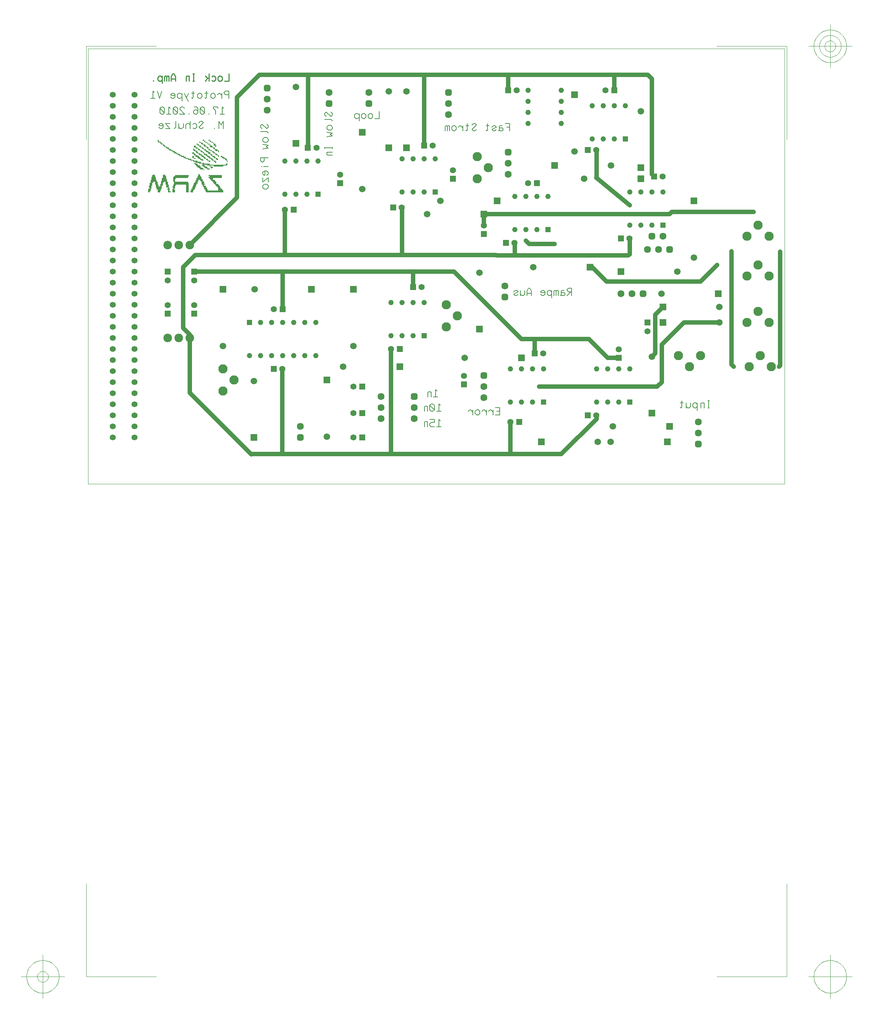
<source format=gbr>
G04 Generated by Ultiboard 10.0 *
%FSLAX25Y25*%
%MOIN*%

%ADD14C,0.04000*%
%ADD44C,0.00630*%
%ADD43C,0.01050*%
%ADD23C,0.00004*%
%ADD22C,0.00394*%
%ADD20C,0.03937*%
%ADD45R,0.05512X0.05512*%
%ADD46C,0.05512*%
%ADD47C,0.05906*%
%ADD48R,0.05906X0.05906*%
%ADD49C,0.08334*%
%ADD50R,0.04900X0.04900*%
%ADD51C,0.04900*%
%ADD52R,0.02083X0.02083*%
%ADD18C,0.03917*%
%ADD53C,0.06334*%
%ADD54R,0.02667X0.02667*%
%ADD55C,0.03333*%
%ADD56C,0.05337*%
%ADD57C,0.07834*%


G04 ColorRGB 00FF00 for the following layer *
%LNCopper Top*%
%LPD*%
%FSLAX25Y25*%
%MOIN*%
G54D14*
X-534000Y192000D02*
X-299000Y192000D01*
X-538000Y82400D02*
X-482300Y26700D01*
X-260950Y206950D02*
X-533050Y206950D01*
X-495100Y258900D02*
X-538000Y216000D01*
X-249000Y27000D02*
X-248000Y28000D01*
X-248000Y28000D02*
X-248000Y55937D01*
X-299000Y192000D02*
X-237950Y130950D01*
X-249000Y27000D02*
X-482000Y27000D01*
X-202000Y27000D02*
X-249000Y27000D01*
X-250000Y368000D02*
X-250000Y356000D01*
X-260700Y206700D02*
X-141172Y206700D01*
X-104000Y244000D02*
X-272000Y244000D01*
X-123622Y369900D02*
X-474950Y369900D01*
X-170126Y277126D02*
X-140000Y252000D01*
X-115222Y88000D02*
X-222000Y88000D01*
X-76000Y183000D02*
X-161000Y183000D01*
X-4000Y107000D02*
X-4000Y210000D01*
X-48000Y108000D02*
X-48000Y210500D01*
X-91000Y146000D02*
X-111000Y126000D01*
X-111000Y126000D02*
X-111000Y92222D01*
X-117000Y118181D02*
X-117000Y153000D01*
X-5000Y106000D02*
X-4000Y107000D01*
X-46000Y106000D02*
X-48000Y108000D01*
X-111000Y92222D02*
X-115222Y88000D01*
X-120000Y115181D02*
X-117000Y118181D01*
X-91000Y146000D02*
X-58819Y146000D01*
X-102000Y246000D02*
X-28000Y246000D01*
X-61000Y198000D02*
X-76000Y183000D01*
X-117000Y153000D02*
X-110000Y160000D01*
X-102000Y246000D02*
X-104000Y244000D01*
X-176950Y130950D02*
X-160000Y114000D01*
X-226000Y130975D02*
X-226000Y118000D01*
X-201831Y27000D02*
X-170000Y58831D01*
X-170000Y58831D02*
X-170000Y61937D01*
X-160000Y114000D02*
X-150000Y114000D01*
X-176950Y130950D02*
X-237950Y130950D01*
X-161000Y183000D02*
X-174000Y196000D01*
X-140000Y221937D02*
X-140000Y207872D01*
X-141172Y206700D02*
X-140000Y207872D01*
X-174000Y196000D02*
X-176500Y196000D01*
X-231000Y217000D02*
X-208000Y217000D01*
X-244000Y217874D02*
X-244000Y207000D01*
X-234000Y220000D02*
X-231000Y217000D01*
X-123622Y369900D02*
X-120000Y366278D01*
X-120000Y280000D02*
X-120000Y366278D01*
X-118000Y278000D02*
X-120000Y280000D01*
X-170000Y277252D02*
X-170000Y301937D01*
X-154000Y369000D02*
X-154000Y356000D01*
X-346000Y207000D02*
X-346000Y250063D01*
X-452000Y207000D02*
X-452000Y248063D01*
X-356000Y121874D02*
X-356000Y28000D01*
X-260700Y206700D02*
X-260950Y206950D01*
X-272000Y234000D02*
X-272000Y244000D01*
X-336000Y192000D02*
X-336000Y178000D01*
X-454150Y103913D02*
X-454150Y29650D01*
X-482300Y26700D02*
X-482000Y27000D01*
X-454000Y104063D02*
X-454150Y103913D01*
X-454000Y158000D02*
X-454000Y192150D01*
X-326000Y369950D02*
X-326000Y306000D01*
X-431000Y304087D02*
X-431000Y369950D01*
X-495100Y349750D02*
X-495100Y258900D01*
X-495100Y349750D02*
X-474950Y369900D01*
X-538000Y82400D02*
X-538000Y135000D01*
X-544000Y141000D02*
X-544000Y196000D01*
X-538000Y135000D02*
X-544000Y141000D01*
X-544000Y196000D02*
X-533050Y206950D01*
G54D44*
X-502719Y348576D02*
X-502719Y355325D01*
X-502719Y355325D02*
X-505407Y355325D01*
X-505407Y355325D02*
X-506751Y353975D01*
X-506751Y353975D02*
X-506751Y353300D01*
X-506751Y353300D02*
X-505407Y351951D01*
X-505407Y351951D02*
X-502719Y351951D01*
X-508766Y351276D02*
X-510782Y353300D01*
X-510782Y353300D02*
X-511454Y353300D01*
X-511454Y353300D02*
X-512798Y351951D01*
X-508766Y348576D02*
X-508766Y353300D01*
X-514814Y349926D02*
X-516157Y348576D01*
X-516157Y348576D02*
X-517501Y348576D01*
X-517501Y348576D02*
X-518845Y349926D01*
X-518845Y349926D02*
X-518845Y351951D01*
X-518845Y351951D02*
X-517501Y353300D01*
X-517501Y353300D02*
X-516157Y353300D01*
X-516157Y353300D02*
X-514814Y351951D01*
X-514814Y351951D02*
X-514814Y349926D01*
X-524220Y349251D02*
X-523549Y348576D01*
X-523549Y348576D02*
X-522877Y349251D01*
X-522877Y349251D02*
X-522877Y355325D01*
X-521533Y353300D02*
X-524220Y353300D01*
X-526908Y349926D02*
X-528252Y348576D01*
X-528252Y348576D02*
X-529596Y348576D01*
X-529596Y348576D02*
X-530940Y349926D01*
X-530940Y349926D02*
X-530940Y351951D01*
X-530940Y351951D02*
X-529596Y353300D01*
X-529596Y353300D02*
X-528252Y353300D01*
X-528252Y353300D02*
X-526908Y351951D01*
X-526908Y351951D02*
X-526908Y349926D01*
X-536315Y349251D02*
X-535643Y348576D01*
X-535643Y348576D02*
X-534971Y349251D01*
X-534971Y349251D02*
X-534971Y355325D01*
X-533627Y353300D02*
X-536315Y353300D01*
X-539003Y346551D02*
X-539675Y346551D01*
X-539675Y346551D02*
X-543034Y353300D01*
X-539003Y353300D02*
X-541018Y349251D01*
X-545050Y349926D02*
X-546394Y348576D01*
X-546394Y348576D02*
X-547738Y348576D01*
X-547738Y348576D02*
X-549081Y349926D01*
X-549081Y349926D02*
X-549081Y351951D01*
X-549081Y351951D02*
X-547738Y353300D01*
X-547738Y353300D02*
X-546394Y353300D01*
X-546394Y353300D02*
X-545050Y351951D01*
X-545050Y346551D02*
X-545050Y353300D01*
X-555129Y349926D02*
X-553785Y348576D01*
X-553785Y348576D02*
X-552441Y348576D01*
X-552441Y348576D02*
X-551097Y349926D01*
X-551097Y349926D02*
X-551097Y351951D01*
X-551097Y351951D02*
X-552441Y353300D01*
X-552441Y353300D02*
X-553785Y353300D01*
X-553785Y353300D02*
X-555129Y351951D01*
X-555129Y351951D02*
X-554457Y351276D01*
X-554457Y351276D02*
X-551097Y351276D01*
X-563192Y355325D02*
X-565207Y348576D01*
X-565207Y348576D02*
X-567223Y355325D01*
X-569911Y353975D02*
X-571255Y355325D01*
X-571255Y355325D02*
X-571255Y348576D01*
X-569239Y348576D02*
X-573270Y348576D01*
X-507108Y339700D02*
X-508451Y341049D01*
X-508451Y341049D02*
X-508451Y334300D01*
X-506436Y334300D02*
X-510467Y334300D01*
X-514499Y334300D02*
X-514499Y337675D01*
X-514499Y337675D02*
X-516514Y339700D01*
X-516514Y339700D02*
X-516514Y341049D01*
X-516514Y341049D02*
X-512483Y341049D01*
X-512483Y341049D02*
X-512483Y339700D01*
X-520546Y334300D02*
X-520546Y334975D01*
X-524577Y339700D02*
X-525921Y341049D01*
X-525921Y341049D02*
X-527265Y341049D01*
X-527265Y341049D02*
X-528609Y339700D01*
X-528609Y339700D02*
X-528609Y335650D01*
X-528609Y335650D02*
X-527265Y334300D01*
X-527265Y334300D02*
X-525921Y334300D01*
X-525921Y334300D02*
X-524577Y335650D01*
X-524577Y335650D02*
X-524577Y339700D01*
X-528609Y339700D02*
X-524577Y335650D01*
X-533984Y341049D02*
X-531969Y341049D01*
X-531969Y341049D02*
X-530625Y339700D01*
X-530625Y339700D02*
X-530625Y337000D01*
X-530625Y337000D02*
X-530625Y335650D01*
X-530625Y335650D02*
X-531969Y334300D01*
X-531969Y334300D02*
X-533312Y334300D01*
X-533312Y334300D02*
X-534656Y335650D01*
X-534656Y335650D02*
X-534656Y337000D01*
X-534656Y337000D02*
X-533312Y338350D01*
X-533312Y338350D02*
X-531969Y338350D01*
X-531969Y338350D02*
X-530625Y337000D01*
X-538688Y334300D02*
X-538688Y334975D01*
X-542719Y339700D02*
X-544063Y341049D01*
X-544063Y341049D02*
X-545407Y341049D01*
X-545407Y341049D02*
X-546751Y339700D01*
X-546751Y339700D02*
X-546751Y339025D01*
X-546751Y339025D02*
X-542719Y334300D01*
X-542719Y334300D02*
X-546751Y334300D01*
X-546751Y334300D02*
X-546751Y334975D01*
X-548766Y339700D02*
X-550110Y341049D01*
X-550110Y341049D02*
X-551454Y341049D01*
X-551454Y341049D02*
X-552798Y339700D01*
X-552798Y339700D02*
X-552798Y335650D01*
X-552798Y335650D02*
X-551454Y334300D01*
X-551454Y334300D02*
X-550110Y334300D01*
X-550110Y334300D02*
X-548766Y335650D01*
X-548766Y335650D02*
X-548766Y339700D01*
X-552798Y339700D02*
X-548766Y335650D01*
X-555486Y339700D02*
X-556829Y341049D01*
X-556829Y341049D02*
X-556829Y334300D01*
X-554814Y334300D02*
X-558845Y334300D01*
X-560861Y339700D02*
X-562205Y341049D01*
X-562205Y341049D02*
X-563549Y341049D01*
X-563549Y341049D02*
X-564892Y339700D01*
X-564892Y339700D02*
X-564892Y335650D01*
X-564892Y335650D02*
X-563549Y334300D01*
X-563549Y334300D02*
X-562205Y334300D01*
X-562205Y334300D02*
X-560861Y335650D01*
X-560861Y335650D02*
X-560861Y339700D01*
X-564892Y339700D02*
X-560861Y335650D01*
X-248436Y319300D02*
X-248436Y326049D01*
X-248436Y326049D02*
X-252467Y326049D01*
X-248436Y322675D02*
X-251123Y322675D01*
X-255155Y324025D02*
X-257171Y324025D01*
X-257171Y324025D02*
X-257843Y323350D01*
X-257843Y323350D02*
X-257843Y319975D01*
X-257843Y319975D02*
X-257171Y319300D01*
X-257171Y319300D02*
X-255155Y319300D01*
X-255155Y319300D02*
X-254483Y319975D01*
X-254483Y319975D02*
X-254483Y321325D01*
X-254483Y321325D02*
X-255155Y322000D01*
X-255155Y322000D02*
X-257843Y322000D01*
X-257843Y319975D02*
X-258514Y319300D01*
X-260530Y320650D02*
X-261874Y319300D01*
X-261874Y319300D02*
X-263218Y319300D01*
X-263218Y319300D02*
X-264562Y320650D01*
X-264562Y320650D02*
X-260530Y322675D01*
X-260530Y322675D02*
X-261874Y324025D01*
X-261874Y324025D02*
X-263218Y324025D01*
X-263218Y324025D02*
X-264562Y322675D01*
X-269937Y319975D02*
X-269265Y319300D01*
X-269265Y319300D02*
X-268593Y319975D01*
X-268593Y319975D02*
X-268593Y326049D01*
X-267249Y324025D02*
X-269937Y324025D01*
X-278672Y320650D02*
X-280016Y319300D01*
X-280016Y319300D02*
X-281360Y319300D01*
X-281360Y319300D02*
X-282703Y320650D01*
X-282703Y320650D02*
X-278672Y324700D01*
X-278672Y324700D02*
X-280016Y326049D01*
X-280016Y326049D02*
X-281360Y326049D01*
X-281360Y326049D02*
X-282703Y324700D01*
X-288079Y319975D02*
X-287407Y319300D01*
X-287407Y319300D02*
X-286735Y319975D01*
X-286735Y319975D02*
X-286735Y326049D01*
X-285391Y324025D02*
X-288079Y324025D01*
X-290766Y322000D02*
X-292782Y324025D01*
X-292782Y324025D02*
X-293454Y324025D01*
X-293454Y324025D02*
X-294798Y322675D01*
X-290766Y319300D02*
X-290766Y324025D01*
X-296814Y320650D02*
X-298157Y319300D01*
X-298157Y319300D02*
X-299501Y319300D01*
X-299501Y319300D02*
X-300845Y320650D01*
X-300845Y320650D02*
X-300845Y322675D01*
X-300845Y322675D02*
X-299501Y324025D01*
X-299501Y324025D02*
X-298157Y324025D01*
X-298157Y324025D02*
X-296814Y322675D01*
X-296814Y322675D02*
X-296814Y320650D01*
X-302861Y319300D02*
X-302861Y323350D01*
X-302861Y323350D02*
X-302861Y324025D01*
X-302861Y323350D02*
X-303533Y324025D01*
X-303533Y324025D02*
X-304205Y324025D01*
X-304205Y324025D02*
X-304877Y323350D01*
X-304877Y323350D02*
X-305549Y324025D01*
X-305549Y324025D02*
X-306220Y324025D01*
X-306220Y324025D02*
X-306892Y323350D01*
X-306892Y323350D02*
X-306892Y319300D01*
X-304877Y323350D02*
X-304877Y319300D01*
X-68016Y68576D02*
X-69360Y68576D01*
X-68016Y75325D02*
X-69360Y75325D01*
X-68688Y68576D02*
X-68688Y75325D01*
X-72719Y68576D02*
X-72719Y72625D01*
X-72719Y72625D02*
X-72719Y73300D01*
X-72719Y72625D02*
X-73391Y73300D01*
X-73391Y73300D02*
X-74735Y73300D01*
X-74735Y73300D02*
X-75407Y72625D01*
X-75407Y72625D02*
X-75407Y68576D01*
X-78766Y69926D02*
X-80110Y68576D01*
X-80110Y68576D02*
X-81454Y68576D01*
X-81454Y68576D02*
X-82798Y69926D01*
X-82798Y69926D02*
X-82798Y71951D01*
X-82798Y71951D02*
X-81454Y73300D01*
X-81454Y73300D02*
X-80110Y73300D01*
X-80110Y73300D02*
X-78766Y71951D01*
X-78766Y66551D02*
X-78766Y73300D01*
X-84814Y73300D02*
X-84814Y69926D01*
X-84814Y69926D02*
X-86157Y68576D01*
X-86157Y68576D02*
X-87501Y68576D01*
X-87501Y68576D02*
X-88845Y69926D01*
X-88845Y69926D02*
X-88845Y73300D01*
X-88845Y69926D02*
X-88845Y68576D01*
X-94220Y69251D02*
X-93549Y68576D01*
X-93549Y68576D02*
X-92877Y69251D01*
X-92877Y69251D02*
X-92877Y75325D01*
X-91533Y73300D02*
X-94220Y73300D01*
X-192459Y170300D02*
X-192459Y177049D01*
X-192459Y177049D02*
X-195147Y177049D01*
X-195147Y177049D02*
X-196491Y175700D01*
X-196491Y175700D02*
X-196491Y175025D01*
X-196491Y175025D02*
X-195147Y173675D01*
X-195147Y173675D02*
X-192459Y173675D01*
X-193131Y173675D02*
X-196491Y170300D01*
X-199178Y175025D02*
X-201194Y175025D01*
X-201194Y175025D02*
X-201866Y174350D01*
X-201866Y174350D02*
X-201866Y170975D01*
X-201866Y170975D02*
X-201194Y170300D01*
X-201194Y170300D02*
X-199178Y170300D01*
X-199178Y170300D02*
X-198507Y170975D01*
X-198507Y170975D02*
X-198507Y172325D01*
X-198507Y172325D02*
X-199178Y173000D01*
X-199178Y173000D02*
X-201866Y173000D01*
X-201866Y170975D02*
X-202538Y170300D01*
X-204554Y170300D02*
X-204554Y174350D01*
X-204554Y174350D02*
X-204554Y175025D01*
X-204554Y174350D02*
X-205226Y175025D01*
X-205226Y175025D02*
X-205898Y175025D01*
X-205898Y175025D02*
X-206570Y174350D01*
X-206570Y174350D02*
X-207241Y175025D01*
X-207241Y175025D02*
X-207913Y175025D01*
X-207913Y175025D02*
X-208585Y174350D01*
X-208585Y174350D02*
X-208585Y170300D01*
X-206570Y174350D02*
X-206570Y170300D01*
X-210601Y171650D02*
X-211945Y170300D01*
X-211945Y170300D02*
X-213289Y170300D01*
X-213289Y170300D02*
X-214633Y171650D01*
X-214633Y171650D02*
X-214633Y173675D01*
X-214633Y173675D02*
X-213289Y175025D01*
X-213289Y175025D02*
X-211945Y175025D01*
X-211945Y175025D02*
X-210601Y173675D01*
X-210601Y168276D02*
X-210601Y175025D01*
X-220680Y171650D02*
X-219336Y170300D01*
X-219336Y170300D02*
X-217992Y170300D01*
X-217992Y170300D02*
X-216648Y171650D01*
X-216648Y171650D02*
X-216648Y173675D01*
X-216648Y173675D02*
X-217992Y175025D01*
X-217992Y175025D02*
X-219336Y175025D01*
X-219336Y175025D02*
X-220680Y173675D01*
X-220680Y173675D02*
X-220008Y173000D01*
X-220008Y173000D02*
X-216648Y173000D01*
X-228743Y170300D02*
X-228743Y174350D01*
X-228743Y174350D02*
X-230087Y177049D01*
X-230087Y177049D02*
X-231430Y177049D01*
X-231430Y177049D02*
X-232774Y174350D01*
X-232774Y174350D02*
X-232774Y170300D01*
X-228743Y172325D02*
X-232774Y172325D01*
X-234790Y175025D02*
X-234790Y171650D01*
X-234790Y171650D02*
X-236134Y170300D01*
X-236134Y170300D02*
X-237478Y170300D01*
X-237478Y170300D02*
X-238822Y171650D01*
X-238822Y171650D02*
X-238822Y175025D01*
X-238822Y171650D02*
X-238822Y170300D01*
X-240837Y171650D02*
X-242181Y170300D01*
X-242181Y170300D02*
X-243525Y170300D01*
X-243525Y170300D02*
X-244869Y171650D01*
X-244869Y171650D02*
X-240837Y173675D01*
X-240837Y173675D02*
X-242181Y175025D01*
X-242181Y175025D02*
X-243525Y175025D01*
X-243525Y175025D02*
X-244869Y173675D01*
X-314344Y83975D02*
X-315688Y85325D01*
X-315688Y85325D02*
X-315688Y78576D01*
X-313672Y78576D02*
X-317703Y78576D01*
X-319719Y78576D02*
X-319719Y82625D01*
X-319719Y82625D02*
X-319719Y83300D01*
X-319719Y82625D02*
X-320391Y83300D01*
X-320391Y83300D02*
X-321735Y83300D01*
X-321735Y83300D02*
X-322407Y82625D01*
X-322407Y82625D02*
X-322407Y78576D01*
X-311344Y70975D02*
X-312688Y72325D01*
X-312688Y72325D02*
X-312688Y65576D01*
X-310672Y65576D02*
X-314703Y65576D01*
X-316719Y70975D02*
X-318063Y72325D01*
X-318063Y72325D02*
X-319407Y72325D01*
X-319407Y72325D02*
X-320751Y70975D01*
X-320751Y70975D02*
X-320751Y66926D01*
X-320751Y66926D02*
X-319407Y65576D01*
X-319407Y65576D02*
X-318063Y65576D01*
X-318063Y65576D02*
X-316719Y66926D01*
X-316719Y66926D02*
X-316719Y70975D01*
X-320751Y70975D02*
X-316719Y66926D01*
X-322766Y65576D02*
X-322766Y69625D01*
X-322766Y69625D02*
X-322766Y70300D01*
X-322766Y69625D02*
X-323438Y70300D01*
X-323438Y70300D02*
X-324782Y70300D01*
X-324782Y70300D02*
X-325454Y69625D01*
X-325454Y69625D02*
X-325454Y65576D01*
X-311344Y56975D02*
X-312688Y58325D01*
X-312688Y58325D02*
X-312688Y51576D01*
X-310672Y51576D02*
X-314703Y51576D01*
X-320751Y58325D02*
X-316719Y58325D01*
X-316719Y58325D02*
X-316719Y55625D01*
X-316719Y55625D02*
X-319407Y55625D01*
X-319407Y55625D02*
X-320751Y54276D01*
X-320751Y54276D02*
X-320751Y52926D01*
X-320751Y52926D02*
X-319407Y51576D01*
X-319407Y51576D02*
X-316719Y51576D01*
X-322766Y51576D02*
X-322766Y55625D01*
X-322766Y55625D02*
X-322766Y56300D01*
X-322766Y55625D02*
X-323438Y56300D01*
X-323438Y56300D02*
X-324782Y56300D01*
X-324782Y56300D02*
X-325454Y55625D01*
X-325454Y55625D02*
X-325454Y51576D01*
X-261585Y62300D02*
X-257554Y62300D01*
X-257554Y62300D02*
X-257554Y65675D01*
X-257554Y65675D02*
X-257554Y69049D01*
X-257554Y69049D02*
X-261585Y69049D01*
X-257554Y65675D02*
X-260241Y65675D01*
X-263601Y65000D02*
X-265617Y67025D01*
X-265617Y67025D02*
X-266289Y67025D01*
X-266289Y67025D02*
X-267633Y65675D01*
X-263601Y62300D02*
X-263601Y67025D01*
X-269648Y65000D02*
X-271664Y67025D01*
X-271664Y67025D02*
X-272336Y67025D01*
X-272336Y67025D02*
X-273680Y65675D01*
X-269648Y62300D02*
X-269648Y67025D01*
X-275696Y63650D02*
X-277039Y62300D01*
X-277039Y62300D02*
X-278383Y62300D01*
X-278383Y62300D02*
X-279727Y63650D01*
X-279727Y63650D02*
X-279727Y65675D01*
X-279727Y65675D02*
X-278383Y67025D01*
X-278383Y67025D02*
X-277039Y67025D01*
X-277039Y67025D02*
X-275696Y65675D01*
X-275696Y65675D02*
X-275696Y63650D01*
X-281743Y65000D02*
X-283759Y67025D01*
X-283759Y67025D02*
X-284430Y67025D01*
X-284430Y67025D02*
X-285774Y65675D01*
X-281743Y62300D02*
X-281743Y67025D01*
X-366577Y337049D02*
X-366577Y330300D01*
X-366577Y330300D02*
X-370609Y330300D01*
X-372625Y331650D02*
X-373969Y330300D01*
X-373969Y330300D02*
X-375312Y330300D01*
X-375312Y330300D02*
X-376656Y331650D01*
X-376656Y331650D02*
X-376656Y333675D01*
X-376656Y333675D02*
X-375312Y335025D01*
X-375312Y335025D02*
X-373969Y335025D01*
X-373969Y335025D02*
X-372625Y333675D01*
X-372625Y333675D02*
X-372625Y331650D01*
X-378672Y331650D02*
X-380016Y330300D01*
X-380016Y330300D02*
X-381360Y330300D01*
X-381360Y330300D02*
X-382703Y331650D01*
X-382703Y331650D02*
X-382703Y333675D01*
X-382703Y333675D02*
X-381360Y335025D01*
X-381360Y335025D02*
X-380016Y335025D01*
X-380016Y335025D02*
X-378672Y333675D01*
X-378672Y333675D02*
X-378672Y331650D01*
X-384719Y331650D02*
X-386063Y330300D01*
X-386063Y330300D02*
X-387407Y330300D01*
X-387407Y330300D02*
X-388751Y331650D01*
X-388751Y331650D02*
X-388751Y333675D01*
X-388751Y333675D02*
X-387407Y335025D01*
X-387407Y335025D02*
X-386063Y335025D01*
X-386063Y335025D02*
X-384719Y333675D01*
X-384719Y328276D02*
X-384719Y335025D01*
X-410375Y336328D02*
X-409025Y334984D01*
X-409025Y334984D02*
X-409025Y333640D01*
X-409025Y333640D02*
X-410375Y332297D01*
X-410375Y332297D02*
X-414424Y336328D01*
X-414424Y336328D02*
X-415774Y334984D01*
X-415774Y334984D02*
X-415774Y333640D01*
X-415774Y333640D02*
X-414424Y332297D01*
X-415774Y329609D02*
X-410375Y329609D01*
X-410375Y329609D02*
X-409025Y328265D01*
X-410375Y324234D02*
X-409025Y322890D01*
X-409025Y322890D02*
X-409025Y321546D01*
X-409025Y321546D02*
X-410375Y320202D01*
X-410375Y320202D02*
X-412399Y320202D01*
X-412399Y320202D02*
X-413749Y321546D01*
X-413749Y321546D02*
X-413749Y322890D01*
X-413749Y322890D02*
X-412399Y324234D01*
X-412399Y324234D02*
X-410375Y324234D01*
X-413749Y318186D02*
X-409025Y317514D01*
X-409025Y317514D02*
X-411049Y316171D01*
X-411049Y316171D02*
X-409025Y314827D01*
X-409025Y314827D02*
X-413749Y314155D01*
X-409025Y304748D02*
X-409025Y303404D01*
X-415774Y304748D02*
X-415774Y303404D01*
X-409025Y304076D02*
X-415774Y304076D01*
X-409025Y300045D02*
X-413074Y300045D01*
X-413074Y300045D02*
X-413749Y300045D01*
X-413074Y300045D02*
X-413749Y299373D01*
X-413749Y299373D02*
X-413749Y298029D01*
X-413749Y298029D02*
X-413074Y297357D01*
X-413074Y297357D02*
X-409025Y297357D01*
X-468375Y325328D02*
X-467025Y323984D01*
X-467025Y323984D02*
X-467025Y322640D01*
X-467025Y322640D02*
X-468375Y321297D01*
X-468375Y321297D02*
X-472424Y325328D01*
X-472424Y325328D02*
X-473774Y323984D01*
X-473774Y323984D02*
X-473774Y322640D01*
X-473774Y322640D02*
X-472424Y321297D01*
X-473774Y318609D02*
X-468375Y318609D01*
X-468375Y318609D02*
X-467025Y317265D01*
X-468375Y313234D02*
X-467025Y311890D01*
X-467025Y311890D02*
X-467025Y310546D01*
X-467025Y310546D02*
X-468375Y309202D01*
X-468375Y309202D02*
X-470399Y309202D01*
X-470399Y309202D02*
X-471749Y310546D01*
X-471749Y310546D02*
X-471749Y311890D01*
X-471749Y311890D02*
X-470399Y313234D01*
X-470399Y313234D02*
X-468375Y313234D01*
X-471749Y307186D02*
X-467025Y306514D01*
X-467025Y306514D02*
X-469049Y305171D01*
X-469049Y305171D02*
X-467025Y303827D01*
X-467025Y303827D02*
X-471749Y303155D01*
X-467025Y295092D02*
X-473774Y295092D01*
X-473774Y295092D02*
X-473774Y292404D01*
X-473774Y292404D02*
X-472424Y291060D01*
X-472424Y291060D02*
X-471749Y291060D01*
X-471749Y291060D02*
X-470399Y292404D01*
X-470399Y292404D02*
X-470399Y295092D01*
X-467025Y287029D02*
X-471074Y287029D01*
X-472424Y287029D02*
X-473099Y287029D01*
X-468375Y278966D02*
X-467025Y280310D01*
X-467025Y280310D02*
X-467025Y281654D01*
X-467025Y281654D02*
X-468375Y282997D01*
X-468375Y282997D02*
X-470399Y282997D01*
X-470399Y282997D02*
X-471749Y281654D01*
X-471749Y281654D02*
X-471749Y280310D01*
X-471749Y280310D02*
X-470399Y278966D01*
X-470399Y278966D02*
X-469724Y279638D01*
X-469724Y279638D02*
X-469724Y282997D01*
X-471749Y276950D02*
X-471749Y272919D01*
X-471749Y272919D02*
X-467025Y276950D01*
X-467025Y276950D02*
X-467025Y272919D01*
X-468375Y270903D02*
X-467025Y269559D01*
X-467025Y269559D02*
X-467025Y268215D01*
X-467025Y268215D02*
X-468375Y266871D01*
X-468375Y266871D02*
X-470399Y266871D01*
X-470399Y266871D02*
X-471749Y268215D01*
X-471749Y268215D02*
X-471749Y269559D01*
X-471749Y269559D02*
X-470399Y270903D01*
X-470399Y270903D02*
X-468375Y270903D01*
X-507436Y321300D02*
X-507436Y328049D01*
X-507436Y328049D02*
X-509451Y324675D01*
X-509451Y324675D02*
X-511467Y328049D01*
X-511467Y328049D02*
X-511467Y321300D01*
X-515499Y321300D02*
X-515499Y321975D01*
X-525577Y322650D02*
X-526921Y321300D01*
X-526921Y321300D02*
X-528265Y321300D01*
X-528265Y321300D02*
X-529609Y322650D01*
X-529609Y322650D02*
X-525577Y326700D01*
X-525577Y326700D02*
X-526921Y328049D01*
X-526921Y328049D02*
X-528265Y328049D01*
X-528265Y328049D02*
X-529609Y326700D01*
X-534984Y321975D02*
X-534312Y321300D01*
X-534312Y321300D02*
X-532969Y321300D01*
X-532969Y321300D02*
X-531625Y322650D01*
X-531625Y322650D02*
X-531625Y324675D01*
X-531625Y324675D02*
X-532969Y326025D01*
X-532969Y326025D02*
X-534312Y326025D01*
X-534312Y326025D02*
X-534984Y325350D01*
X-537672Y324675D02*
X-539016Y326025D01*
X-539016Y326025D02*
X-540360Y326025D01*
X-540360Y326025D02*
X-541703Y324675D01*
X-541703Y324675D02*
X-541703Y321300D01*
X-537672Y328049D02*
X-537672Y321300D01*
X-543719Y326025D02*
X-543719Y322650D01*
X-543719Y322650D02*
X-545063Y321300D01*
X-545063Y321300D02*
X-546407Y321300D01*
X-546407Y321300D02*
X-547751Y322650D01*
X-547751Y322650D02*
X-547751Y326025D01*
X-547751Y322650D02*
X-547751Y321300D01*
X-550438Y328049D02*
X-550438Y322650D01*
X-550438Y322650D02*
X-551782Y321300D01*
X-555814Y326025D02*
X-559845Y326025D01*
X-559845Y326025D02*
X-555814Y321300D01*
X-555814Y321300D02*
X-559845Y321300D01*
X-565892Y322650D02*
X-564549Y321300D01*
X-564549Y321300D02*
X-563205Y321300D01*
X-563205Y321300D02*
X-561861Y322650D01*
X-561861Y322650D02*
X-561861Y324675D01*
X-561861Y324675D02*
X-563205Y326025D01*
X-563205Y326025D02*
X-564549Y326025D01*
X-564549Y326025D02*
X-565892Y324675D01*
X-565892Y324675D02*
X-565220Y324000D01*
X-565220Y324000D02*
X-561861Y324000D01*
G54D43*
X-502388Y371049D02*
X-502388Y364300D01*
X-502388Y364300D02*
X-506420Y364300D01*
X-508436Y365650D02*
X-509780Y364300D01*
X-509780Y364300D02*
X-511123Y364300D01*
X-511123Y364300D02*
X-512467Y365650D01*
X-512467Y365650D02*
X-512467Y367675D01*
X-512467Y367675D02*
X-511123Y369025D01*
X-511123Y369025D02*
X-509780Y369025D01*
X-509780Y369025D02*
X-508436Y367675D01*
X-508436Y367675D02*
X-508436Y365650D01*
X-517843Y364975D02*
X-517171Y364300D01*
X-517171Y364300D02*
X-515827Y364300D01*
X-515827Y364300D02*
X-514483Y365650D01*
X-514483Y365650D02*
X-514483Y367675D01*
X-514483Y367675D02*
X-515827Y369025D01*
X-515827Y369025D02*
X-517171Y369025D01*
X-517171Y369025D02*
X-517843Y368350D01*
X-520530Y367000D02*
X-521874Y367000D01*
X-521874Y367000D02*
X-523890Y369025D01*
X-521874Y367000D02*
X-523890Y364300D01*
X-520530Y364300D02*
X-520530Y371049D01*
X-533969Y364300D02*
X-535312Y364300D01*
X-533969Y371049D02*
X-535312Y371049D01*
X-534640Y364300D02*
X-534640Y371049D01*
X-538672Y364300D02*
X-538672Y368350D01*
X-538672Y368350D02*
X-538672Y369025D01*
X-538672Y368350D02*
X-539344Y369025D01*
X-539344Y369025D02*
X-540688Y369025D01*
X-540688Y369025D02*
X-541360Y368350D01*
X-541360Y368350D02*
X-541360Y364300D01*
X-550766Y364300D02*
X-550766Y368350D01*
X-550766Y368350D02*
X-552110Y371049D01*
X-552110Y371049D02*
X-553454Y371049D01*
X-553454Y371049D02*
X-554798Y368350D01*
X-554798Y368350D02*
X-554798Y364300D01*
X-550766Y366325D02*
X-554798Y366325D01*
X-556814Y364300D02*
X-556814Y368350D01*
X-556814Y368350D02*
X-556814Y369025D01*
X-556814Y368350D02*
X-557486Y369025D01*
X-557486Y369025D02*
X-558157Y369025D01*
X-558157Y369025D02*
X-558829Y368350D01*
X-558829Y368350D02*
X-559501Y369025D01*
X-559501Y369025D02*
X-560173Y369025D01*
X-560173Y369025D02*
X-560845Y368350D01*
X-560845Y368350D02*
X-560845Y364300D01*
X-558829Y368350D02*
X-558829Y364300D01*
X-562861Y365650D02*
X-564205Y364300D01*
X-564205Y364300D02*
X-565549Y364300D01*
X-565549Y364300D02*
X-566892Y365650D01*
X-566892Y365650D02*
X-566892Y367675D01*
X-566892Y367675D02*
X-565549Y369025D01*
X-565549Y369025D02*
X-564205Y369025D01*
X-564205Y369025D02*
X-562861Y367675D01*
X-562861Y362276D02*
X-562861Y369025D01*
X-570924Y364300D02*
X-570924Y364975D01*
G54D23*
G36*
X-520021Y310407D02*
X-520804Y310407D01*
X-520804Y311271D01*
X-520021Y311271D01*
X-520021Y310407D01*
G37*
G36*
X-524722Y310407D02*
X-525505Y310407D01*
X-525505Y311271D01*
X-524722Y311271D01*
X-524722Y310407D01*
G37*
G36*
X-525505Y310407D02*
X-526289Y310407D01*
X-526289Y311271D01*
X-525505Y311271D01*
X-525505Y310407D01*
G37*
G36*
X-566247Y310407D02*
X-567031Y310407D01*
X-567031Y311271D01*
X-566247Y311271D01*
X-566247Y310407D01*
G37*
G36*
X-518454Y309542D02*
X-519237Y309542D01*
X-519237Y310407D01*
X-518454Y310407D01*
X-518454Y309542D01*
G37*
G36*
X-519237Y309542D02*
X-520021Y309542D01*
X-520021Y310407D01*
X-519237Y310407D01*
X-519237Y309542D01*
G37*
G36*
X-523938Y309542D02*
X-524722Y309542D01*
X-524722Y310407D01*
X-523938Y310407D01*
X-523938Y309542D01*
G37*
G36*
X-565464Y309542D02*
X-566247Y309542D01*
X-566247Y310407D01*
X-565464Y310407D01*
X-565464Y309542D01*
G37*
G36*
X-566247Y309542D02*
X-567031Y309542D01*
X-567031Y310407D01*
X-566247Y310407D01*
X-566247Y309542D01*
G37*
G36*
X-516887Y308678D02*
X-517670Y308678D01*
X-517670Y309542D01*
X-516887Y309542D01*
X-516887Y308678D01*
G37*
G36*
X-517670Y308678D02*
X-518454Y308678D01*
X-518454Y309542D01*
X-517670Y309542D01*
X-517670Y308678D01*
G37*
G36*
X-522371Y308678D02*
X-523155Y308678D01*
X-523155Y309542D01*
X-522371Y309542D01*
X-522371Y308678D01*
G37*
G36*
X-523155Y308678D02*
X-523938Y308678D01*
X-523938Y309542D01*
X-523155Y309542D01*
X-523155Y308678D01*
G37*
G36*
X-527856Y308678D02*
X-528639Y308678D01*
X-528639Y309542D01*
X-527856Y309542D01*
X-527856Y308678D01*
G37*
G36*
X-528639Y308678D02*
X-529423Y308678D01*
X-529423Y309542D01*
X-528639Y309542D01*
X-528639Y308678D01*
G37*
G36*
X-563897Y308678D02*
X-564680Y308678D01*
X-564680Y309542D01*
X-563897Y309542D01*
X-563897Y308678D01*
G37*
G36*
X-564680Y308678D02*
X-565464Y308678D01*
X-565464Y309542D01*
X-564680Y309542D01*
X-564680Y308678D01*
G37*
G36*
X-565464Y308678D02*
X-566247Y308678D01*
X-566247Y309542D01*
X-565464Y309542D01*
X-565464Y308678D01*
G37*
G36*
X-516103Y307814D02*
X-516887Y307814D01*
X-516887Y308678D01*
X-516103Y308678D01*
X-516103Y307814D01*
G37*
G36*
X-521588Y307814D02*
X-522371Y307814D01*
X-522371Y308678D01*
X-521588Y308678D01*
X-521588Y307814D01*
G37*
G36*
X-526289Y307814D02*
X-527072Y307814D01*
X-527072Y308678D01*
X-526289Y308678D01*
X-526289Y307814D01*
G37*
G36*
X-527072Y307814D02*
X-527856Y307814D01*
X-527856Y308678D01*
X-527072Y308678D01*
X-527072Y307814D01*
G37*
G36*
X-563113Y307814D02*
X-563897Y307814D01*
X-563897Y308678D01*
X-563113Y308678D01*
X-563113Y307814D01*
G37*
G36*
X-563897Y307814D02*
X-564680Y307814D01*
X-564680Y308678D01*
X-563897Y308678D01*
X-563897Y307814D01*
G37*
G36*
X-514536Y306949D02*
X-515320Y306949D01*
X-515320Y307814D01*
X-514536Y307814D01*
X-514536Y306949D01*
G37*
G36*
X-515320Y306949D02*
X-516103Y306949D01*
X-516103Y307814D01*
X-515320Y307814D01*
X-515320Y306949D01*
G37*
G36*
X-520021Y306949D02*
X-520804Y306949D01*
X-520804Y307814D01*
X-520021Y307814D01*
X-520021Y306949D01*
G37*
G36*
X-520804Y306949D02*
X-521588Y306949D01*
X-521588Y307814D01*
X-520804Y307814D01*
X-520804Y306949D01*
G37*
G36*
X-525505Y306949D02*
X-526289Y306949D01*
X-526289Y307814D01*
X-525505Y307814D01*
X-525505Y306949D01*
G37*
G36*
X-526289Y306949D02*
X-527072Y306949D01*
X-527072Y307814D01*
X-526289Y307814D01*
X-526289Y306949D01*
G37*
G36*
X-530206Y306949D02*
X-530990Y306949D01*
X-530990Y307814D01*
X-530206Y307814D01*
X-530206Y306949D01*
G37*
G36*
X-530990Y306949D02*
X-531773Y306949D01*
X-531773Y307814D01*
X-530990Y307814D01*
X-530990Y306949D01*
G37*
G36*
X-562330Y306949D02*
X-563113Y306949D01*
X-563113Y307814D01*
X-562330Y307814D01*
X-562330Y306949D01*
G37*
G36*
X-563113Y306949D02*
X-563897Y306949D01*
X-563897Y307814D01*
X-563113Y307814D01*
X-563113Y306949D01*
G37*
G36*
X-514536Y306085D02*
X-515320Y306085D01*
X-515320Y306949D01*
X-514536Y306949D01*
X-514536Y306085D01*
G37*
G36*
X-515320Y306085D02*
X-516103Y306085D01*
X-516103Y306949D01*
X-515320Y306949D01*
X-515320Y306085D01*
G37*
G36*
X-519237Y306085D02*
X-520021Y306085D01*
X-520021Y306949D01*
X-519237Y306949D01*
X-519237Y306085D01*
G37*
G36*
X-523938Y306085D02*
X-524722Y306085D01*
X-524722Y306949D01*
X-523938Y306949D01*
X-523938Y306085D01*
G37*
G36*
X-524722Y306085D02*
X-525505Y306085D01*
X-525505Y306949D01*
X-524722Y306949D01*
X-524722Y306085D01*
G37*
G36*
X-529423Y306085D02*
X-530206Y306085D01*
X-530206Y306949D01*
X-529423Y306949D01*
X-529423Y306085D01*
G37*
G36*
X-530206Y306085D02*
X-530990Y306085D01*
X-530990Y306949D01*
X-530206Y306949D01*
X-530206Y306085D01*
G37*
G36*
X-560763Y306085D02*
X-561546Y306085D01*
X-561546Y306949D01*
X-560763Y306949D01*
X-560763Y306085D01*
G37*
G36*
X-561546Y306085D02*
X-562330Y306085D01*
X-562330Y306949D01*
X-561546Y306949D01*
X-561546Y306085D01*
G37*
G36*
X-513753Y305220D02*
X-514536Y305220D01*
X-514536Y306085D01*
X-513753Y306085D01*
X-513753Y305220D01*
G37*
G36*
X-514536Y305220D02*
X-515320Y305220D01*
X-515320Y306085D01*
X-514536Y306085D01*
X-514536Y305220D01*
G37*
G36*
X-517670Y305220D02*
X-518454Y305220D01*
X-518454Y306085D01*
X-517670Y306085D01*
X-517670Y305220D01*
G37*
G36*
X-518454Y305220D02*
X-519237Y305220D01*
X-519237Y306085D01*
X-518454Y306085D01*
X-518454Y305220D01*
G37*
G36*
X-519237Y305220D02*
X-520021Y305220D01*
X-520021Y306085D01*
X-519237Y306085D01*
X-519237Y305220D01*
G37*
G36*
X-523155Y305220D02*
X-523938Y305220D01*
X-523938Y306085D01*
X-523155Y306085D01*
X-523155Y305220D01*
G37*
G36*
X-523938Y305220D02*
X-524722Y305220D01*
X-524722Y306085D01*
X-523938Y306085D01*
X-523938Y305220D01*
G37*
G36*
X-527856Y305220D02*
X-528639Y305220D01*
X-528639Y306085D01*
X-527856Y306085D01*
X-527856Y305220D01*
G37*
G36*
X-528639Y305220D02*
X-529423Y305220D01*
X-529423Y306085D01*
X-528639Y306085D01*
X-528639Y305220D01*
G37*
G36*
X-532557Y305220D02*
X-533340Y305220D01*
X-533340Y306085D01*
X-532557Y306085D01*
X-532557Y305220D01*
G37*
G36*
X-533340Y305220D02*
X-534124Y305220D01*
X-534124Y306085D01*
X-533340Y306085D01*
X-533340Y305220D01*
G37*
G36*
X-559979Y305220D02*
X-560763Y305220D01*
X-560763Y306085D01*
X-559979Y306085D01*
X-559979Y305220D01*
G37*
G36*
X-560763Y305220D02*
X-561546Y305220D01*
X-561546Y306085D01*
X-560763Y306085D01*
X-560763Y305220D01*
G37*
G36*
X-516887Y304356D02*
X-517670Y304356D01*
X-517670Y305220D01*
X-516887Y305220D01*
X-516887Y304356D01*
G37*
G36*
X-517670Y304356D02*
X-518454Y304356D01*
X-518454Y305220D01*
X-517670Y305220D01*
X-517670Y304356D01*
G37*
G36*
X-518454Y304356D02*
X-519237Y304356D01*
X-519237Y305220D01*
X-518454Y305220D01*
X-518454Y304356D01*
G37*
G36*
X-521588Y304356D02*
X-522371Y304356D01*
X-522371Y305220D01*
X-521588Y305220D01*
X-521588Y304356D01*
G37*
G36*
X-522371Y304356D02*
X-523155Y304356D01*
X-523155Y305220D01*
X-522371Y305220D01*
X-522371Y304356D01*
G37*
G36*
X-527072Y304356D02*
X-527856Y304356D01*
X-527856Y305220D01*
X-527072Y305220D01*
X-527072Y304356D01*
G37*
G36*
X-527856Y304356D02*
X-528639Y304356D01*
X-528639Y305220D01*
X-527856Y305220D01*
X-527856Y304356D01*
G37*
G36*
X-531773Y304356D02*
X-532557Y304356D01*
X-532557Y305220D01*
X-531773Y305220D01*
X-531773Y304356D01*
G37*
G36*
X-532557Y304356D02*
X-533340Y304356D01*
X-533340Y305220D01*
X-532557Y305220D01*
X-532557Y304356D01*
G37*
G36*
X-533340Y304356D02*
X-534124Y304356D01*
X-534124Y305220D01*
X-533340Y305220D01*
X-533340Y304356D01*
G37*
G36*
X-558412Y304356D02*
X-559196Y304356D01*
X-559196Y305220D01*
X-558412Y305220D01*
X-558412Y304356D01*
G37*
G36*
X-559196Y304356D02*
X-559979Y304356D01*
X-559979Y305220D01*
X-559196Y305220D01*
X-559196Y304356D01*
G37*
G36*
X-515320Y303492D02*
X-516103Y303492D01*
X-516103Y304356D01*
X-515320Y304356D01*
X-515320Y303492D01*
G37*
G36*
X-516103Y303492D02*
X-516887Y303492D01*
X-516887Y304356D01*
X-516103Y304356D01*
X-516103Y303492D01*
G37*
G36*
X-520804Y303492D02*
X-521588Y303492D01*
X-521588Y304356D01*
X-520804Y304356D01*
X-520804Y303492D01*
G37*
G36*
X-521588Y303492D02*
X-522371Y303492D01*
X-522371Y304356D01*
X-521588Y304356D01*
X-521588Y303492D01*
G37*
G36*
X-525505Y303492D02*
X-526289Y303492D01*
X-526289Y304356D01*
X-525505Y304356D01*
X-525505Y303492D01*
G37*
G36*
X-526289Y303492D02*
X-527072Y303492D01*
X-527072Y304356D01*
X-526289Y304356D01*
X-526289Y303492D01*
G37*
G36*
X-530990Y303492D02*
X-531773Y303492D01*
X-531773Y304356D01*
X-530990Y304356D01*
X-530990Y303492D01*
G37*
G36*
X-531773Y303492D02*
X-532557Y303492D01*
X-532557Y304356D01*
X-531773Y304356D01*
X-531773Y303492D01*
G37*
G36*
X-556845Y303492D02*
X-557629Y303492D01*
X-557629Y304356D01*
X-556845Y304356D01*
X-556845Y303492D01*
G37*
G36*
X-557629Y303492D02*
X-558412Y303492D01*
X-558412Y304356D01*
X-557629Y304356D01*
X-557629Y303492D01*
G37*
G36*
X-558412Y303492D02*
X-559196Y303492D01*
X-559196Y304356D01*
X-558412Y304356D01*
X-558412Y303492D01*
G37*
G36*
X-515320Y302627D02*
X-516103Y302627D01*
X-516103Y303492D01*
X-515320Y303492D01*
X-515320Y302627D01*
G37*
G36*
X-520804Y302627D02*
X-521588Y302627D01*
X-521588Y303492D01*
X-520804Y303492D01*
X-520804Y302627D01*
G37*
G36*
X-524722Y302627D02*
X-525505Y302627D01*
X-525505Y303492D01*
X-524722Y303492D01*
X-524722Y302627D01*
G37*
G36*
X-525505Y302627D02*
X-526289Y302627D01*
X-526289Y303492D01*
X-525505Y303492D01*
X-525505Y302627D01*
G37*
G36*
X-529423Y302627D02*
X-530206Y302627D01*
X-530206Y303492D01*
X-529423Y303492D01*
X-529423Y302627D01*
G37*
G36*
X-530206Y302627D02*
X-530990Y302627D01*
X-530990Y303492D01*
X-530206Y303492D01*
X-530206Y302627D01*
G37*
G36*
X-534124Y302627D02*
X-534907Y302627D01*
X-534907Y303492D01*
X-534124Y303492D01*
X-534124Y302627D01*
G37*
G36*
X-556062Y302627D02*
X-556845Y302627D01*
X-556845Y303492D01*
X-556062Y303492D01*
X-556062Y302627D01*
G37*
G36*
X-556845Y302627D02*
X-557629Y302627D01*
X-557629Y303492D01*
X-556845Y303492D01*
X-556845Y302627D01*
G37*
G36*
X-512969Y301763D02*
X-513753Y301763D01*
X-513753Y302627D01*
X-512969Y302627D01*
X-512969Y301763D01*
G37*
G36*
X-513753Y301763D02*
X-514536Y301763D01*
X-514536Y302627D01*
X-513753Y302627D01*
X-513753Y301763D01*
G37*
G36*
X-514536Y301763D02*
X-515320Y301763D01*
X-515320Y302627D01*
X-514536Y302627D01*
X-514536Y301763D01*
G37*
G36*
X-519237Y301763D02*
X-520021Y301763D01*
X-520021Y302627D01*
X-519237Y302627D01*
X-519237Y301763D01*
G37*
G36*
X-520021Y301763D02*
X-520804Y301763D01*
X-520804Y302627D01*
X-520021Y302627D01*
X-520021Y301763D01*
G37*
G36*
X-523155Y301763D02*
X-523938Y301763D01*
X-523938Y302627D01*
X-523155Y302627D01*
X-523155Y301763D01*
G37*
G36*
X-523938Y301763D02*
X-524722Y301763D01*
X-524722Y302627D01*
X-523938Y302627D01*
X-523938Y301763D01*
G37*
G36*
X-528639Y301763D02*
X-529423Y301763D01*
X-529423Y302627D01*
X-528639Y302627D01*
X-528639Y301763D01*
G37*
G36*
X-529423Y301763D02*
X-530206Y301763D01*
X-530206Y302627D01*
X-529423Y302627D01*
X-529423Y301763D01*
G37*
G36*
X-533340Y301763D02*
X-534124Y301763D01*
X-534124Y302627D01*
X-533340Y302627D01*
X-533340Y301763D01*
G37*
G36*
X-534124Y301763D02*
X-534907Y301763D01*
X-534907Y302627D01*
X-534124Y302627D01*
X-534124Y301763D01*
G37*
G36*
X-554495Y301763D02*
X-555278Y301763D01*
X-555278Y302627D01*
X-554495Y302627D01*
X-554495Y301763D01*
G37*
G36*
X-555278Y301763D02*
X-556062Y301763D01*
X-556062Y302627D01*
X-555278Y302627D01*
X-555278Y301763D01*
G37*
G36*
X-556062Y301763D02*
X-556845Y301763D01*
X-556845Y302627D01*
X-556062Y302627D01*
X-556062Y301763D01*
G37*
G36*
X-511402Y300898D02*
X-512186Y300898D01*
X-512186Y301763D01*
X-511402Y301763D01*
X-511402Y300898D01*
G37*
G36*
X-512186Y300898D02*
X-512969Y300898D01*
X-512969Y301763D01*
X-512186Y301763D01*
X-512186Y300898D01*
G37*
G36*
X-512969Y300898D02*
X-513753Y300898D01*
X-513753Y301763D01*
X-512969Y301763D01*
X-512969Y300898D01*
G37*
G36*
X-513753Y300898D02*
X-514536Y300898D01*
X-514536Y301763D01*
X-513753Y301763D01*
X-513753Y300898D01*
G37*
G36*
X-517670Y300898D02*
X-518454Y300898D01*
X-518454Y301763D01*
X-517670Y301763D01*
X-517670Y300898D01*
G37*
G36*
X-518454Y300898D02*
X-519237Y300898D01*
X-519237Y301763D01*
X-518454Y301763D01*
X-518454Y300898D01*
G37*
G36*
X-522371Y300898D02*
X-523155Y300898D01*
X-523155Y301763D01*
X-522371Y301763D01*
X-522371Y300898D01*
G37*
G36*
X-523155Y300898D02*
X-523938Y300898D01*
X-523938Y301763D01*
X-523155Y301763D01*
X-523155Y300898D01*
G37*
G36*
X-527072Y300898D02*
X-527856Y300898D01*
X-527856Y301763D01*
X-527072Y301763D01*
X-527072Y300898D01*
G37*
G36*
X-527856Y300898D02*
X-528639Y300898D01*
X-528639Y301763D01*
X-527856Y301763D01*
X-527856Y300898D01*
G37*
G36*
X-531773Y300898D02*
X-532557Y300898D01*
X-532557Y301763D01*
X-531773Y301763D01*
X-531773Y300898D01*
G37*
G36*
X-532557Y300898D02*
X-533340Y300898D01*
X-533340Y301763D01*
X-532557Y301763D01*
X-532557Y300898D01*
G37*
G36*
X-533340Y300898D02*
X-534124Y300898D01*
X-534124Y301763D01*
X-533340Y301763D01*
X-533340Y300898D01*
G37*
G36*
X-552928Y300898D02*
X-553711Y300898D01*
X-553711Y301763D01*
X-552928Y301763D01*
X-552928Y300898D01*
G37*
G36*
X-553711Y300898D02*
X-554495Y300898D01*
X-554495Y301763D01*
X-553711Y301763D01*
X-553711Y300898D01*
G37*
G36*
X-554495Y300898D02*
X-555278Y300898D01*
X-555278Y301763D01*
X-554495Y301763D01*
X-554495Y300898D01*
G37*
G36*
X-511402Y300034D02*
X-512186Y300034D01*
X-512186Y300898D01*
X-511402Y300898D01*
X-511402Y300034D01*
G37*
G36*
X-516103Y300034D02*
X-516887Y300034D01*
X-516887Y300898D01*
X-516103Y300898D01*
X-516103Y300034D01*
G37*
G36*
X-516887Y300034D02*
X-517670Y300034D01*
X-517670Y300898D01*
X-516887Y300898D01*
X-516887Y300034D01*
G37*
G36*
X-520804Y300034D02*
X-521588Y300034D01*
X-521588Y300898D01*
X-520804Y300898D01*
X-520804Y300034D01*
G37*
G36*
X-521588Y300034D02*
X-522371Y300034D01*
X-522371Y300898D01*
X-521588Y300898D01*
X-521588Y300034D01*
G37*
G36*
X-522371Y300034D02*
X-523155Y300034D01*
X-523155Y300898D01*
X-522371Y300898D01*
X-522371Y300034D01*
G37*
G36*
X-526289Y300034D02*
X-527072Y300034D01*
X-527072Y300898D01*
X-526289Y300898D01*
X-526289Y300034D01*
G37*
G36*
X-527072Y300034D02*
X-527856Y300034D01*
X-527856Y300898D01*
X-527072Y300898D01*
X-527072Y300034D01*
G37*
G36*
X-530990Y300034D02*
X-531773Y300034D01*
X-531773Y300898D01*
X-530990Y300898D01*
X-530990Y300034D01*
G37*
G36*
X-531773Y300034D02*
X-532557Y300034D01*
X-532557Y300898D01*
X-531773Y300898D01*
X-531773Y300034D01*
G37*
G36*
X-551361Y300034D02*
X-552144Y300034D01*
X-552144Y300898D01*
X-551361Y300898D01*
X-551361Y300034D01*
G37*
G36*
X-552144Y300034D02*
X-552928Y300034D01*
X-552928Y300898D01*
X-552144Y300898D01*
X-552144Y300034D01*
G37*
G36*
X-552928Y300034D02*
X-553711Y300034D01*
X-553711Y300898D01*
X-552928Y300898D01*
X-552928Y300034D01*
G37*
G36*
X-515320Y299169D02*
X-516103Y299169D01*
X-516103Y300034D01*
X-515320Y300034D01*
X-515320Y299169D01*
G37*
G36*
X-516103Y299169D02*
X-516887Y299169D01*
X-516887Y300034D01*
X-516103Y300034D01*
X-516103Y299169D01*
G37*
G36*
X-519237Y299169D02*
X-520021Y299169D01*
X-520021Y300034D01*
X-519237Y300034D01*
X-519237Y299169D01*
G37*
G36*
X-520021Y299169D02*
X-520804Y299169D01*
X-520804Y300034D01*
X-520021Y300034D01*
X-520021Y299169D01*
G37*
G36*
X-520804Y299169D02*
X-521588Y299169D01*
X-521588Y300034D01*
X-520804Y300034D01*
X-520804Y299169D01*
G37*
G36*
X-524722Y299169D02*
X-525505Y299169D01*
X-525505Y300034D01*
X-524722Y300034D01*
X-524722Y299169D01*
G37*
G36*
X-525505Y299169D02*
X-526289Y299169D01*
X-526289Y300034D01*
X-525505Y300034D01*
X-525505Y299169D01*
G37*
G36*
X-530206Y299169D02*
X-530990Y299169D01*
X-530990Y300034D01*
X-530206Y300034D01*
X-530206Y299169D01*
G37*
G36*
X-530990Y299169D02*
X-531773Y299169D01*
X-531773Y300034D01*
X-530990Y300034D01*
X-530990Y299169D01*
G37*
G36*
X-534124Y299169D02*
X-534907Y299169D01*
X-534907Y300034D01*
X-534124Y300034D01*
X-534124Y299169D01*
G37*
G36*
X-534907Y299169D02*
X-535691Y299169D01*
X-535691Y300034D01*
X-534907Y300034D01*
X-534907Y299169D01*
G37*
G36*
X-549794Y299169D02*
X-550577Y299169D01*
X-550577Y300034D01*
X-549794Y300034D01*
X-549794Y299169D01*
G37*
G36*
X-550577Y299169D02*
X-551361Y299169D01*
X-551361Y300034D01*
X-550577Y300034D01*
X-550577Y299169D01*
G37*
G36*
X-551361Y299169D02*
X-552144Y299169D01*
X-552144Y300034D01*
X-551361Y300034D01*
X-551361Y299169D01*
G37*
G36*
X-513753Y298305D02*
X-514536Y298305D01*
X-514536Y299169D01*
X-513753Y299169D01*
X-513753Y298305D01*
G37*
G36*
X-514536Y298305D02*
X-515320Y298305D01*
X-515320Y299169D01*
X-514536Y299169D01*
X-514536Y298305D01*
G37*
G36*
X-519237Y298305D02*
X-520021Y298305D01*
X-520021Y299169D01*
X-519237Y299169D01*
X-519237Y298305D01*
G37*
G36*
X-520021Y298305D02*
X-520804Y298305D01*
X-520804Y299169D01*
X-520021Y299169D01*
X-520021Y298305D01*
G37*
G36*
X-523938Y298305D02*
X-524722Y298305D01*
X-524722Y299169D01*
X-523938Y299169D01*
X-523938Y298305D01*
G37*
G36*
X-528639Y298305D02*
X-529423Y298305D01*
X-529423Y299169D01*
X-528639Y299169D01*
X-528639Y298305D01*
G37*
G36*
X-529423Y298305D02*
X-530206Y298305D01*
X-530206Y299169D01*
X-529423Y299169D01*
X-529423Y298305D01*
G37*
G36*
X-533340Y298305D02*
X-534124Y298305D01*
X-534124Y299169D01*
X-533340Y299169D01*
X-533340Y298305D01*
G37*
G36*
X-534124Y298305D02*
X-534907Y298305D01*
X-534907Y299169D01*
X-534124Y299169D01*
X-534124Y298305D01*
G37*
G36*
X-534907Y298305D02*
X-535691Y298305D01*
X-535691Y299169D01*
X-534907Y299169D01*
X-534907Y298305D01*
G37*
G36*
X-548227Y298305D02*
X-549010Y298305D01*
X-549010Y299169D01*
X-548227Y299169D01*
X-548227Y298305D01*
G37*
G36*
X-549010Y298305D02*
X-549794Y298305D01*
X-549794Y299169D01*
X-549010Y299169D01*
X-549010Y298305D01*
G37*
G36*
X-549794Y298305D02*
X-550577Y298305D01*
X-550577Y299169D01*
X-549794Y299169D01*
X-549794Y298305D01*
G37*
G36*
X-512969Y297441D02*
X-513753Y297441D01*
X-513753Y298305D01*
X-512969Y298305D01*
X-512969Y297441D01*
G37*
G36*
X-513753Y297441D02*
X-514536Y297441D01*
X-514536Y298305D01*
X-513753Y298305D01*
X-513753Y297441D01*
G37*
G36*
X-517670Y297441D02*
X-518454Y297441D01*
X-518454Y298305D01*
X-517670Y298305D01*
X-517670Y297441D01*
G37*
G36*
X-518454Y297441D02*
X-519237Y297441D01*
X-519237Y298305D01*
X-518454Y298305D01*
X-518454Y297441D01*
G37*
G36*
X-522371Y297441D02*
X-523155Y297441D01*
X-523155Y298305D01*
X-522371Y298305D01*
X-522371Y297441D01*
G37*
G36*
X-523155Y297441D02*
X-523938Y297441D01*
X-523938Y298305D01*
X-523155Y298305D01*
X-523155Y297441D01*
G37*
G36*
X-523938Y297441D02*
X-524722Y297441D01*
X-524722Y298305D01*
X-523938Y298305D01*
X-523938Y297441D01*
G37*
G36*
X-527072Y297441D02*
X-527856Y297441D01*
X-527856Y298305D01*
X-527072Y298305D01*
X-527072Y297441D01*
G37*
G36*
X-527856Y297441D02*
X-528639Y297441D01*
X-528639Y298305D01*
X-527856Y298305D01*
X-527856Y297441D01*
G37*
G36*
X-528639Y297441D02*
X-529423Y297441D01*
X-529423Y298305D01*
X-528639Y298305D01*
X-528639Y297441D01*
G37*
G36*
X-532557Y297441D02*
X-533340Y297441D01*
X-533340Y298305D01*
X-532557Y298305D01*
X-532557Y297441D01*
G37*
G36*
X-533340Y297441D02*
X-534124Y297441D01*
X-534124Y298305D01*
X-533340Y298305D01*
X-533340Y297441D01*
G37*
G36*
X-546660Y297441D02*
X-547443Y297441D01*
X-547443Y298305D01*
X-546660Y298305D01*
X-546660Y297441D01*
G37*
G36*
X-547443Y297441D02*
X-548227Y297441D01*
X-548227Y298305D01*
X-547443Y298305D01*
X-547443Y297441D01*
G37*
G36*
X-548227Y297441D02*
X-549010Y297441D01*
X-549010Y298305D01*
X-548227Y298305D01*
X-548227Y297441D01*
G37*
G36*
X-511402Y296576D02*
X-512186Y296576D01*
X-512186Y297441D01*
X-511402Y297441D01*
X-511402Y296576D01*
G37*
G36*
X-512186Y296576D02*
X-512969Y296576D01*
X-512969Y297441D01*
X-512186Y297441D01*
X-512186Y296576D01*
G37*
G36*
X-517670Y296576D02*
X-518454Y296576D01*
X-518454Y297441D01*
X-517670Y297441D01*
X-517670Y296576D01*
G37*
G36*
X-521588Y296576D02*
X-522371Y296576D01*
X-522371Y297441D01*
X-521588Y297441D01*
X-521588Y296576D01*
G37*
G36*
X-522371Y296576D02*
X-523155Y296576D01*
X-523155Y297441D01*
X-522371Y297441D01*
X-522371Y296576D01*
G37*
G36*
X-526289Y296576D02*
X-527072Y296576D01*
X-527072Y297441D01*
X-526289Y297441D01*
X-526289Y296576D01*
G37*
G36*
X-527072Y296576D02*
X-527856Y296576D01*
X-527856Y297441D01*
X-527072Y297441D01*
X-527072Y296576D01*
G37*
G36*
X-530990Y296576D02*
X-531773Y296576D01*
X-531773Y297441D01*
X-530990Y297441D01*
X-530990Y296576D01*
G37*
G36*
X-531773Y296576D02*
X-532557Y296576D01*
X-532557Y297441D01*
X-531773Y297441D01*
X-531773Y296576D01*
G37*
G36*
X-532557Y296576D02*
X-533340Y296576D01*
X-533340Y297441D01*
X-532557Y297441D01*
X-532557Y296576D01*
G37*
G36*
X-545093Y296576D02*
X-545876Y296576D01*
X-545876Y297441D01*
X-545093Y297441D01*
X-545093Y296576D01*
G37*
G36*
X-545876Y296576D02*
X-546660Y296576D01*
X-546660Y297441D01*
X-545876Y297441D01*
X-545876Y296576D01*
G37*
G36*
X-546660Y296576D02*
X-547443Y296576D01*
X-547443Y297441D01*
X-546660Y297441D01*
X-546660Y296576D01*
G37*
G36*
X-508268Y295712D02*
X-509052Y295712D01*
X-509052Y296576D01*
X-508268Y296576D01*
X-508268Y295712D01*
G37*
G36*
X-509052Y295712D02*
X-509835Y295712D01*
X-509835Y296576D01*
X-509052Y296576D01*
X-509052Y295712D01*
G37*
G36*
X-511402Y295712D02*
X-512186Y295712D01*
X-512186Y296576D01*
X-511402Y296576D01*
X-511402Y295712D01*
G37*
G36*
X-515320Y295712D02*
X-516103Y295712D01*
X-516103Y296576D01*
X-515320Y296576D01*
X-515320Y295712D01*
G37*
G36*
X-516103Y295712D02*
X-516887Y295712D01*
X-516887Y296576D01*
X-516103Y296576D01*
X-516103Y295712D01*
G37*
G36*
X-516887Y295712D02*
X-517670Y295712D01*
X-517670Y296576D01*
X-516887Y296576D01*
X-516887Y295712D01*
G37*
G36*
X-520021Y295712D02*
X-520804Y295712D01*
X-520804Y296576D01*
X-520021Y296576D01*
X-520021Y295712D01*
G37*
G36*
X-520804Y295712D02*
X-521588Y295712D01*
X-521588Y296576D01*
X-520804Y296576D01*
X-520804Y295712D01*
G37*
G36*
X-521588Y295712D02*
X-522371Y295712D01*
X-522371Y296576D01*
X-521588Y296576D01*
X-521588Y295712D01*
G37*
G36*
X-524722Y295712D02*
X-525505Y295712D01*
X-525505Y296576D01*
X-524722Y296576D01*
X-524722Y295712D01*
G37*
G36*
X-525505Y295712D02*
X-526289Y295712D01*
X-526289Y296576D01*
X-525505Y296576D01*
X-525505Y295712D01*
G37*
G36*
X-526289Y295712D02*
X-527072Y295712D01*
X-527072Y296576D01*
X-526289Y296576D01*
X-526289Y295712D01*
G37*
G36*
X-529423Y295712D02*
X-530206Y295712D01*
X-530206Y296576D01*
X-529423Y296576D01*
X-529423Y295712D01*
G37*
G36*
X-530206Y295712D02*
X-530990Y295712D01*
X-530990Y296576D01*
X-530206Y296576D01*
X-530206Y295712D01*
G37*
G36*
X-530990Y295712D02*
X-531773Y295712D01*
X-531773Y296576D01*
X-530990Y296576D01*
X-530990Y295712D01*
G37*
G36*
X-531773Y295712D02*
X-532557Y295712D01*
X-532557Y296576D01*
X-531773Y296576D01*
X-531773Y295712D01*
G37*
G36*
X-534124Y295712D02*
X-534907Y295712D01*
X-534907Y296576D01*
X-534124Y296576D01*
X-534124Y295712D01*
G37*
G36*
X-534907Y295712D02*
X-535691Y295712D01*
X-535691Y296576D01*
X-534907Y296576D01*
X-534907Y295712D01*
G37*
G36*
X-542742Y295712D02*
X-543526Y295712D01*
X-543526Y296576D01*
X-542742Y296576D01*
X-542742Y295712D01*
G37*
G36*
X-543526Y295712D02*
X-544309Y295712D01*
X-544309Y296576D01*
X-543526Y296576D01*
X-543526Y295712D01*
G37*
G36*
X-544309Y295712D02*
X-545093Y295712D01*
X-545093Y296576D01*
X-544309Y296576D01*
X-544309Y295712D01*
G37*
G36*
X-545093Y295712D02*
X-545876Y295712D01*
X-545876Y296576D01*
X-545093Y296576D01*
X-545093Y295712D01*
G37*
G36*
X-506701Y294847D02*
X-507485Y294847D01*
X-507485Y295712D01*
X-506701Y295712D01*
X-506701Y294847D01*
G37*
G36*
X-507485Y294847D02*
X-508268Y294847D01*
X-508268Y295712D01*
X-507485Y295712D01*
X-507485Y294847D01*
G37*
G36*
X-508268Y294847D02*
X-509052Y294847D01*
X-509052Y295712D01*
X-508268Y295712D01*
X-508268Y294847D01*
G37*
G36*
X-514536Y294847D02*
X-515320Y294847D01*
X-515320Y295712D01*
X-514536Y295712D01*
X-514536Y294847D01*
G37*
G36*
X-515320Y294847D02*
X-516103Y294847D01*
X-516103Y295712D01*
X-515320Y295712D01*
X-515320Y294847D01*
G37*
G36*
X-519237Y294847D02*
X-520021Y294847D01*
X-520021Y295712D01*
X-519237Y295712D01*
X-519237Y294847D01*
G37*
G36*
X-520021Y294847D02*
X-520804Y294847D01*
X-520804Y295712D01*
X-520021Y295712D01*
X-520021Y294847D01*
G37*
G36*
X-523938Y294847D02*
X-524722Y294847D01*
X-524722Y295712D01*
X-523938Y295712D01*
X-523938Y294847D01*
G37*
G36*
X-524722Y294847D02*
X-525505Y294847D01*
X-525505Y295712D01*
X-524722Y295712D01*
X-524722Y294847D01*
G37*
G36*
X-528639Y294847D02*
X-529423Y294847D01*
X-529423Y295712D01*
X-528639Y295712D01*
X-528639Y294847D01*
G37*
G36*
X-529423Y294847D02*
X-530206Y294847D01*
X-530206Y295712D01*
X-529423Y295712D01*
X-529423Y294847D01*
G37*
G36*
X-530206Y294847D02*
X-530990Y294847D01*
X-530990Y295712D01*
X-530206Y295712D01*
X-530206Y294847D01*
G37*
G36*
X-534124Y294847D02*
X-534907Y294847D01*
X-534907Y295712D01*
X-534124Y295712D01*
X-534124Y294847D01*
G37*
G36*
X-534907Y294847D02*
X-535691Y294847D01*
X-535691Y295712D01*
X-534907Y295712D01*
X-534907Y294847D01*
G37*
G36*
X-541175Y294847D02*
X-541959Y294847D01*
X-541959Y295712D01*
X-541175Y295712D01*
X-541175Y294847D01*
G37*
G36*
X-541959Y294847D02*
X-542742Y294847D01*
X-542742Y295712D01*
X-541959Y295712D01*
X-541959Y294847D01*
G37*
G36*
X-542742Y294847D02*
X-543526Y294847D01*
X-543526Y295712D01*
X-542742Y295712D01*
X-542742Y294847D01*
G37*
G36*
X-505134Y293983D02*
X-505918Y293983D01*
X-505918Y294847D01*
X-505134Y294847D01*
X-505134Y293983D01*
G37*
G36*
X-505918Y293983D02*
X-506701Y293983D01*
X-506701Y294847D01*
X-505918Y294847D01*
X-505918Y293983D01*
G37*
G36*
X-506701Y293983D02*
X-507485Y293983D01*
X-507485Y294847D01*
X-506701Y294847D01*
X-506701Y293983D01*
G37*
G36*
X-512969Y293983D02*
X-513753Y293983D01*
X-513753Y294847D01*
X-512969Y294847D01*
X-512969Y293983D01*
G37*
G36*
X-513753Y293983D02*
X-514536Y293983D01*
X-514536Y294847D01*
X-513753Y294847D01*
X-513753Y293983D01*
G37*
G36*
X-517670Y293983D02*
X-518454Y293983D01*
X-518454Y294847D01*
X-517670Y294847D01*
X-517670Y293983D01*
G37*
G36*
X-518454Y293983D02*
X-519237Y293983D01*
X-519237Y294847D01*
X-518454Y294847D01*
X-518454Y293983D01*
G37*
G36*
X-519237Y293983D02*
X-520021Y293983D01*
X-520021Y294847D01*
X-519237Y294847D01*
X-519237Y293983D01*
G37*
G36*
X-523155Y293983D02*
X-523938Y293983D01*
X-523938Y294847D01*
X-523155Y294847D01*
X-523155Y293983D01*
G37*
G36*
X-523938Y293983D02*
X-524722Y293983D01*
X-524722Y294847D01*
X-523938Y294847D01*
X-523938Y293983D01*
G37*
G36*
X-527856Y293983D02*
X-528639Y293983D01*
X-528639Y294847D01*
X-527856Y294847D01*
X-527856Y293983D01*
G37*
G36*
X-528639Y293983D02*
X-529423Y293983D01*
X-529423Y294847D01*
X-528639Y294847D01*
X-528639Y293983D01*
G37*
G36*
X-529423Y293983D02*
X-530206Y293983D01*
X-530206Y294847D01*
X-529423Y294847D01*
X-529423Y293983D01*
G37*
G36*
X-532557Y293983D02*
X-533340Y293983D01*
X-533340Y294847D01*
X-532557Y294847D01*
X-532557Y293983D01*
G37*
G36*
X-533340Y293983D02*
X-534124Y293983D01*
X-534124Y294847D01*
X-533340Y294847D01*
X-533340Y293983D01*
G37*
G36*
X-538825Y293983D02*
X-539608Y293983D01*
X-539608Y294847D01*
X-538825Y294847D01*
X-538825Y293983D01*
G37*
G36*
X-539608Y293983D02*
X-540392Y293983D01*
X-540392Y294847D01*
X-539608Y294847D01*
X-539608Y293983D01*
G37*
G36*
X-540392Y293983D02*
X-541175Y293983D01*
X-541175Y294847D01*
X-540392Y294847D01*
X-540392Y293983D01*
G37*
G36*
X-541175Y293983D02*
X-541959Y293983D01*
X-541959Y294847D01*
X-541175Y294847D01*
X-541175Y293983D01*
G37*
G36*
X-504351Y293119D02*
X-505134Y293119D01*
X-505134Y293983D01*
X-504351Y293983D01*
X-504351Y293119D01*
G37*
G36*
X-505134Y293119D02*
X-505918Y293119D01*
X-505918Y293983D01*
X-505134Y293983D01*
X-505134Y293119D01*
G37*
G36*
X-512186Y293119D02*
X-512969Y293119D01*
X-512969Y293983D01*
X-512186Y293983D01*
X-512186Y293119D01*
G37*
G36*
X-512969Y293119D02*
X-513753Y293119D01*
X-513753Y293983D01*
X-512969Y293983D01*
X-512969Y293119D01*
G37*
G36*
X-516887Y293119D02*
X-517670Y293119D01*
X-517670Y293983D01*
X-516887Y293983D01*
X-516887Y293119D01*
G37*
G36*
X-517670Y293119D02*
X-518454Y293119D01*
X-518454Y293983D01*
X-517670Y293983D01*
X-517670Y293119D01*
G37*
G36*
X-521588Y293119D02*
X-522371Y293119D01*
X-522371Y293983D01*
X-521588Y293983D01*
X-521588Y293119D01*
G37*
G36*
X-522371Y293119D02*
X-523155Y293119D01*
X-523155Y293983D01*
X-522371Y293983D01*
X-522371Y293119D01*
G37*
G36*
X-526289Y293119D02*
X-527072Y293119D01*
X-527072Y293983D01*
X-526289Y293983D01*
X-526289Y293119D01*
G37*
G36*
X-527072Y293119D02*
X-527856Y293119D01*
X-527856Y293983D01*
X-527072Y293983D01*
X-527072Y293119D01*
G37*
G36*
X-527856Y293119D02*
X-528639Y293119D01*
X-528639Y293983D01*
X-527856Y293983D01*
X-527856Y293119D01*
G37*
G36*
X-536474Y293119D02*
X-537258Y293119D01*
X-537258Y293983D01*
X-536474Y293983D01*
X-536474Y293119D01*
G37*
G36*
X-537258Y293119D02*
X-538041Y293119D01*
X-538041Y293983D01*
X-537258Y293983D01*
X-537258Y293119D01*
G37*
G36*
X-538041Y293119D02*
X-538825Y293119D01*
X-538825Y293983D01*
X-538041Y293983D01*
X-538041Y293119D01*
G37*
G36*
X-538825Y293119D02*
X-539608Y293119D01*
X-539608Y293983D01*
X-538825Y293983D01*
X-538825Y293119D01*
G37*
G36*
X-504351Y292254D02*
X-505134Y292254D01*
X-505134Y293119D01*
X-504351Y293119D01*
X-504351Y292254D01*
G37*
G36*
X-516103Y292254D02*
X-516887Y292254D01*
X-516887Y293119D01*
X-516103Y293119D01*
X-516103Y292254D01*
G37*
G36*
X-516887Y292254D02*
X-517670Y292254D01*
X-517670Y293119D01*
X-516887Y293119D01*
X-516887Y292254D01*
G37*
G36*
X-520804Y292254D02*
X-521588Y292254D01*
X-521588Y293119D01*
X-520804Y293119D01*
X-520804Y292254D01*
G37*
G36*
X-521588Y292254D02*
X-522371Y292254D01*
X-522371Y293119D01*
X-521588Y293119D01*
X-521588Y292254D01*
G37*
G36*
X-525505Y292254D02*
X-526289Y292254D01*
X-526289Y293119D01*
X-525505Y293119D01*
X-525505Y292254D01*
G37*
G36*
X-526289Y292254D02*
X-527072Y292254D01*
X-527072Y293119D01*
X-526289Y293119D01*
X-526289Y292254D01*
G37*
G36*
X-534124Y292254D02*
X-534907Y292254D01*
X-534907Y293119D01*
X-534124Y293119D01*
X-534124Y292254D01*
G37*
G36*
X-534907Y292254D02*
X-535691Y292254D01*
X-535691Y293119D01*
X-534907Y293119D01*
X-534907Y292254D01*
G37*
G36*
X-535691Y292254D02*
X-536474Y292254D01*
X-536474Y293119D01*
X-535691Y293119D01*
X-535691Y292254D01*
G37*
G36*
X-536474Y292254D02*
X-537258Y292254D01*
X-537258Y293119D01*
X-536474Y293119D01*
X-536474Y292254D01*
G37*
G36*
X-503567Y291390D02*
X-504351Y291390D01*
X-504351Y292254D01*
X-503567Y292254D01*
X-503567Y291390D01*
G37*
G36*
X-514536Y291390D02*
X-515320Y291390D01*
X-515320Y292254D01*
X-514536Y292254D01*
X-514536Y291390D01*
G37*
G36*
X-515320Y291390D02*
X-516103Y291390D01*
X-516103Y292254D01*
X-515320Y292254D01*
X-515320Y291390D01*
G37*
G36*
X-519237Y291390D02*
X-520021Y291390D01*
X-520021Y292254D01*
X-519237Y292254D01*
X-519237Y291390D01*
G37*
G36*
X-520021Y291390D02*
X-520804Y291390D01*
X-520804Y292254D01*
X-520021Y292254D01*
X-520021Y291390D01*
G37*
G36*
X-530990Y291390D02*
X-531773Y291390D01*
X-531773Y292254D01*
X-530990Y292254D01*
X-530990Y291390D01*
G37*
G36*
X-531773Y291390D02*
X-532557Y291390D01*
X-532557Y292254D01*
X-531773Y292254D01*
X-531773Y291390D01*
G37*
G36*
X-532557Y291390D02*
X-533340Y291390D01*
X-533340Y292254D01*
X-532557Y292254D01*
X-532557Y291390D01*
G37*
G36*
X-533340Y291390D02*
X-534124Y291390D01*
X-534124Y292254D01*
X-533340Y292254D01*
X-533340Y291390D01*
G37*
G36*
X-534124Y291390D02*
X-534907Y291390D01*
X-534907Y292254D01*
X-534124Y292254D01*
X-534124Y291390D01*
G37*
G36*
X-513753Y290525D02*
X-514536Y290525D01*
X-514536Y291390D01*
X-513753Y291390D01*
X-513753Y290525D01*
G37*
G36*
X-514536Y290525D02*
X-515320Y290525D01*
X-515320Y291390D01*
X-514536Y291390D01*
X-514536Y290525D01*
G37*
G36*
X-527856Y290525D02*
X-528639Y290525D01*
X-528639Y291390D01*
X-527856Y291390D01*
X-527856Y290525D01*
G37*
G36*
X-528639Y290525D02*
X-529423Y290525D01*
X-529423Y291390D01*
X-528639Y291390D01*
X-528639Y290525D01*
G37*
G36*
X-529423Y290525D02*
X-530206Y290525D01*
X-530206Y291390D01*
X-529423Y291390D01*
X-529423Y290525D01*
G37*
G36*
X-530206Y290525D02*
X-530990Y290525D01*
X-530990Y291390D01*
X-530206Y291390D01*
X-530206Y290525D01*
G37*
G36*
X-530990Y290525D02*
X-531773Y290525D01*
X-531773Y291390D01*
X-530990Y291390D01*
X-530990Y290525D01*
G37*
G36*
X-531773Y290525D02*
X-532557Y290525D01*
X-532557Y291390D01*
X-531773Y291390D01*
X-531773Y290525D01*
G37*
G36*
X-524722Y289661D02*
X-525505Y289661D01*
X-525505Y290525D01*
X-524722Y290525D01*
X-524722Y289661D01*
G37*
G36*
X-525505Y289661D02*
X-526289Y289661D01*
X-526289Y290525D01*
X-525505Y290525D01*
X-525505Y289661D01*
G37*
G36*
X-526289Y289661D02*
X-527072Y289661D01*
X-527072Y290525D01*
X-526289Y290525D01*
X-526289Y289661D01*
G37*
G36*
X-527072Y289661D02*
X-527856Y289661D01*
X-527856Y290525D01*
X-527072Y290525D01*
X-527072Y289661D01*
G37*
G36*
X-527856Y289661D02*
X-528639Y289661D01*
X-528639Y290525D01*
X-527856Y290525D01*
X-527856Y289661D01*
G37*
G36*
X-528639Y289661D02*
X-529423Y289661D01*
X-529423Y290525D01*
X-528639Y290525D01*
X-528639Y289661D01*
G37*
G36*
X-532557Y289661D02*
X-533340Y289661D01*
X-533340Y290525D01*
X-532557Y290525D01*
X-532557Y289661D01*
G37*
G36*
X-533340Y289661D02*
X-534124Y289661D01*
X-534124Y290525D01*
X-533340Y290525D01*
X-533340Y289661D01*
G37*
G36*
X-503567Y288797D02*
X-504351Y288797D01*
X-504351Y289661D01*
X-503567Y289661D01*
X-503567Y288797D01*
G37*
G36*
X-504351Y288797D02*
X-505134Y288797D01*
X-505134Y289661D01*
X-504351Y289661D01*
X-504351Y288797D01*
G37*
G36*
X-520021Y288797D02*
X-520804Y288797D01*
X-520804Y289661D01*
X-520021Y289661D01*
X-520021Y288797D01*
G37*
G36*
X-520804Y288797D02*
X-521588Y288797D01*
X-521588Y289661D01*
X-520804Y289661D01*
X-520804Y288797D01*
G37*
G36*
X-521588Y288797D02*
X-522371Y288797D01*
X-522371Y289661D01*
X-521588Y289661D01*
X-521588Y288797D01*
G37*
G36*
X-522371Y288797D02*
X-523155Y288797D01*
X-523155Y289661D01*
X-522371Y289661D01*
X-522371Y288797D01*
G37*
G36*
X-523155Y288797D02*
X-523938Y288797D01*
X-523938Y289661D01*
X-523155Y289661D01*
X-523155Y288797D01*
G37*
G36*
X-523938Y288797D02*
X-524722Y288797D01*
X-524722Y289661D01*
X-523938Y289661D01*
X-523938Y288797D01*
G37*
G36*
X-524722Y288797D02*
X-525505Y288797D01*
X-525505Y289661D01*
X-524722Y289661D01*
X-524722Y288797D01*
G37*
G36*
X-525505Y288797D02*
X-526289Y288797D01*
X-526289Y289661D01*
X-525505Y289661D01*
X-525505Y288797D01*
G37*
G36*
X-530990Y288797D02*
X-531773Y288797D01*
X-531773Y289661D01*
X-530990Y289661D01*
X-530990Y288797D01*
G37*
G36*
X-531773Y288797D02*
X-532557Y288797D01*
X-532557Y289661D01*
X-531773Y289661D01*
X-531773Y288797D01*
G37*
G36*
X-532557Y288797D02*
X-533340Y288797D01*
X-533340Y289661D01*
X-532557Y289661D01*
X-532557Y288797D01*
G37*
G36*
X-504351Y287932D02*
X-505134Y287932D01*
X-505134Y288797D01*
X-504351Y288797D01*
X-504351Y287932D01*
G37*
G36*
X-505134Y287932D02*
X-505918Y287932D01*
X-505918Y288797D01*
X-505134Y288797D01*
X-505134Y287932D01*
G37*
G36*
X-505918Y287932D02*
X-506701Y287932D01*
X-506701Y288797D01*
X-505918Y288797D01*
X-505918Y287932D01*
G37*
G36*
X-506701Y287932D02*
X-507485Y287932D01*
X-507485Y288797D01*
X-506701Y288797D01*
X-506701Y287932D01*
G37*
G36*
X-507485Y287932D02*
X-508268Y287932D01*
X-508268Y288797D01*
X-507485Y288797D01*
X-507485Y287932D01*
G37*
G36*
X-508268Y287932D02*
X-509052Y287932D01*
X-509052Y288797D01*
X-508268Y288797D01*
X-508268Y287932D01*
G37*
G36*
X-509052Y287932D02*
X-509835Y287932D01*
X-509835Y288797D01*
X-509052Y288797D01*
X-509052Y287932D01*
G37*
G36*
X-509835Y287932D02*
X-510619Y287932D01*
X-510619Y288797D01*
X-509835Y288797D01*
X-509835Y287932D01*
G37*
G36*
X-510619Y287932D02*
X-511402Y287932D01*
X-511402Y288797D01*
X-510619Y288797D01*
X-510619Y287932D01*
G37*
G36*
X-511402Y287932D02*
X-512186Y287932D01*
X-512186Y288797D01*
X-511402Y288797D01*
X-511402Y287932D01*
G37*
G36*
X-512186Y287932D02*
X-512969Y287932D01*
X-512969Y288797D01*
X-512186Y288797D01*
X-512186Y287932D01*
G37*
G36*
X-512969Y287932D02*
X-513753Y287932D01*
X-513753Y288797D01*
X-512969Y288797D01*
X-512969Y287932D01*
G37*
G36*
X-513753Y287932D02*
X-514536Y287932D01*
X-514536Y288797D01*
X-513753Y288797D01*
X-513753Y287932D01*
G37*
G36*
X-514536Y287932D02*
X-515320Y287932D01*
X-515320Y288797D01*
X-514536Y288797D01*
X-514536Y287932D01*
G37*
G36*
X-515320Y287932D02*
X-516103Y287932D01*
X-516103Y288797D01*
X-515320Y288797D01*
X-515320Y287932D01*
G37*
G36*
X-516103Y287932D02*
X-516887Y287932D01*
X-516887Y288797D01*
X-516103Y288797D01*
X-516103Y287932D01*
G37*
G36*
X-516887Y287932D02*
X-517670Y287932D01*
X-517670Y288797D01*
X-516887Y288797D01*
X-516887Y287932D01*
G37*
G36*
X-517670Y287932D02*
X-518454Y287932D01*
X-518454Y288797D01*
X-517670Y288797D01*
X-517670Y287932D01*
G37*
G36*
X-518454Y287932D02*
X-519237Y287932D01*
X-519237Y288797D01*
X-518454Y288797D01*
X-518454Y287932D01*
G37*
G36*
X-519237Y287932D02*
X-520021Y287932D01*
X-520021Y288797D01*
X-519237Y288797D01*
X-519237Y287932D01*
G37*
G36*
X-520021Y287932D02*
X-520804Y287932D01*
X-520804Y288797D01*
X-520021Y288797D01*
X-520021Y287932D01*
G37*
G36*
X-520804Y287932D02*
X-521588Y287932D01*
X-521588Y288797D01*
X-520804Y288797D01*
X-520804Y287932D01*
G37*
G36*
X-521588Y287932D02*
X-522371Y287932D01*
X-522371Y288797D01*
X-521588Y288797D01*
X-521588Y287932D01*
G37*
G36*
X-524722Y287932D02*
X-525505Y287932D01*
X-525505Y288797D01*
X-524722Y288797D01*
X-524722Y287932D01*
G37*
G36*
X-525505Y287932D02*
X-526289Y287932D01*
X-526289Y288797D01*
X-525505Y288797D01*
X-525505Y287932D01*
G37*
G36*
X-526289Y287932D02*
X-527072Y287932D01*
X-527072Y288797D01*
X-526289Y288797D01*
X-526289Y287932D01*
G37*
G36*
X-530206Y287932D02*
X-530990Y287932D01*
X-530990Y288797D01*
X-530206Y288797D01*
X-530206Y287932D01*
G37*
G36*
X-530990Y287932D02*
X-531773Y287932D01*
X-531773Y288797D01*
X-530990Y288797D01*
X-530990Y287932D01*
G37*
G36*
X-531773Y287932D02*
X-532557Y287932D01*
X-532557Y288797D01*
X-531773Y288797D01*
X-531773Y287932D01*
G37*
G36*
X-507485Y287068D02*
X-508268Y287068D01*
X-508268Y287932D01*
X-507485Y287932D01*
X-507485Y287068D01*
G37*
G36*
X-508268Y287068D02*
X-509052Y287068D01*
X-509052Y287932D01*
X-508268Y287932D01*
X-508268Y287068D01*
G37*
G36*
X-509052Y287068D02*
X-509835Y287068D01*
X-509835Y287932D01*
X-509052Y287932D01*
X-509052Y287068D01*
G37*
G36*
X-509835Y287068D02*
X-510619Y287068D01*
X-510619Y287932D01*
X-509835Y287932D01*
X-509835Y287068D01*
G37*
G36*
X-510619Y287068D02*
X-511402Y287068D01*
X-511402Y287932D01*
X-510619Y287932D01*
X-510619Y287068D01*
G37*
G36*
X-511402Y287068D02*
X-512186Y287068D01*
X-512186Y287932D01*
X-511402Y287932D01*
X-511402Y287068D01*
G37*
G36*
X-512186Y287068D02*
X-512969Y287068D01*
X-512969Y287932D01*
X-512186Y287932D01*
X-512186Y287068D01*
G37*
G36*
X-512969Y287068D02*
X-513753Y287068D01*
X-513753Y287932D01*
X-512969Y287932D01*
X-512969Y287068D01*
G37*
G36*
X-513753Y287068D02*
X-514536Y287068D01*
X-514536Y287932D01*
X-513753Y287932D01*
X-513753Y287068D01*
G37*
G36*
X-514536Y287068D02*
X-515320Y287068D01*
X-515320Y287932D01*
X-514536Y287932D01*
X-514536Y287068D01*
G37*
G36*
X-515320Y287068D02*
X-516103Y287068D01*
X-516103Y287932D01*
X-515320Y287932D01*
X-515320Y287068D01*
G37*
G36*
X-519237Y287068D02*
X-520021Y287068D01*
X-520021Y287932D01*
X-519237Y287932D01*
X-519237Y287068D01*
G37*
G36*
X-523938Y287068D02*
X-524722Y287068D01*
X-524722Y287932D01*
X-523938Y287932D01*
X-523938Y287068D01*
G37*
G36*
X-524722Y287068D02*
X-525505Y287068D01*
X-525505Y287932D01*
X-524722Y287932D01*
X-524722Y287068D01*
G37*
G36*
X-525505Y287068D02*
X-526289Y287068D01*
X-526289Y287932D01*
X-525505Y287932D01*
X-525505Y287068D01*
G37*
G36*
X-528639Y287068D02*
X-529423Y287068D01*
X-529423Y287932D01*
X-528639Y287932D01*
X-528639Y287068D01*
G37*
G36*
X-529423Y287068D02*
X-530206Y287068D01*
X-530206Y287932D01*
X-529423Y287932D01*
X-529423Y287068D01*
G37*
G36*
X-530206Y287068D02*
X-530990Y287068D01*
X-530990Y287932D01*
X-530206Y287932D01*
X-530206Y287068D01*
G37*
G36*
X-530990Y287068D02*
X-531773Y287068D01*
X-531773Y287932D01*
X-530990Y287932D01*
X-530990Y287068D01*
G37*
G36*
X-516887Y286203D02*
X-517670Y286203D01*
X-517670Y287068D01*
X-516887Y287068D01*
X-516887Y286203D01*
G37*
G36*
X-517670Y286203D02*
X-518454Y286203D01*
X-518454Y287068D01*
X-517670Y287068D01*
X-517670Y286203D01*
G37*
G36*
X-518454Y286203D02*
X-519237Y286203D01*
X-519237Y287068D01*
X-518454Y287068D01*
X-518454Y286203D01*
G37*
G36*
X-522371Y286203D02*
X-523155Y286203D01*
X-523155Y287068D01*
X-522371Y287068D01*
X-522371Y286203D01*
G37*
G36*
X-523155Y286203D02*
X-523938Y286203D01*
X-523938Y287068D01*
X-523155Y287068D01*
X-523155Y286203D01*
G37*
G36*
X-523938Y286203D02*
X-524722Y286203D01*
X-524722Y287068D01*
X-523938Y287068D01*
X-523938Y286203D01*
G37*
G36*
X-527856Y286203D02*
X-528639Y286203D01*
X-528639Y287068D01*
X-527856Y287068D01*
X-527856Y286203D01*
G37*
G36*
X-528639Y286203D02*
X-529423Y286203D01*
X-529423Y287068D01*
X-528639Y287068D01*
X-528639Y286203D01*
G37*
G36*
X-529423Y286203D02*
X-530206Y286203D01*
X-530206Y287068D01*
X-529423Y287068D01*
X-529423Y286203D01*
G37*
G36*
X-530206Y286203D02*
X-530990Y286203D01*
X-530990Y287068D01*
X-530206Y287068D01*
X-530206Y286203D01*
G37*
G36*
X-517670Y285339D02*
X-518454Y285339D01*
X-518454Y286203D01*
X-517670Y286203D01*
X-517670Y285339D01*
G37*
G36*
X-521588Y285339D02*
X-522371Y285339D01*
X-522371Y286203D01*
X-521588Y286203D01*
X-521588Y285339D01*
G37*
G36*
X-522371Y285339D02*
X-523155Y285339D01*
X-523155Y286203D01*
X-522371Y286203D01*
X-522371Y285339D01*
G37*
G36*
X-523155Y285339D02*
X-523938Y285339D01*
X-523938Y286203D01*
X-523155Y286203D01*
X-523155Y285339D01*
G37*
G36*
X-526289Y285339D02*
X-527072Y285339D01*
X-527072Y286203D01*
X-526289Y286203D01*
X-526289Y285339D01*
G37*
G36*
X-527072Y285339D02*
X-527856Y285339D01*
X-527856Y286203D01*
X-527072Y286203D01*
X-527072Y285339D01*
G37*
G36*
X-527856Y285339D02*
X-528639Y285339D01*
X-528639Y286203D01*
X-527856Y286203D01*
X-527856Y285339D01*
G37*
G36*
X-528639Y285339D02*
X-529423Y285339D01*
X-529423Y286203D01*
X-528639Y286203D01*
X-528639Y285339D01*
G37*
G36*
X-520021Y284475D02*
X-520804Y284475D01*
X-520804Y285339D01*
X-520021Y285339D01*
X-520021Y284475D01*
G37*
G36*
X-520804Y284475D02*
X-521588Y284475D01*
X-521588Y285339D01*
X-520804Y285339D01*
X-520804Y284475D01*
G37*
G36*
X-521588Y284475D02*
X-522371Y284475D01*
X-522371Y285339D01*
X-521588Y285339D01*
X-521588Y284475D01*
G37*
G36*
X-525505Y284475D02*
X-526289Y284475D01*
X-526289Y285339D01*
X-525505Y285339D01*
X-525505Y284475D01*
G37*
G36*
X-526289Y284475D02*
X-527072Y284475D01*
X-527072Y285339D01*
X-526289Y285339D01*
X-526289Y284475D01*
G37*
G36*
X-527072Y284475D02*
X-527856Y284475D01*
X-527856Y285339D01*
X-527072Y285339D01*
X-527072Y284475D01*
G37*
G36*
X-527856Y284475D02*
X-528639Y284475D01*
X-528639Y285339D01*
X-527856Y285339D01*
X-527856Y284475D01*
G37*
G36*
X-524722Y283610D02*
X-525505Y283610D01*
X-525505Y284475D01*
X-524722Y284475D01*
X-524722Y283610D01*
G37*
G36*
X-528639Y279288D02*
X-529423Y279288D01*
X-529423Y280153D01*
X-528639Y280153D01*
X-528639Y279288D01*
G37*
G36*
X-529423Y279288D02*
X-530206Y279288D01*
X-530206Y280153D01*
X-529423Y280153D01*
X-529423Y279288D01*
G37*
G36*
X-560763Y279288D02*
X-561546Y279288D01*
X-561546Y280153D01*
X-560763Y280153D01*
X-560763Y279288D01*
G37*
G36*
X-570165Y279288D02*
X-570948Y279288D01*
X-570948Y280153D01*
X-570165Y280153D01*
X-570165Y279288D01*
G37*
G36*
X-509052Y278424D02*
X-509835Y278424D01*
X-509835Y279288D01*
X-509052Y279288D01*
X-509052Y278424D01*
G37*
G36*
X-509835Y278424D02*
X-510619Y278424D01*
X-510619Y279288D01*
X-509835Y279288D01*
X-509835Y278424D01*
G37*
G36*
X-510619Y278424D02*
X-511402Y278424D01*
X-511402Y279288D01*
X-510619Y279288D01*
X-510619Y278424D01*
G37*
G36*
X-511402Y278424D02*
X-512186Y278424D01*
X-512186Y279288D01*
X-511402Y279288D01*
X-511402Y278424D01*
G37*
G36*
X-512186Y278424D02*
X-512969Y278424D01*
X-512969Y279288D01*
X-512186Y279288D01*
X-512186Y278424D01*
G37*
G36*
X-512969Y278424D02*
X-513753Y278424D01*
X-513753Y279288D01*
X-512969Y279288D01*
X-512969Y278424D01*
G37*
G36*
X-513753Y278424D02*
X-514536Y278424D01*
X-514536Y279288D01*
X-513753Y279288D01*
X-513753Y278424D01*
G37*
G36*
X-514536Y278424D02*
X-515320Y278424D01*
X-515320Y279288D01*
X-514536Y279288D01*
X-514536Y278424D01*
G37*
G36*
X-515320Y278424D02*
X-516103Y278424D01*
X-516103Y279288D01*
X-515320Y279288D01*
X-515320Y278424D01*
G37*
G36*
X-516103Y278424D02*
X-516887Y278424D01*
X-516887Y279288D01*
X-516103Y279288D01*
X-516103Y278424D01*
G37*
G36*
X-516887Y278424D02*
X-517670Y278424D01*
X-517670Y279288D01*
X-516887Y279288D01*
X-516887Y278424D01*
G37*
G36*
X-517670Y278424D02*
X-518454Y278424D01*
X-518454Y279288D01*
X-517670Y279288D01*
X-517670Y278424D01*
G37*
G36*
X-518454Y278424D02*
X-519237Y278424D01*
X-519237Y279288D01*
X-518454Y279288D01*
X-518454Y278424D01*
G37*
G36*
X-519237Y278424D02*
X-520021Y278424D01*
X-520021Y279288D01*
X-519237Y279288D01*
X-519237Y278424D01*
G37*
G36*
X-520021Y278424D02*
X-520804Y278424D01*
X-520804Y279288D01*
X-520021Y279288D01*
X-520021Y278424D01*
G37*
G36*
X-528639Y278424D02*
X-529423Y278424D01*
X-529423Y279288D01*
X-528639Y279288D01*
X-528639Y278424D01*
G37*
G36*
X-529423Y278424D02*
X-530206Y278424D01*
X-530206Y279288D01*
X-529423Y279288D01*
X-529423Y278424D01*
G37*
G36*
X-538825Y278424D02*
X-539608Y278424D01*
X-539608Y279288D01*
X-538825Y279288D01*
X-538825Y278424D01*
G37*
G36*
X-539608Y278424D02*
X-540392Y278424D01*
X-540392Y279288D01*
X-539608Y279288D01*
X-539608Y278424D01*
G37*
G36*
X-540392Y278424D02*
X-541175Y278424D01*
X-541175Y279288D01*
X-540392Y279288D01*
X-540392Y278424D01*
G37*
G36*
X-541175Y278424D02*
X-541959Y278424D01*
X-541959Y279288D01*
X-541175Y279288D01*
X-541175Y278424D01*
G37*
G36*
X-541959Y278424D02*
X-542742Y278424D01*
X-542742Y279288D01*
X-541959Y279288D01*
X-541959Y278424D01*
G37*
G36*
X-542742Y278424D02*
X-543526Y278424D01*
X-543526Y279288D01*
X-542742Y279288D01*
X-542742Y278424D01*
G37*
G36*
X-543526Y278424D02*
X-544309Y278424D01*
X-544309Y279288D01*
X-543526Y279288D01*
X-543526Y278424D01*
G37*
G36*
X-544309Y278424D02*
X-545093Y278424D01*
X-545093Y279288D01*
X-544309Y279288D01*
X-544309Y278424D01*
G37*
G36*
X-545093Y278424D02*
X-545876Y278424D01*
X-545876Y279288D01*
X-545093Y279288D01*
X-545093Y278424D01*
G37*
G36*
X-545876Y278424D02*
X-546660Y278424D01*
X-546660Y279288D01*
X-545876Y279288D01*
X-545876Y278424D01*
G37*
G36*
X-546660Y278424D02*
X-547443Y278424D01*
X-547443Y279288D01*
X-546660Y279288D01*
X-546660Y278424D01*
G37*
G36*
X-547443Y278424D02*
X-548227Y278424D01*
X-548227Y279288D01*
X-547443Y279288D01*
X-547443Y278424D01*
G37*
G36*
X-548227Y278424D02*
X-549010Y278424D01*
X-549010Y279288D01*
X-548227Y279288D01*
X-548227Y278424D01*
G37*
G36*
X-549010Y278424D02*
X-549794Y278424D01*
X-549794Y279288D01*
X-549010Y279288D01*
X-549010Y278424D01*
G37*
G36*
X-549794Y278424D02*
X-550577Y278424D01*
X-550577Y279288D01*
X-549794Y279288D01*
X-549794Y278424D01*
G37*
G36*
X-550577Y278424D02*
X-551361Y278424D01*
X-551361Y279288D01*
X-550577Y279288D01*
X-550577Y278424D01*
G37*
G36*
X-559979Y278424D02*
X-560763Y278424D01*
X-560763Y279288D01*
X-559979Y279288D01*
X-559979Y278424D01*
G37*
G36*
X-560763Y278424D02*
X-561546Y278424D01*
X-561546Y279288D01*
X-560763Y279288D01*
X-560763Y278424D01*
G37*
G36*
X-561546Y278424D02*
X-562330Y278424D01*
X-562330Y279288D01*
X-561546Y279288D01*
X-561546Y278424D01*
G37*
G36*
X-569381Y278424D02*
X-570165Y278424D01*
X-570165Y279288D01*
X-569381Y279288D01*
X-569381Y278424D01*
G37*
G36*
X-570165Y278424D02*
X-570948Y278424D01*
X-570948Y279288D01*
X-570165Y279288D01*
X-570165Y278424D01*
G37*
G36*
X-570948Y278424D02*
X-571732Y278424D01*
X-571732Y279288D01*
X-570948Y279288D01*
X-570948Y278424D01*
G37*
G36*
X-509052Y277559D02*
X-509835Y277559D01*
X-509835Y278424D01*
X-509052Y278424D01*
X-509052Y277559D01*
G37*
G36*
X-509835Y277559D02*
X-510619Y277559D01*
X-510619Y278424D01*
X-509835Y278424D01*
X-509835Y277559D01*
G37*
G36*
X-510619Y277559D02*
X-511402Y277559D01*
X-511402Y278424D01*
X-510619Y278424D01*
X-510619Y277559D01*
G37*
G36*
X-511402Y277559D02*
X-512186Y277559D01*
X-512186Y278424D01*
X-511402Y278424D01*
X-511402Y277559D01*
G37*
G36*
X-512186Y277559D02*
X-512969Y277559D01*
X-512969Y278424D01*
X-512186Y278424D01*
X-512186Y277559D01*
G37*
G36*
X-512969Y277559D02*
X-513753Y277559D01*
X-513753Y278424D01*
X-512969Y278424D01*
X-512969Y277559D01*
G37*
G36*
X-513753Y277559D02*
X-514536Y277559D01*
X-514536Y278424D01*
X-513753Y278424D01*
X-513753Y277559D01*
G37*
G36*
X-514536Y277559D02*
X-515320Y277559D01*
X-515320Y278424D01*
X-514536Y278424D01*
X-514536Y277559D01*
G37*
G36*
X-515320Y277559D02*
X-516103Y277559D01*
X-516103Y278424D01*
X-515320Y278424D01*
X-515320Y277559D01*
G37*
G36*
X-516103Y277559D02*
X-516887Y277559D01*
X-516887Y278424D01*
X-516103Y278424D01*
X-516103Y277559D01*
G37*
G36*
X-516887Y277559D02*
X-517670Y277559D01*
X-517670Y278424D01*
X-516887Y278424D01*
X-516887Y277559D01*
G37*
G36*
X-517670Y277559D02*
X-518454Y277559D01*
X-518454Y278424D01*
X-517670Y278424D01*
X-517670Y277559D01*
G37*
G36*
X-518454Y277559D02*
X-519237Y277559D01*
X-519237Y278424D01*
X-518454Y278424D01*
X-518454Y277559D01*
G37*
G36*
X-519237Y277559D02*
X-520021Y277559D01*
X-520021Y278424D01*
X-519237Y278424D01*
X-519237Y277559D01*
G37*
G36*
X-527856Y277559D02*
X-528639Y277559D01*
X-528639Y278424D01*
X-527856Y278424D01*
X-527856Y277559D01*
G37*
G36*
X-528639Y277559D02*
X-529423Y277559D01*
X-529423Y278424D01*
X-528639Y278424D01*
X-528639Y277559D01*
G37*
G36*
X-529423Y277559D02*
X-530206Y277559D01*
X-530206Y278424D01*
X-529423Y278424D01*
X-529423Y277559D01*
G37*
G36*
X-530206Y277559D02*
X-530990Y277559D01*
X-530990Y278424D01*
X-530206Y278424D01*
X-530206Y277559D01*
G37*
G36*
X-538825Y277559D02*
X-539608Y277559D01*
X-539608Y278424D01*
X-538825Y278424D01*
X-538825Y277559D01*
G37*
G36*
X-539608Y277559D02*
X-540392Y277559D01*
X-540392Y278424D01*
X-539608Y278424D01*
X-539608Y277559D01*
G37*
G36*
X-540392Y277559D02*
X-541175Y277559D01*
X-541175Y278424D01*
X-540392Y278424D01*
X-540392Y277559D01*
G37*
G36*
X-541175Y277559D02*
X-541959Y277559D01*
X-541959Y278424D01*
X-541175Y278424D01*
X-541175Y277559D01*
G37*
G36*
X-541959Y277559D02*
X-542742Y277559D01*
X-542742Y278424D01*
X-541959Y278424D01*
X-541959Y277559D01*
G37*
G36*
X-542742Y277559D02*
X-543526Y277559D01*
X-543526Y278424D01*
X-542742Y278424D01*
X-542742Y277559D01*
G37*
G36*
X-543526Y277559D02*
X-544309Y277559D01*
X-544309Y278424D01*
X-543526Y278424D01*
X-543526Y277559D01*
G37*
G36*
X-544309Y277559D02*
X-545093Y277559D01*
X-545093Y278424D01*
X-544309Y278424D01*
X-544309Y277559D01*
G37*
G36*
X-545093Y277559D02*
X-545876Y277559D01*
X-545876Y278424D01*
X-545093Y278424D01*
X-545093Y277559D01*
G37*
G36*
X-545876Y277559D02*
X-546660Y277559D01*
X-546660Y278424D01*
X-545876Y278424D01*
X-545876Y277559D01*
G37*
G36*
X-546660Y277559D02*
X-547443Y277559D01*
X-547443Y278424D01*
X-546660Y278424D01*
X-546660Y277559D01*
G37*
G36*
X-547443Y277559D02*
X-548227Y277559D01*
X-548227Y278424D01*
X-547443Y278424D01*
X-547443Y277559D01*
G37*
G36*
X-548227Y277559D02*
X-549010Y277559D01*
X-549010Y278424D01*
X-548227Y278424D01*
X-548227Y277559D01*
G37*
G36*
X-549010Y277559D02*
X-549794Y277559D01*
X-549794Y278424D01*
X-549010Y278424D01*
X-549010Y277559D01*
G37*
G36*
X-549794Y277559D02*
X-550577Y277559D01*
X-550577Y278424D01*
X-549794Y278424D01*
X-549794Y277559D01*
G37*
G36*
X-550577Y277559D02*
X-551361Y277559D01*
X-551361Y278424D01*
X-550577Y278424D01*
X-550577Y277559D01*
G37*
G36*
X-551361Y277559D02*
X-552144Y277559D01*
X-552144Y278424D01*
X-551361Y278424D01*
X-551361Y277559D01*
G37*
G36*
X-559196Y277559D02*
X-559979Y277559D01*
X-559979Y278424D01*
X-559196Y278424D01*
X-559196Y277559D01*
G37*
G36*
X-559979Y277559D02*
X-560763Y277559D01*
X-560763Y278424D01*
X-559979Y278424D01*
X-559979Y277559D01*
G37*
G36*
X-560763Y277559D02*
X-561546Y277559D01*
X-561546Y278424D01*
X-560763Y278424D01*
X-560763Y277559D01*
G37*
G36*
X-561546Y277559D02*
X-562330Y277559D01*
X-562330Y278424D01*
X-561546Y278424D01*
X-561546Y277559D01*
G37*
G36*
X-569381Y277559D02*
X-570165Y277559D01*
X-570165Y278424D01*
X-569381Y278424D01*
X-569381Y277559D01*
G37*
G36*
X-570165Y277559D02*
X-570948Y277559D01*
X-570948Y278424D01*
X-570165Y278424D01*
X-570165Y277559D01*
G37*
G36*
X-570948Y277559D02*
X-571732Y277559D01*
X-571732Y278424D01*
X-570948Y278424D01*
X-570948Y277559D01*
G37*
G36*
X-509052Y276695D02*
X-509835Y276695D01*
X-509835Y277559D01*
X-509052Y277559D01*
X-509052Y276695D01*
G37*
G36*
X-509835Y276695D02*
X-510619Y276695D01*
X-510619Y277559D01*
X-509835Y277559D01*
X-509835Y276695D01*
G37*
G36*
X-510619Y276695D02*
X-511402Y276695D01*
X-511402Y277559D01*
X-510619Y277559D01*
X-510619Y276695D01*
G37*
G36*
X-511402Y276695D02*
X-512186Y276695D01*
X-512186Y277559D01*
X-511402Y277559D01*
X-511402Y276695D01*
G37*
G36*
X-512186Y276695D02*
X-512969Y276695D01*
X-512969Y277559D01*
X-512186Y277559D01*
X-512186Y276695D01*
G37*
G36*
X-512969Y276695D02*
X-513753Y276695D01*
X-513753Y277559D01*
X-512969Y277559D01*
X-512969Y276695D01*
G37*
G36*
X-513753Y276695D02*
X-514536Y276695D01*
X-514536Y277559D01*
X-513753Y277559D01*
X-513753Y276695D01*
G37*
G36*
X-514536Y276695D02*
X-515320Y276695D01*
X-515320Y277559D01*
X-514536Y277559D01*
X-514536Y276695D01*
G37*
G36*
X-515320Y276695D02*
X-516103Y276695D01*
X-516103Y277559D01*
X-515320Y277559D01*
X-515320Y276695D01*
G37*
G36*
X-516103Y276695D02*
X-516887Y276695D01*
X-516887Y277559D01*
X-516103Y277559D01*
X-516103Y276695D01*
G37*
G36*
X-516887Y276695D02*
X-517670Y276695D01*
X-517670Y277559D01*
X-516887Y277559D01*
X-516887Y276695D01*
G37*
G36*
X-517670Y276695D02*
X-518454Y276695D01*
X-518454Y277559D01*
X-517670Y277559D01*
X-517670Y276695D01*
G37*
G36*
X-518454Y276695D02*
X-519237Y276695D01*
X-519237Y277559D01*
X-518454Y277559D01*
X-518454Y276695D01*
G37*
G36*
X-519237Y276695D02*
X-520021Y276695D01*
X-520021Y277559D01*
X-519237Y277559D01*
X-519237Y276695D01*
G37*
G36*
X-520021Y276695D02*
X-520804Y276695D01*
X-520804Y277559D01*
X-520021Y277559D01*
X-520021Y276695D01*
G37*
G36*
X-527072Y276695D02*
X-527856Y276695D01*
X-527856Y277559D01*
X-527072Y277559D01*
X-527072Y276695D01*
G37*
G36*
X-527856Y276695D02*
X-528639Y276695D01*
X-528639Y277559D01*
X-527856Y277559D01*
X-527856Y276695D01*
G37*
G36*
X-528639Y276695D02*
X-529423Y276695D01*
X-529423Y277559D01*
X-528639Y277559D01*
X-528639Y276695D01*
G37*
G36*
X-529423Y276695D02*
X-530206Y276695D01*
X-530206Y277559D01*
X-529423Y277559D01*
X-529423Y276695D01*
G37*
G36*
X-530206Y276695D02*
X-530990Y276695D01*
X-530990Y277559D01*
X-530206Y277559D01*
X-530206Y276695D01*
G37*
G36*
X-539608Y276695D02*
X-540392Y276695D01*
X-540392Y277559D01*
X-539608Y277559D01*
X-539608Y276695D01*
G37*
G36*
X-540392Y276695D02*
X-541175Y276695D01*
X-541175Y277559D01*
X-540392Y277559D01*
X-540392Y276695D01*
G37*
G36*
X-541175Y276695D02*
X-541959Y276695D01*
X-541959Y277559D01*
X-541175Y277559D01*
X-541175Y276695D01*
G37*
G36*
X-541959Y276695D02*
X-542742Y276695D01*
X-542742Y277559D01*
X-541959Y277559D01*
X-541959Y276695D01*
G37*
G36*
X-542742Y276695D02*
X-543526Y276695D01*
X-543526Y277559D01*
X-542742Y277559D01*
X-542742Y276695D01*
G37*
G36*
X-543526Y276695D02*
X-544309Y276695D01*
X-544309Y277559D01*
X-543526Y277559D01*
X-543526Y276695D01*
G37*
G36*
X-544309Y276695D02*
X-545093Y276695D01*
X-545093Y277559D01*
X-544309Y277559D01*
X-544309Y276695D01*
G37*
G36*
X-545093Y276695D02*
X-545876Y276695D01*
X-545876Y277559D01*
X-545093Y277559D01*
X-545093Y276695D01*
G37*
G36*
X-545876Y276695D02*
X-546660Y276695D01*
X-546660Y277559D01*
X-545876Y277559D01*
X-545876Y276695D01*
G37*
G36*
X-546660Y276695D02*
X-547443Y276695D01*
X-547443Y277559D01*
X-546660Y277559D01*
X-546660Y276695D01*
G37*
G36*
X-547443Y276695D02*
X-548227Y276695D01*
X-548227Y277559D01*
X-547443Y277559D01*
X-547443Y276695D01*
G37*
G36*
X-548227Y276695D02*
X-549010Y276695D01*
X-549010Y277559D01*
X-548227Y277559D01*
X-548227Y276695D01*
G37*
G36*
X-549010Y276695D02*
X-549794Y276695D01*
X-549794Y277559D01*
X-549010Y277559D01*
X-549010Y276695D01*
G37*
G36*
X-549794Y276695D02*
X-550577Y276695D01*
X-550577Y277559D01*
X-549794Y277559D01*
X-549794Y276695D01*
G37*
G36*
X-550577Y276695D02*
X-551361Y276695D01*
X-551361Y277559D01*
X-550577Y277559D01*
X-550577Y276695D01*
G37*
G36*
X-551361Y276695D02*
X-552144Y276695D01*
X-552144Y277559D01*
X-551361Y277559D01*
X-551361Y276695D01*
G37*
G36*
X-552144Y276695D02*
X-552928Y276695D01*
X-552928Y277559D01*
X-552144Y277559D01*
X-552144Y276695D01*
G37*
G36*
X-559196Y276695D02*
X-559979Y276695D01*
X-559979Y277559D01*
X-559196Y277559D01*
X-559196Y276695D01*
G37*
G36*
X-559979Y276695D02*
X-560763Y276695D01*
X-560763Y277559D01*
X-559979Y277559D01*
X-559979Y276695D01*
G37*
G36*
X-560763Y276695D02*
X-561546Y276695D01*
X-561546Y277559D01*
X-560763Y277559D01*
X-560763Y276695D01*
G37*
G36*
X-561546Y276695D02*
X-562330Y276695D01*
X-562330Y277559D01*
X-561546Y277559D01*
X-561546Y276695D01*
G37*
G36*
X-568598Y276695D02*
X-569381Y276695D01*
X-569381Y277559D01*
X-568598Y277559D01*
X-568598Y276695D01*
G37*
G36*
X-569381Y276695D02*
X-570165Y276695D01*
X-570165Y277559D01*
X-569381Y277559D01*
X-569381Y276695D01*
G37*
G36*
X-570165Y276695D02*
X-570948Y276695D01*
X-570948Y277559D01*
X-570165Y277559D01*
X-570165Y276695D01*
G37*
G36*
X-570948Y276695D02*
X-571732Y276695D01*
X-571732Y277559D01*
X-570948Y277559D01*
X-570948Y276695D01*
G37*
G36*
X-571732Y276695D02*
X-572515Y276695D01*
X-572515Y277559D01*
X-571732Y277559D01*
X-571732Y276695D01*
G37*
G36*
X-516887Y275831D02*
X-517670Y275831D01*
X-517670Y276695D01*
X-516887Y276695D01*
X-516887Y275831D01*
G37*
G36*
X-517670Y275831D02*
X-518454Y275831D01*
X-518454Y276695D01*
X-517670Y276695D01*
X-517670Y275831D01*
G37*
G36*
X-518454Y275831D02*
X-519237Y275831D01*
X-519237Y276695D01*
X-518454Y276695D01*
X-518454Y275831D01*
G37*
G36*
X-519237Y275831D02*
X-520021Y275831D01*
X-520021Y276695D01*
X-519237Y276695D01*
X-519237Y275831D01*
G37*
G36*
X-527072Y275831D02*
X-527856Y275831D01*
X-527856Y276695D01*
X-527072Y276695D01*
X-527072Y275831D01*
G37*
G36*
X-527856Y275831D02*
X-528639Y275831D01*
X-528639Y276695D01*
X-527856Y276695D01*
X-527856Y275831D01*
G37*
G36*
X-528639Y275831D02*
X-529423Y275831D01*
X-529423Y276695D01*
X-528639Y276695D01*
X-528639Y275831D01*
G37*
G36*
X-529423Y275831D02*
X-530206Y275831D01*
X-530206Y276695D01*
X-529423Y276695D01*
X-529423Y275831D01*
G37*
G36*
X-530206Y275831D02*
X-530990Y275831D01*
X-530990Y276695D01*
X-530206Y276695D01*
X-530206Y275831D01*
G37*
G36*
X-530990Y275831D02*
X-531773Y275831D01*
X-531773Y276695D01*
X-530990Y276695D01*
X-530990Y275831D01*
G37*
G36*
X-550577Y275831D02*
X-551361Y275831D01*
X-551361Y276695D01*
X-550577Y276695D01*
X-550577Y275831D01*
G37*
G36*
X-551361Y275831D02*
X-552144Y275831D01*
X-552144Y276695D01*
X-551361Y276695D01*
X-551361Y275831D01*
G37*
G36*
X-552144Y275831D02*
X-552928Y275831D01*
X-552928Y276695D01*
X-552144Y276695D01*
X-552144Y275831D01*
G37*
G36*
X-559196Y275831D02*
X-559979Y275831D01*
X-559979Y276695D01*
X-559196Y276695D01*
X-559196Y275831D01*
G37*
G36*
X-559979Y275831D02*
X-560763Y275831D01*
X-560763Y276695D01*
X-559979Y276695D01*
X-559979Y275831D01*
G37*
G36*
X-560763Y275831D02*
X-561546Y275831D01*
X-561546Y276695D01*
X-560763Y276695D01*
X-560763Y275831D01*
G37*
G36*
X-561546Y275831D02*
X-562330Y275831D01*
X-562330Y276695D01*
X-561546Y276695D01*
X-561546Y275831D01*
G37*
G36*
X-562330Y275831D02*
X-563113Y275831D01*
X-563113Y276695D01*
X-562330Y276695D01*
X-562330Y275831D01*
G37*
G36*
X-568598Y275831D02*
X-569381Y275831D01*
X-569381Y276695D01*
X-568598Y276695D01*
X-568598Y275831D01*
G37*
G36*
X-569381Y275831D02*
X-570165Y275831D01*
X-570165Y276695D01*
X-569381Y276695D01*
X-569381Y275831D01*
G37*
G36*
X-570165Y275831D02*
X-570948Y275831D01*
X-570948Y276695D01*
X-570165Y276695D01*
X-570165Y275831D01*
G37*
G36*
X-570948Y275831D02*
X-571732Y275831D01*
X-571732Y276695D01*
X-570948Y276695D01*
X-570948Y275831D01*
G37*
G36*
X-571732Y275831D02*
X-572515Y275831D01*
X-572515Y276695D01*
X-571732Y276695D01*
X-571732Y275831D01*
G37*
G36*
X-516887Y274966D02*
X-517670Y274966D01*
X-517670Y275831D01*
X-516887Y275831D01*
X-516887Y274966D01*
G37*
G36*
X-517670Y274966D02*
X-518454Y274966D01*
X-518454Y275831D01*
X-517670Y275831D01*
X-517670Y274966D01*
G37*
G36*
X-518454Y274966D02*
X-519237Y274966D01*
X-519237Y275831D01*
X-518454Y275831D01*
X-518454Y274966D01*
G37*
G36*
X-526289Y274966D02*
X-527072Y274966D01*
X-527072Y275831D01*
X-526289Y275831D01*
X-526289Y274966D01*
G37*
G36*
X-527072Y274966D02*
X-527856Y274966D01*
X-527856Y275831D01*
X-527072Y275831D01*
X-527072Y274966D01*
G37*
G36*
X-527856Y274966D02*
X-528639Y274966D01*
X-528639Y275831D01*
X-527856Y275831D01*
X-527856Y274966D01*
G37*
G36*
X-528639Y274966D02*
X-529423Y274966D01*
X-529423Y275831D01*
X-528639Y275831D01*
X-528639Y274966D01*
G37*
G36*
X-529423Y274966D02*
X-530206Y274966D01*
X-530206Y275831D01*
X-529423Y275831D01*
X-529423Y274966D01*
G37*
G36*
X-530206Y274966D02*
X-530990Y274966D01*
X-530990Y275831D01*
X-530206Y275831D01*
X-530206Y274966D01*
G37*
G36*
X-530990Y274966D02*
X-531773Y274966D01*
X-531773Y275831D01*
X-530990Y275831D01*
X-530990Y274966D01*
G37*
G36*
X-551361Y274966D02*
X-552144Y274966D01*
X-552144Y275831D01*
X-551361Y275831D01*
X-551361Y274966D01*
G37*
G36*
X-552144Y274966D02*
X-552928Y274966D01*
X-552928Y275831D01*
X-552144Y275831D01*
X-552144Y274966D01*
G37*
G36*
X-558412Y274966D02*
X-559196Y274966D01*
X-559196Y275831D01*
X-558412Y275831D01*
X-558412Y274966D01*
G37*
G36*
X-559196Y274966D02*
X-559979Y274966D01*
X-559979Y275831D01*
X-559196Y275831D01*
X-559196Y274966D01*
G37*
G36*
X-559979Y274966D02*
X-560763Y274966D01*
X-560763Y275831D01*
X-559979Y275831D01*
X-559979Y274966D01*
G37*
G36*
X-560763Y274966D02*
X-561546Y274966D01*
X-561546Y275831D01*
X-560763Y275831D01*
X-560763Y274966D01*
G37*
G36*
X-561546Y274966D02*
X-562330Y274966D01*
X-562330Y275831D01*
X-561546Y275831D01*
X-561546Y274966D01*
G37*
G36*
X-562330Y274966D02*
X-563113Y274966D01*
X-563113Y275831D01*
X-562330Y275831D01*
X-562330Y274966D01*
G37*
G36*
X-568598Y274966D02*
X-569381Y274966D01*
X-569381Y275831D01*
X-568598Y275831D01*
X-568598Y274966D01*
G37*
G36*
X-569381Y274966D02*
X-570165Y274966D01*
X-570165Y275831D01*
X-569381Y275831D01*
X-569381Y274966D01*
G37*
G36*
X-570165Y274966D02*
X-570948Y274966D01*
X-570948Y275831D01*
X-570165Y275831D01*
X-570165Y274966D01*
G37*
G36*
X-570948Y274966D02*
X-571732Y274966D01*
X-571732Y275831D01*
X-570948Y275831D01*
X-570948Y274966D01*
G37*
G36*
X-571732Y274966D02*
X-572515Y274966D01*
X-572515Y275831D01*
X-571732Y275831D01*
X-571732Y274966D01*
G37*
G36*
X-515320Y274102D02*
X-516103Y274102D01*
X-516103Y274966D01*
X-515320Y274966D01*
X-515320Y274102D01*
G37*
G36*
X-516103Y274102D02*
X-516887Y274102D01*
X-516887Y274966D01*
X-516103Y274966D01*
X-516103Y274102D01*
G37*
G36*
X-516887Y274102D02*
X-517670Y274102D01*
X-517670Y274966D01*
X-516887Y274966D01*
X-516887Y274102D01*
G37*
G36*
X-517670Y274102D02*
X-518454Y274102D01*
X-518454Y274966D01*
X-517670Y274966D01*
X-517670Y274102D01*
G37*
G36*
X-526289Y274102D02*
X-527072Y274102D01*
X-527072Y274966D01*
X-526289Y274966D01*
X-526289Y274102D01*
G37*
G36*
X-527072Y274102D02*
X-527856Y274102D01*
X-527856Y274966D01*
X-527072Y274966D01*
X-527072Y274102D01*
G37*
G36*
X-527856Y274102D02*
X-528639Y274102D01*
X-528639Y274966D01*
X-527856Y274966D01*
X-527856Y274102D01*
G37*
G36*
X-530206Y274102D02*
X-530990Y274102D01*
X-530990Y274966D01*
X-530206Y274966D01*
X-530206Y274102D01*
G37*
G36*
X-530990Y274102D02*
X-531773Y274102D01*
X-531773Y274966D01*
X-530990Y274966D01*
X-530990Y274102D01*
G37*
G36*
X-531773Y274102D02*
X-532557Y274102D01*
X-532557Y274966D01*
X-531773Y274966D01*
X-531773Y274102D01*
G37*
G36*
X-551361Y274102D02*
X-552144Y274102D01*
X-552144Y274966D01*
X-551361Y274966D01*
X-551361Y274102D01*
G37*
G36*
X-552144Y274102D02*
X-552928Y274102D01*
X-552928Y274966D01*
X-552144Y274966D01*
X-552144Y274102D01*
G37*
G36*
X-558412Y274102D02*
X-559196Y274102D01*
X-559196Y274966D01*
X-558412Y274966D01*
X-558412Y274102D01*
G37*
G36*
X-559196Y274102D02*
X-559979Y274102D01*
X-559979Y274966D01*
X-559196Y274966D01*
X-559196Y274102D01*
G37*
G36*
X-559979Y274102D02*
X-560763Y274102D01*
X-560763Y274966D01*
X-559979Y274966D01*
X-559979Y274102D01*
G37*
G36*
X-560763Y274102D02*
X-561546Y274102D01*
X-561546Y274966D01*
X-560763Y274966D01*
X-560763Y274102D01*
G37*
G36*
X-561546Y274102D02*
X-562330Y274102D01*
X-562330Y274966D01*
X-561546Y274966D01*
X-561546Y274102D01*
G37*
G36*
X-562330Y274102D02*
X-563113Y274102D01*
X-563113Y274966D01*
X-562330Y274966D01*
X-562330Y274102D01*
G37*
G36*
X-567814Y274102D02*
X-568598Y274102D01*
X-568598Y274966D01*
X-567814Y274966D01*
X-567814Y274102D01*
G37*
G36*
X-568598Y274102D02*
X-569381Y274102D01*
X-569381Y274966D01*
X-568598Y274966D01*
X-568598Y274102D01*
G37*
G36*
X-569381Y274102D02*
X-570165Y274102D01*
X-570165Y274966D01*
X-569381Y274966D01*
X-569381Y274102D01*
G37*
G36*
X-570165Y274102D02*
X-570948Y274102D01*
X-570948Y274966D01*
X-570165Y274966D01*
X-570165Y274102D01*
G37*
G36*
X-570948Y274102D02*
X-571732Y274102D01*
X-571732Y274966D01*
X-570948Y274966D01*
X-570948Y274102D01*
G37*
G36*
X-571732Y274102D02*
X-572515Y274102D01*
X-572515Y274966D01*
X-571732Y274966D01*
X-571732Y274102D01*
G37*
G36*
X-572515Y274102D02*
X-573299Y274102D01*
X-573299Y274966D01*
X-572515Y274966D01*
X-572515Y274102D01*
G37*
G36*
X-514536Y273237D02*
X-515320Y273237D01*
X-515320Y274102D01*
X-514536Y274102D01*
X-514536Y273237D01*
G37*
G36*
X-515320Y273237D02*
X-516103Y273237D01*
X-516103Y274102D01*
X-515320Y274102D01*
X-515320Y273237D01*
G37*
G36*
X-516103Y273237D02*
X-516887Y273237D01*
X-516887Y274102D01*
X-516103Y274102D01*
X-516103Y273237D01*
G37*
G36*
X-516887Y273237D02*
X-517670Y273237D01*
X-517670Y274102D01*
X-516887Y274102D01*
X-516887Y273237D01*
G37*
G36*
X-525505Y273237D02*
X-526289Y273237D01*
X-526289Y274102D01*
X-525505Y274102D01*
X-525505Y273237D01*
G37*
G36*
X-526289Y273237D02*
X-527072Y273237D01*
X-527072Y274102D01*
X-526289Y274102D01*
X-526289Y273237D01*
G37*
G36*
X-527072Y273237D02*
X-527856Y273237D01*
X-527856Y274102D01*
X-527072Y274102D01*
X-527072Y273237D01*
G37*
G36*
X-530206Y273237D02*
X-530990Y273237D01*
X-530990Y274102D01*
X-530206Y274102D01*
X-530206Y273237D01*
G37*
G36*
X-530990Y273237D02*
X-531773Y273237D01*
X-531773Y274102D01*
X-530990Y274102D01*
X-530990Y273237D01*
G37*
G36*
X-531773Y273237D02*
X-532557Y273237D01*
X-532557Y274102D01*
X-531773Y274102D01*
X-531773Y273237D01*
G37*
G36*
X-551361Y273237D02*
X-552144Y273237D01*
X-552144Y274102D01*
X-551361Y274102D01*
X-551361Y273237D01*
G37*
G36*
X-552144Y273237D02*
X-552928Y273237D01*
X-552928Y274102D01*
X-552144Y274102D01*
X-552144Y273237D01*
G37*
G36*
X-558412Y273237D02*
X-559196Y273237D01*
X-559196Y274102D01*
X-558412Y274102D01*
X-558412Y273237D01*
G37*
G36*
X-559196Y273237D02*
X-559979Y273237D01*
X-559979Y274102D01*
X-559196Y274102D01*
X-559196Y273237D01*
G37*
G36*
X-559979Y273237D02*
X-560763Y273237D01*
X-560763Y274102D01*
X-559979Y274102D01*
X-559979Y273237D01*
G37*
G36*
X-560763Y273237D02*
X-561546Y273237D01*
X-561546Y274102D01*
X-560763Y274102D01*
X-560763Y273237D01*
G37*
G36*
X-561546Y273237D02*
X-562330Y273237D01*
X-562330Y274102D01*
X-561546Y274102D01*
X-561546Y273237D01*
G37*
G36*
X-562330Y273237D02*
X-563113Y273237D01*
X-563113Y274102D01*
X-562330Y274102D01*
X-562330Y273237D01*
G37*
G36*
X-563113Y273237D02*
X-563897Y273237D01*
X-563897Y274102D01*
X-563113Y274102D01*
X-563113Y273237D01*
G37*
G36*
X-567814Y273237D02*
X-568598Y273237D01*
X-568598Y274102D01*
X-567814Y274102D01*
X-567814Y273237D01*
G37*
G36*
X-568598Y273237D02*
X-569381Y273237D01*
X-569381Y274102D01*
X-568598Y274102D01*
X-568598Y273237D01*
G37*
G36*
X-569381Y273237D02*
X-570165Y273237D01*
X-570165Y274102D01*
X-569381Y274102D01*
X-569381Y273237D01*
G37*
G36*
X-570165Y273237D02*
X-570948Y273237D01*
X-570948Y274102D01*
X-570165Y274102D01*
X-570165Y273237D01*
G37*
G36*
X-570948Y273237D02*
X-571732Y273237D01*
X-571732Y274102D01*
X-570948Y274102D01*
X-570948Y273237D01*
G37*
G36*
X-571732Y273237D02*
X-572515Y273237D01*
X-572515Y274102D01*
X-571732Y274102D01*
X-571732Y273237D01*
G37*
G36*
X-572515Y273237D02*
X-573299Y273237D01*
X-573299Y274102D01*
X-572515Y274102D01*
X-572515Y273237D01*
G37*
G36*
X-513753Y272373D02*
X-514536Y272373D01*
X-514536Y273237D01*
X-513753Y273237D01*
X-513753Y272373D01*
G37*
G36*
X-514536Y272373D02*
X-515320Y272373D01*
X-515320Y273237D01*
X-514536Y273237D01*
X-514536Y272373D01*
G37*
G36*
X-515320Y272373D02*
X-516103Y272373D01*
X-516103Y273237D01*
X-515320Y273237D01*
X-515320Y272373D01*
G37*
G36*
X-516103Y272373D02*
X-516887Y272373D01*
X-516887Y273237D01*
X-516103Y273237D01*
X-516103Y272373D01*
G37*
G36*
X-524722Y272373D02*
X-525505Y272373D01*
X-525505Y273237D01*
X-524722Y273237D01*
X-524722Y272373D01*
G37*
G36*
X-525505Y272373D02*
X-526289Y272373D01*
X-526289Y273237D01*
X-525505Y273237D01*
X-525505Y272373D01*
G37*
G36*
X-526289Y272373D02*
X-527072Y272373D01*
X-527072Y273237D01*
X-526289Y273237D01*
X-526289Y272373D01*
G37*
G36*
X-530990Y272373D02*
X-531773Y272373D01*
X-531773Y273237D01*
X-530990Y273237D01*
X-530990Y272373D01*
G37*
G36*
X-531773Y272373D02*
X-532557Y272373D01*
X-532557Y273237D01*
X-531773Y273237D01*
X-531773Y272373D01*
G37*
G36*
X-532557Y272373D02*
X-533340Y272373D01*
X-533340Y273237D01*
X-532557Y273237D01*
X-532557Y272373D01*
G37*
G36*
X-539608Y272373D02*
X-540392Y272373D01*
X-540392Y273237D01*
X-539608Y273237D01*
X-539608Y272373D01*
G37*
G36*
X-540392Y272373D02*
X-541175Y272373D01*
X-541175Y273237D01*
X-540392Y273237D01*
X-540392Y272373D01*
G37*
G36*
X-541175Y272373D02*
X-541959Y272373D01*
X-541959Y273237D01*
X-541175Y273237D01*
X-541175Y272373D01*
G37*
G36*
X-541959Y272373D02*
X-542742Y272373D01*
X-542742Y273237D01*
X-541959Y273237D01*
X-541959Y272373D01*
G37*
G36*
X-542742Y272373D02*
X-543526Y272373D01*
X-543526Y273237D01*
X-542742Y273237D01*
X-542742Y272373D01*
G37*
G36*
X-543526Y272373D02*
X-544309Y272373D01*
X-544309Y273237D01*
X-543526Y273237D01*
X-543526Y272373D01*
G37*
G36*
X-544309Y272373D02*
X-545093Y272373D01*
X-545093Y273237D01*
X-544309Y273237D01*
X-544309Y272373D01*
G37*
G36*
X-545093Y272373D02*
X-545876Y272373D01*
X-545876Y273237D01*
X-545093Y273237D01*
X-545093Y272373D01*
G37*
G36*
X-545876Y272373D02*
X-546660Y272373D01*
X-546660Y273237D01*
X-545876Y273237D01*
X-545876Y272373D01*
G37*
G36*
X-546660Y272373D02*
X-547443Y272373D01*
X-547443Y273237D01*
X-546660Y273237D01*
X-546660Y272373D01*
G37*
G36*
X-547443Y272373D02*
X-548227Y272373D01*
X-548227Y273237D01*
X-547443Y273237D01*
X-547443Y272373D01*
G37*
G36*
X-548227Y272373D02*
X-549010Y272373D01*
X-549010Y273237D01*
X-548227Y273237D01*
X-548227Y272373D01*
G37*
G36*
X-549010Y272373D02*
X-549794Y272373D01*
X-549794Y273237D01*
X-549010Y273237D01*
X-549010Y272373D01*
G37*
G36*
X-549794Y272373D02*
X-550577Y272373D01*
X-550577Y273237D01*
X-549794Y273237D01*
X-549794Y272373D01*
G37*
G36*
X-550577Y272373D02*
X-551361Y272373D01*
X-551361Y273237D01*
X-550577Y273237D01*
X-550577Y272373D01*
G37*
G36*
X-551361Y272373D02*
X-552144Y272373D01*
X-552144Y273237D01*
X-551361Y273237D01*
X-551361Y272373D01*
G37*
G36*
X-557629Y272373D02*
X-558412Y272373D01*
X-558412Y273237D01*
X-557629Y273237D01*
X-557629Y272373D01*
G37*
G36*
X-558412Y272373D02*
X-559196Y272373D01*
X-559196Y273237D01*
X-558412Y273237D01*
X-558412Y272373D01*
G37*
G36*
X-559196Y272373D02*
X-559979Y272373D01*
X-559979Y273237D01*
X-559196Y273237D01*
X-559196Y272373D01*
G37*
G36*
X-561546Y272373D02*
X-562330Y272373D01*
X-562330Y273237D01*
X-561546Y273237D01*
X-561546Y272373D01*
G37*
G36*
X-562330Y272373D02*
X-563113Y272373D01*
X-563113Y273237D01*
X-562330Y273237D01*
X-562330Y272373D01*
G37*
G36*
X-563113Y272373D02*
X-563897Y272373D01*
X-563897Y273237D01*
X-563113Y273237D01*
X-563113Y272373D01*
G37*
G36*
X-567031Y272373D02*
X-567814Y272373D01*
X-567814Y273237D01*
X-567031Y273237D01*
X-567031Y272373D01*
G37*
G36*
X-567814Y272373D02*
X-568598Y272373D01*
X-568598Y273237D01*
X-567814Y273237D01*
X-567814Y272373D01*
G37*
G36*
X-568598Y272373D02*
X-569381Y272373D01*
X-569381Y273237D01*
X-568598Y273237D01*
X-568598Y272373D01*
G37*
G36*
X-570948Y272373D02*
X-571732Y272373D01*
X-571732Y273237D01*
X-570948Y273237D01*
X-570948Y272373D01*
G37*
G36*
X-571732Y272373D02*
X-572515Y272373D01*
X-572515Y273237D01*
X-571732Y273237D01*
X-571732Y272373D01*
G37*
G36*
X-572515Y272373D02*
X-573299Y272373D01*
X-573299Y273237D01*
X-572515Y273237D01*
X-572515Y272373D01*
G37*
G36*
X-513753Y271508D02*
X-514536Y271508D01*
X-514536Y272373D01*
X-513753Y272373D01*
X-513753Y271508D01*
G37*
G36*
X-514536Y271508D02*
X-515320Y271508D01*
X-515320Y272373D01*
X-514536Y272373D01*
X-514536Y271508D01*
G37*
G36*
X-515320Y271508D02*
X-516103Y271508D01*
X-516103Y272373D01*
X-515320Y272373D01*
X-515320Y271508D01*
G37*
G36*
X-524722Y271508D02*
X-525505Y271508D01*
X-525505Y272373D01*
X-524722Y272373D01*
X-524722Y271508D01*
G37*
G36*
X-525505Y271508D02*
X-526289Y271508D01*
X-526289Y272373D01*
X-525505Y272373D01*
X-525505Y271508D01*
G37*
G36*
X-526289Y271508D02*
X-527072Y271508D01*
X-527072Y272373D01*
X-526289Y272373D01*
X-526289Y271508D01*
G37*
G36*
X-530990Y271508D02*
X-531773Y271508D01*
X-531773Y272373D01*
X-530990Y272373D01*
X-530990Y271508D01*
G37*
G36*
X-531773Y271508D02*
X-532557Y271508D01*
X-532557Y272373D01*
X-531773Y272373D01*
X-531773Y271508D01*
G37*
G36*
X-532557Y271508D02*
X-533340Y271508D01*
X-533340Y272373D01*
X-532557Y272373D01*
X-532557Y271508D01*
G37*
G36*
X-533340Y271508D02*
X-534124Y271508D01*
X-534124Y272373D01*
X-533340Y272373D01*
X-533340Y271508D01*
G37*
G36*
X-538825Y271508D02*
X-539608Y271508D01*
X-539608Y272373D01*
X-538825Y272373D01*
X-538825Y271508D01*
G37*
G36*
X-539608Y271508D02*
X-540392Y271508D01*
X-540392Y272373D01*
X-539608Y272373D01*
X-539608Y271508D01*
G37*
G36*
X-540392Y271508D02*
X-541175Y271508D01*
X-541175Y272373D01*
X-540392Y272373D01*
X-540392Y271508D01*
G37*
G36*
X-541175Y271508D02*
X-541959Y271508D01*
X-541959Y272373D01*
X-541175Y272373D01*
X-541175Y271508D01*
G37*
G36*
X-541959Y271508D02*
X-542742Y271508D01*
X-542742Y272373D01*
X-541959Y272373D01*
X-541959Y271508D01*
G37*
G36*
X-542742Y271508D02*
X-543526Y271508D01*
X-543526Y272373D01*
X-542742Y272373D01*
X-542742Y271508D01*
G37*
G36*
X-543526Y271508D02*
X-544309Y271508D01*
X-544309Y272373D01*
X-543526Y272373D01*
X-543526Y271508D01*
G37*
G36*
X-544309Y271508D02*
X-545093Y271508D01*
X-545093Y272373D01*
X-544309Y272373D01*
X-544309Y271508D01*
G37*
G36*
X-545093Y271508D02*
X-545876Y271508D01*
X-545876Y272373D01*
X-545093Y272373D01*
X-545093Y271508D01*
G37*
G36*
X-545876Y271508D02*
X-546660Y271508D01*
X-546660Y272373D01*
X-545876Y272373D01*
X-545876Y271508D01*
G37*
G36*
X-546660Y271508D02*
X-547443Y271508D01*
X-547443Y272373D01*
X-546660Y272373D01*
X-546660Y271508D01*
G37*
G36*
X-547443Y271508D02*
X-548227Y271508D01*
X-548227Y272373D01*
X-547443Y272373D01*
X-547443Y271508D01*
G37*
G36*
X-548227Y271508D02*
X-549010Y271508D01*
X-549010Y272373D01*
X-548227Y272373D01*
X-548227Y271508D01*
G37*
G36*
X-549010Y271508D02*
X-549794Y271508D01*
X-549794Y272373D01*
X-549010Y272373D01*
X-549010Y271508D01*
G37*
G36*
X-549794Y271508D02*
X-550577Y271508D01*
X-550577Y272373D01*
X-549794Y272373D01*
X-549794Y271508D01*
G37*
G36*
X-550577Y271508D02*
X-551361Y271508D01*
X-551361Y272373D01*
X-550577Y272373D01*
X-550577Y271508D01*
G37*
G36*
X-551361Y271508D02*
X-552144Y271508D01*
X-552144Y272373D01*
X-551361Y272373D01*
X-551361Y271508D01*
G37*
G36*
X-557629Y271508D02*
X-558412Y271508D01*
X-558412Y272373D01*
X-557629Y272373D01*
X-557629Y271508D01*
G37*
G36*
X-558412Y271508D02*
X-559196Y271508D01*
X-559196Y272373D01*
X-558412Y272373D01*
X-558412Y271508D01*
G37*
G36*
X-559196Y271508D02*
X-559979Y271508D01*
X-559979Y272373D01*
X-559196Y272373D01*
X-559196Y271508D01*
G37*
G36*
X-562330Y271508D02*
X-563113Y271508D01*
X-563113Y272373D01*
X-562330Y272373D01*
X-562330Y271508D01*
G37*
G36*
X-563113Y271508D02*
X-563897Y271508D01*
X-563897Y272373D01*
X-563113Y272373D01*
X-563113Y271508D01*
G37*
G36*
X-567031Y271508D02*
X-567814Y271508D01*
X-567814Y272373D01*
X-567031Y272373D01*
X-567031Y271508D01*
G37*
G36*
X-567814Y271508D02*
X-568598Y271508D01*
X-568598Y272373D01*
X-567814Y272373D01*
X-567814Y271508D01*
G37*
G36*
X-568598Y271508D02*
X-569381Y271508D01*
X-569381Y272373D01*
X-568598Y272373D01*
X-568598Y271508D01*
G37*
G36*
X-571732Y271508D02*
X-572515Y271508D01*
X-572515Y272373D01*
X-571732Y272373D01*
X-571732Y271508D01*
G37*
G36*
X-572515Y271508D02*
X-573299Y271508D01*
X-573299Y272373D01*
X-572515Y272373D01*
X-572515Y271508D01*
G37*
G36*
X-573299Y271508D02*
X-574082Y271508D01*
X-574082Y272373D01*
X-573299Y272373D01*
X-573299Y271508D01*
G37*
G36*
X-512186Y270644D02*
X-512969Y270644D01*
X-512969Y271508D01*
X-512186Y271508D01*
X-512186Y270644D01*
G37*
G36*
X-512969Y270644D02*
X-513753Y270644D01*
X-513753Y271508D01*
X-512969Y271508D01*
X-512969Y270644D01*
G37*
G36*
X-513753Y270644D02*
X-514536Y270644D01*
X-514536Y271508D01*
X-513753Y271508D01*
X-513753Y270644D01*
G37*
G36*
X-514536Y270644D02*
X-515320Y270644D01*
X-515320Y271508D01*
X-514536Y271508D01*
X-514536Y270644D01*
G37*
G36*
X-523938Y270644D02*
X-524722Y270644D01*
X-524722Y271508D01*
X-523938Y271508D01*
X-523938Y270644D01*
G37*
G36*
X-524722Y270644D02*
X-525505Y270644D01*
X-525505Y271508D01*
X-524722Y271508D01*
X-524722Y270644D01*
G37*
G36*
X-525505Y270644D02*
X-526289Y270644D01*
X-526289Y271508D01*
X-525505Y271508D01*
X-525505Y270644D01*
G37*
G36*
X-526289Y270644D02*
X-527072Y270644D01*
X-527072Y271508D01*
X-526289Y271508D01*
X-526289Y270644D01*
G37*
G36*
X-531773Y270644D02*
X-532557Y270644D01*
X-532557Y271508D01*
X-531773Y271508D01*
X-531773Y270644D01*
G37*
G36*
X-532557Y270644D02*
X-533340Y270644D01*
X-533340Y271508D01*
X-532557Y271508D01*
X-532557Y270644D01*
G37*
G36*
X-533340Y270644D02*
X-534124Y270644D01*
X-534124Y271508D01*
X-533340Y271508D01*
X-533340Y270644D01*
G37*
G36*
X-538825Y270644D02*
X-539608Y270644D01*
X-539608Y271508D01*
X-538825Y271508D01*
X-538825Y270644D01*
G37*
G36*
X-539608Y270644D02*
X-540392Y270644D01*
X-540392Y271508D01*
X-539608Y271508D01*
X-539608Y270644D01*
G37*
G36*
X-540392Y270644D02*
X-541175Y270644D01*
X-541175Y271508D01*
X-540392Y271508D01*
X-540392Y270644D01*
G37*
G36*
X-541175Y270644D02*
X-541959Y270644D01*
X-541959Y271508D01*
X-541175Y271508D01*
X-541175Y270644D01*
G37*
G36*
X-541959Y270644D02*
X-542742Y270644D01*
X-542742Y271508D01*
X-541959Y271508D01*
X-541959Y270644D01*
G37*
G36*
X-542742Y270644D02*
X-543526Y270644D01*
X-543526Y271508D01*
X-542742Y271508D01*
X-542742Y270644D01*
G37*
G36*
X-543526Y270644D02*
X-544309Y270644D01*
X-544309Y271508D01*
X-543526Y271508D01*
X-543526Y270644D01*
G37*
G36*
X-544309Y270644D02*
X-545093Y270644D01*
X-545093Y271508D01*
X-544309Y271508D01*
X-544309Y270644D01*
G37*
G36*
X-545093Y270644D02*
X-545876Y270644D01*
X-545876Y271508D01*
X-545093Y271508D01*
X-545093Y270644D01*
G37*
G36*
X-545876Y270644D02*
X-546660Y270644D01*
X-546660Y271508D01*
X-545876Y271508D01*
X-545876Y270644D01*
G37*
G36*
X-546660Y270644D02*
X-547443Y270644D01*
X-547443Y271508D01*
X-546660Y271508D01*
X-546660Y270644D01*
G37*
G36*
X-547443Y270644D02*
X-548227Y270644D01*
X-548227Y271508D01*
X-547443Y271508D01*
X-547443Y270644D01*
G37*
G36*
X-548227Y270644D02*
X-549010Y270644D01*
X-549010Y271508D01*
X-548227Y271508D01*
X-548227Y270644D01*
G37*
G36*
X-549010Y270644D02*
X-549794Y270644D01*
X-549794Y271508D01*
X-549010Y271508D01*
X-549010Y270644D01*
G37*
G36*
X-549794Y270644D02*
X-550577Y270644D01*
X-550577Y271508D01*
X-549794Y271508D01*
X-549794Y270644D01*
G37*
G36*
X-550577Y270644D02*
X-551361Y270644D01*
X-551361Y271508D01*
X-550577Y271508D01*
X-550577Y270644D01*
G37*
G36*
X-551361Y270644D02*
X-552144Y270644D01*
X-552144Y271508D01*
X-551361Y271508D01*
X-551361Y270644D01*
G37*
G36*
X-557629Y270644D02*
X-558412Y270644D01*
X-558412Y271508D01*
X-557629Y271508D01*
X-557629Y270644D01*
G37*
G36*
X-558412Y270644D02*
X-559196Y270644D01*
X-559196Y271508D01*
X-558412Y271508D01*
X-558412Y270644D01*
G37*
G36*
X-559196Y270644D02*
X-559979Y270644D01*
X-559979Y271508D01*
X-559196Y271508D01*
X-559196Y270644D01*
G37*
G36*
X-562330Y270644D02*
X-563113Y270644D01*
X-563113Y271508D01*
X-562330Y271508D01*
X-562330Y270644D01*
G37*
G36*
X-563113Y270644D02*
X-563897Y270644D01*
X-563897Y271508D01*
X-563113Y271508D01*
X-563113Y270644D01*
G37*
G36*
X-563897Y270644D02*
X-564680Y270644D01*
X-564680Y271508D01*
X-563897Y271508D01*
X-563897Y270644D01*
G37*
G36*
X-567031Y270644D02*
X-567814Y270644D01*
X-567814Y271508D01*
X-567031Y271508D01*
X-567031Y270644D01*
G37*
G36*
X-567814Y270644D02*
X-568598Y270644D01*
X-568598Y271508D01*
X-567814Y271508D01*
X-567814Y270644D01*
G37*
G36*
X-568598Y270644D02*
X-569381Y270644D01*
X-569381Y271508D01*
X-568598Y271508D01*
X-568598Y270644D01*
G37*
G36*
X-571732Y270644D02*
X-572515Y270644D01*
X-572515Y271508D01*
X-571732Y271508D01*
X-571732Y270644D01*
G37*
G36*
X-572515Y270644D02*
X-573299Y270644D01*
X-573299Y271508D01*
X-572515Y271508D01*
X-572515Y270644D01*
G37*
G36*
X-573299Y270644D02*
X-574082Y270644D01*
X-574082Y271508D01*
X-573299Y271508D01*
X-573299Y270644D01*
G37*
G36*
X-511402Y269780D02*
X-512186Y269780D01*
X-512186Y270644D01*
X-511402Y270644D01*
X-511402Y269780D01*
G37*
G36*
X-512186Y269780D02*
X-512969Y269780D01*
X-512969Y270644D01*
X-512186Y270644D01*
X-512186Y269780D01*
G37*
G36*
X-512969Y269780D02*
X-513753Y269780D01*
X-513753Y270644D01*
X-512969Y270644D01*
X-512969Y269780D01*
G37*
G36*
X-513753Y269780D02*
X-514536Y269780D01*
X-514536Y270644D01*
X-513753Y270644D01*
X-513753Y269780D01*
G37*
G36*
X-524722Y269780D02*
X-525505Y269780D01*
X-525505Y270644D01*
X-524722Y270644D01*
X-524722Y269780D01*
G37*
G36*
X-525505Y269780D02*
X-526289Y269780D01*
X-526289Y270644D01*
X-525505Y270644D01*
X-525505Y269780D01*
G37*
G36*
X-531773Y269780D02*
X-532557Y269780D01*
X-532557Y270644D01*
X-531773Y270644D01*
X-531773Y269780D01*
G37*
G36*
X-532557Y269780D02*
X-533340Y269780D01*
X-533340Y270644D01*
X-532557Y270644D01*
X-532557Y269780D01*
G37*
G36*
X-533340Y269780D02*
X-534124Y269780D01*
X-534124Y270644D01*
X-533340Y270644D01*
X-533340Y269780D01*
G37*
G36*
X-534124Y269780D02*
X-534907Y269780D01*
X-534907Y270644D01*
X-534124Y270644D01*
X-534124Y269780D01*
G37*
G36*
X-538825Y269780D02*
X-539608Y269780D01*
X-539608Y270644D01*
X-538825Y270644D01*
X-538825Y269780D01*
G37*
G36*
X-539608Y269780D02*
X-540392Y269780D01*
X-540392Y270644D01*
X-539608Y270644D01*
X-539608Y269780D01*
G37*
G36*
X-540392Y269780D02*
X-541175Y269780D01*
X-541175Y270644D01*
X-540392Y270644D01*
X-540392Y269780D01*
G37*
G36*
X-550577Y269780D02*
X-551361Y269780D01*
X-551361Y270644D01*
X-550577Y270644D01*
X-550577Y269780D01*
G37*
G36*
X-551361Y269780D02*
X-552144Y269780D01*
X-552144Y270644D01*
X-551361Y270644D01*
X-551361Y269780D01*
G37*
G36*
X-552144Y269780D02*
X-552928Y269780D01*
X-552928Y270644D01*
X-552144Y270644D01*
X-552144Y269780D01*
G37*
G36*
X-556845Y269780D02*
X-557629Y269780D01*
X-557629Y270644D01*
X-556845Y270644D01*
X-556845Y269780D01*
G37*
G36*
X-557629Y269780D02*
X-558412Y269780D01*
X-558412Y270644D01*
X-557629Y270644D01*
X-557629Y269780D01*
G37*
G36*
X-558412Y269780D02*
X-559196Y269780D01*
X-559196Y270644D01*
X-558412Y270644D01*
X-558412Y269780D01*
G37*
G36*
X-562330Y269780D02*
X-563113Y269780D01*
X-563113Y270644D01*
X-562330Y270644D01*
X-562330Y269780D01*
G37*
G36*
X-563113Y269780D02*
X-563897Y269780D01*
X-563897Y270644D01*
X-563113Y270644D01*
X-563113Y269780D01*
G37*
G36*
X-563897Y269780D02*
X-564680Y269780D01*
X-564680Y270644D01*
X-563897Y270644D01*
X-563897Y269780D01*
G37*
G36*
X-566247Y269780D02*
X-567031Y269780D01*
X-567031Y270644D01*
X-566247Y270644D01*
X-566247Y269780D01*
G37*
G36*
X-567031Y269780D02*
X-567814Y269780D01*
X-567814Y270644D01*
X-567031Y270644D01*
X-567031Y269780D01*
G37*
G36*
X-567814Y269780D02*
X-568598Y269780D01*
X-568598Y270644D01*
X-567814Y270644D01*
X-567814Y269780D01*
G37*
G36*
X-571732Y269780D02*
X-572515Y269780D01*
X-572515Y270644D01*
X-571732Y270644D01*
X-571732Y269780D01*
G37*
G36*
X-572515Y269780D02*
X-573299Y269780D01*
X-573299Y270644D01*
X-572515Y270644D01*
X-572515Y269780D01*
G37*
G36*
X-573299Y269780D02*
X-574082Y269780D01*
X-574082Y270644D01*
X-573299Y270644D01*
X-573299Y269780D01*
G37*
G36*
X-510619Y268915D02*
X-511402Y268915D01*
X-511402Y269780D01*
X-510619Y269780D01*
X-510619Y268915D01*
G37*
G36*
X-511402Y268915D02*
X-512186Y268915D01*
X-512186Y269780D01*
X-511402Y269780D01*
X-511402Y268915D01*
G37*
G36*
X-512186Y268915D02*
X-512969Y268915D01*
X-512969Y269780D01*
X-512186Y269780D01*
X-512186Y268915D01*
G37*
G36*
X-512969Y268915D02*
X-513753Y268915D01*
X-513753Y269780D01*
X-512969Y269780D01*
X-512969Y268915D01*
G37*
G36*
X-523155Y268915D02*
X-523938Y268915D01*
X-523938Y269780D01*
X-523155Y269780D01*
X-523155Y268915D01*
G37*
G36*
X-523938Y268915D02*
X-524722Y268915D01*
X-524722Y269780D01*
X-523938Y269780D01*
X-523938Y268915D01*
G37*
G36*
X-524722Y268915D02*
X-525505Y268915D01*
X-525505Y269780D01*
X-524722Y269780D01*
X-524722Y268915D01*
G37*
G36*
X-525505Y268915D02*
X-526289Y268915D01*
X-526289Y269780D01*
X-525505Y269780D01*
X-525505Y268915D01*
G37*
G36*
X-532557Y268915D02*
X-533340Y268915D01*
X-533340Y269780D01*
X-532557Y269780D01*
X-532557Y268915D01*
G37*
G36*
X-533340Y268915D02*
X-534124Y268915D01*
X-534124Y269780D01*
X-533340Y269780D01*
X-533340Y268915D01*
G37*
G36*
X-534124Y268915D02*
X-534907Y268915D01*
X-534907Y269780D01*
X-534124Y269780D01*
X-534124Y268915D01*
G37*
G36*
X-538825Y268915D02*
X-539608Y268915D01*
X-539608Y269780D01*
X-538825Y269780D01*
X-538825Y268915D01*
G37*
G36*
X-539608Y268915D02*
X-540392Y268915D01*
X-540392Y269780D01*
X-539608Y269780D01*
X-539608Y268915D01*
G37*
G36*
X-540392Y268915D02*
X-541175Y268915D01*
X-541175Y269780D01*
X-540392Y269780D01*
X-540392Y268915D01*
G37*
G36*
X-551361Y268915D02*
X-552144Y268915D01*
X-552144Y269780D01*
X-551361Y269780D01*
X-551361Y268915D01*
G37*
G36*
X-552144Y268915D02*
X-552928Y268915D01*
X-552928Y269780D01*
X-552144Y269780D01*
X-552144Y268915D01*
G37*
G36*
X-556845Y268915D02*
X-557629Y268915D01*
X-557629Y269780D01*
X-556845Y269780D01*
X-556845Y268915D01*
G37*
G36*
X-557629Y268915D02*
X-558412Y268915D01*
X-558412Y269780D01*
X-557629Y269780D01*
X-557629Y268915D01*
G37*
G36*
X-558412Y268915D02*
X-559196Y268915D01*
X-559196Y269780D01*
X-558412Y269780D01*
X-558412Y268915D01*
G37*
G36*
X-563113Y268915D02*
X-563897Y268915D01*
X-563897Y269780D01*
X-563113Y269780D01*
X-563113Y268915D01*
G37*
G36*
X-563897Y268915D02*
X-564680Y268915D01*
X-564680Y269780D01*
X-563897Y269780D01*
X-563897Y268915D01*
G37*
G36*
X-566247Y268915D02*
X-567031Y268915D01*
X-567031Y269780D01*
X-566247Y269780D01*
X-566247Y268915D01*
G37*
G36*
X-567031Y268915D02*
X-567814Y268915D01*
X-567814Y269780D01*
X-567031Y269780D01*
X-567031Y268915D01*
G37*
G36*
X-567814Y268915D02*
X-568598Y268915D01*
X-568598Y269780D01*
X-567814Y269780D01*
X-567814Y268915D01*
G37*
G36*
X-572515Y268915D02*
X-573299Y268915D01*
X-573299Y269780D01*
X-572515Y269780D01*
X-572515Y268915D01*
G37*
G36*
X-573299Y268915D02*
X-574082Y268915D01*
X-574082Y269780D01*
X-573299Y269780D01*
X-573299Y268915D01*
G37*
G36*
X-574082Y268915D02*
X-574866Y268915D01*
X-574866Y269780D01*
X-574082Y269780D01*
X-574082Y268915D01*
G37*
G36*
X-510619Y268051D02*
X-511402Y268051D01*
X-511402Y268915D01*
X-510619Y268915D01*
X-510619Y268051D01*
G37*
G36*
X-511402Y268051D02*
X-512186Y268051D01*
X-512186Y268915D01*
X-511402Y268915D01*
X-511402Y268051D01*
G37*
G36*
X-512186Y268051D02*
X-512969Y268051D01*
X-512969Y268915D01*
X-512186Y268915D01*
X-512186Y268051D01*
G37*
G36*
X-523155Y268051D02*
X-523938Y268051D01*
X-523938Y268915D01*
X-523155Y268915D01*
X-523155Y268051D01*
G37*
G36*
X-523938Y268051D02*
X-524722Y268051D01*
X-524722Y268915D01*
X-523938Y268915D01*
X-523938Y268051D01*
G37*
G36*
X-524722Y268051D02*
X-525505Y268051D01*
X-525505Y268915D01*
X-524722Y268915D01*
X-524722Y268051D01*
G37*
G36*
X-532557Y268051D02*
X-533340Y268051D01*
X-533340Y268915D01*
X-532557Y268915D01*
X-532557Y268051D01*
G37*
G36*
X-533340Y268051D02*
X-534124Y268051D01*
X-534124Y268915D01*
X-533340Y268915D01*
X-533340Y268051D01*
G37*
G36*
X-534124Y268051D02*
X-534907Y268051D01*
X-534907Y268915D01*
X-534124Y268915D01*
X-534124Y268051D01*
G37*
G36*
X-534907Y268051D02*
X-535691Y268051D01*
X-535691Y268915D01*
X-534907Y268915D01*
X-534907Y268051D01*
G37*
G36*
X-538825Y268051D02*
X-539608Y268051D01*
X-539608Y268915D01*
X-538825Y268915D01*
X-538825Y268051D01*
G37*
G36*
X-539608Y268051D02*
X-540392Y268051D01*
X-540392Y268915D01*
X-539608Y268915D01*
X-539608Y268051D01*
G37*
G36*
X-540392Y268051D02*
X-541175Y268051D01*
X-541175Y268915D01*
X-540392Y268915D01*
X-540392Y268051D01*
G37*
G36*
X-551361Y268051D02*
X-552144Y268051D01*
X-552144Y268915D01*
X-551361Y268915D01*
X-551361Y268051D01*
G37*
G36*
X-552144Y268051D02*
X-552928Y268051D01*
X-552928Y268915D01*
X-552144Y268915D01*
X-552144Y268051D01*
G37*
G36*
X-552928Y268051D02*
X-553711Y268051D01*
X-553711Y268915D01*
X-552928Y268915D01*
X-552928Y268051D01*
G37*
G36*
X-556845Y268051D02*
X-557629Y268051D01*
X-557629Y268915D01*
X-556845Y268915D01*
X-556845Y268051D01*
G37*
G36*
X-557629Y268051D02*
X-558412Y268051D01*
X-558412Y268915D01*
X-557629Y268915D01*
X-557629Y268051D01*
G37*
G36*
X-558412Y268051D02*
X-559196Y268051D01*
X-559196Y268915D01*
X-558412Y268915D01*
X-558412Y268051D01*
G37*
G36*
X-563113Y268051D02*
X-563897Y268051D01*
X-563897Y268915D01*
X-563113Y268915D01*
X-563113Y268051D01*
G37*
G36*
X-563897Y268051D02*
X-564680Y268051D01*
X-564680Y268915D01*
X-563897Y268915D01*
X-563897Y268051D01*
G37*
G36*
X-564680Y268051D02*
X-565464Y268051D01*
X-565464Y268915D01*
X-564680Y268915D01*
X-564680Y268051D01*
G37*
G36*
X-565464Y268051D02*
X-566247Y268051D01*
X-566247Y268915D01*
X-565464Y268915D01*
X-565464Y268051D01*
G37*
G36*
X-566247Y268051D02*
X-567031Y268051D01*
X-567031Y268915D01*
X-566247Y268915D01*
X-566247Y268051D01*
G37*
G36*
X-567031Y268051D02*
X-567814Y268051D01*
X-567814Y268915D01*
X-567031Y268915D01*
X-567031Y268051D01*
G37*
G36*
X-567814Y268051D02*
X-568598Y268051D01*
X-568598Y268915D01*
X-567814Y268915D01*
X-567814Y268051D01*
G37*
G36*
X-572515Y268051D02*
X-573299Y268051D01*
X-573299Y268915D01*
X-572515Y268915D01*
X-572515Y268051D01*
G37*
G36*
X-573299Y268051D02*
X-574082Y268051D01*
X-574082Y268915D01*
X-573299Y268915D01*
X-573299Y268051D01*
G37*
G36*
X-574082Y268051D02*
X-574866Y268051D01*
X-574866Y268915D01*
X-574082Y268915D01*
X-574082Y268051D01*
G37*
G36*
X-509835Y267186D02*
X-510619Y267186D01*
X-510619Y268051D01*
X-509835Y268051D01*
X-509835Y267186D01*
G37*
G36*
X-510619Y267186D02*
X-511402Y267186D01*
X-511402Y268051D01*
X-510619Y268051D01*
X-510619Y267186D01*
G37*
G36*
X-511402Y267186D02*
X-512186Y267186D01*
X-512186Y268051D01*
X-511402Y268051D01*
X-511402Y267186D01*
G37*
G36*
X-522371Y267186D02*
X-523155Y267186D01*
X-523155Y268051D01*
X-522371Y268051D01*
X-522371Y267186D01*
G37*
G36*
X-523155Y267186D02*
X-523938Y267186D01*
X-523938Y268051D01*
X-523155Y268051D01*
X-523155Y267186D01*
G37*
G36*
X-523938Y267186D02*
X-524722Y267186D01*
X-524722Y268051D01*
X-523938Y268051D01*
X-523938Y267186D01*
G37*
G36*
X-533340Y267186D02*
X-534124Y267186D01*
X-534124Y268051D01*
X-533340Y268051D01*
X-533340Y267186D01*
G37*
G36*
X-534124Y267186D02*
X-534907Y267186D01*
X-534907Y268051D01*
X-534124Y268051D01*
X-534124Y267186D01*
G37*
G36*
X-534907Y267186D02*
X-535691Y267186D01*
X-535691Y268051D01*
X-534907Y268051D01*
X-534907Y267186D01*
G37*
G36*
X-538825Y267186D02*
X-539608Y267186D01*
X-539608Y268051D01*
X-538825Y268051D01*
X-538825Y267186D01*
G37*
G36*
X-539608Y267186D02*
X-540392Y267186D01*
X-540392Y268051D01*
X-539608Y268051D01*
X-539608Y267186D01*
G37*
G36*
X-540392Y267186D02*
X-541175Y267186D01*
X-541175Y268051D01*
X-540392Y268051D01*
X-540392Y267186D01*
G37*
G36*
X-551361Y267186D02*
X-552144Y267186D01*
X-552144Y268051D01*
X-551361Y268051D01*
X-551361Y267186D01*
G37*
G36*
X-552144Y267186D02*
X-552928Y267186D01*
X-552928Y268051D01*
X-552144Y268051D01*
X-552144Y267186D01*
G37*
G36*
X-556062Y267186D02*
X-556845Y267186D01*
X-556845Y268051D01*
X-556062Y268051D01*
X-556062Y267186D01*
G37*
G36*
X-556845Y267186D02*
X-557629Y267186D01*
X-557629Y268051D01*
X-556845Y268051D01*
X-556845Y267186D01*
G37*
G36*
X-563113Y267186D02*
X-563897Y267186D01*
X-563897Y268051D01*
X-563113Y268051D01*
X-563113Y267186D01*
G37*
G36*
X-563897Y267186D02*
X-564680Y267186D01*
X-564680Y268051D01*
X-563897Y268051D01*
X-563897Y267186D01*
G37*
G36*
X-564680Y267186D02*
X-565464Y267186D01*
X-565464Y268051D01*
X-564680Y268051D01*
X-564680Y267186D01*
G37*
G36*
X-565464Y267186D02*
X-566247Y267186D01*
X-566247Y268051D01*
X-565464Y268051D01*
X-565464Y267186D01*
G37*
G36*
X-566247Y267186D02*
X-567031Y267186D01*
X-567031Y268051D01*
X-566247Y268051D01*
X-566247Y267186D01*
G37*
G36*
X-567031Y267186D02*
X-567814Y267186D01*
X-567814Y268051D01*
X-567031Y268051D01*
X-567031Y267186D01*
G37*
G36*
X-572515Y267186D02*
X-573299Y267186D01*
X-573299Y268051D01*
X-572515Y268051D01*
X-572515Y267186D01*
G37*
G36*
X-573299Y267186D02*
X-574082Y267186D01*
X-574082Y268051D01*
X-573299Y268051D01*
X-573299Y267186D01*
G37*
G36*
X-509052Y266322D02*
X-509835Y266322D01*
X-509835Y267186D01*
X-509052Y267186D01*
X-509052Y266322D01*
G37*
G36*
X-509835Y266322D02*
X-510619Y266322D01*
X-510619Y267186D01*
X-509835Y267186D01*
X-509835Y266322D01*
G37*
G36*
X-510619Y266322D02*
X-511402Y266322D01*
X-511402Y267186D01*
X-510619Y267186D01*
X-510619Y266322D01*
G37*
G36*
X-511402Y266322D02*
X-512186Y266322D01*
X-512186Y267186D01*
X-511402Y267186D01*
X-511402Y266322D01*
G37*
G36*
X-522371Y266322D02*
X-523155Y266322D01*
X-523155Y267186D01*
X-522371Y267186D01*
X-522371Y266322D01*
G37*
G36*
X-523155Y266322D02*
X-523938Y266322D01*
X-523938Y267186D01*
X-523155Y267186D01*
X-523155Y266322D01*
G37*
G36*
X-523938Y266322D02*
X-524722Y266322D01*
X-524722Y267186D01*
X-523938Y267186D01*
X-523938Y266322D01*
G37*
G36*
X-533340Y266322D02*
X-534124Y266322D01*
X-534124Y267186D01*
X-533340Y267186D01*
X-533340Y266322D01*
G37*
G36*
X-534124Y266322D02*
X-534907Y266322D01*
X-534907Y267186D01*
X-534124Y267186D01*
X-534124Y266322D01*
G37*
G36*
X-534907Y266322D02*
X-535691Y266322D01*
X-535691Y267186D01*
X-534907Y267186D01*
X-534907Y266322D01*
G37*
G36*
X-535691Y266322D02*
X-536474Y266322D01*
X-536474Y267186D01*
X-535691Y267186D01*
X-535691Y266322D01*
G37*
G36*
X-538825Y266322D02*
X-539608Y266322D01*
X-539608Y267186D01*
X-538825Y267186D01*
X-538825Y266322D01*
G37*
G36*
X-539608Y266322D02*
X-540392Y266322D01*
X-540392Y267186D01*
X-539608Y267186D01*
X-539608Y266322D01*
G37*
G36*
X-540392Y266322D02*
X-541175Y266322D01*
X-541175Y267186D01*
X-540392Y267186D01*
X-540392Y266322D01*
G37*
G36*
X-552144Y266322D02*
X-552928Y266322D01*
X-552928Y267186D01*
X-552144Y267186D01*
X-552144Y266322D01*
G37*
G36*
X-552928Y266322D02*
X-553711Y266322D01*
X-553711Y267186D01*
X-552928Y267186D01*
X-552928Y266322D01*
G37*
G36*
X-556062Y266322D02*
X-556845Y266322D01*
X-556845Y267186D01*
X-556062Y267186D01*
X-556062Y266322D01*
G37*
G36*
X-556845Y266322D02*
X-557629Y266322D01*
X-557629Y267186D01*
X-556845Y267186D01*
X-556845Y266322D01*
G37*
G36*
X-557629Y266322D02*
X-558412Y266322D01*
X-558412Y267186D01*
X-557629Y267186D01*
X-557629Y266322D01*
G37*
G36*
X-563897Y266322D02*
X-564680Y266322D01*
X-564680Y267186D01*
X-563897Y267186D01*
X-563897Y266322D01*
G37*
G36*
X-564680Y266322D02*
X-565464Y266322D01*
X-565464Y267186D01*
X-564680Y267186D01*
X-564680Y266322D01*
G37*
G36*
X-565464Y266322D02*
X-566247Y266322D01*
X-566247Y267186D01*
X-565464Y267186D01*
X-565464Y266322D01*
G37*
G36*
X-566247Y266322D02*
X-567031Y266322D01*
X-567031Y267186D01*
X-566247Y267186D01*
X-566247Y266322D01*
G37*
G36*
X-567031Y266322D02*
X-567814Y266322D01*
X-567814Y267186D01*
X-567031Y267186D01*
X-567031Y266322D01*
G37*
G36*
X-573299Y266322D02*
X-574082Y266322D01*
X-574082Y267186D01*
X-573299Y267186D01*
X-573299Y266322D01*
G37*
G36*
X-574082Y266322D02*
X-574866Y266322D01*
X-574866Y267186D01*
X-574082Y267186D01*
X-574082Y266322D01*
G37*
G36*
X-574866Y266322D02*
X-575649Y266322D01*
X-575649Y267186D01*
X-574866Y267186D01*
X-574866Y266322D01*
G37*
G36*
X-508268Y265458D02*
X-509052Y265458D01*
X-509052Y266322D01*
X-508268Y266322D01*
X-508268Y265458D01*
G37*
G36*
X-509052Y265458D02*
X-509835Y265458D01*
X-509835Y266322D01*
X-509052Y266322D01*
X-509052Y265458D01*
G37*
G36*
X-509835Y265458D02*
X-510619Y265458D01*
X-510619Y266322D01*
X-509835Y266322D01*
X-509835Y265458D01*
G37*
G36*
X-510619Y265458D02*
X-511402Y265458D01*
X-511402Y266322D01*
X-510619Y266322D01*
X-510619Y265458D01*
G37*
G36*
X-511402Y265458D02*
X-512186Y265458D01*
X-512186Y266322D01*
X-511402Y266322D01*
X-511402Y265458D01*
G37*
G36*
X-521588Y265458D02*
X-522371Y265458D01*
X-522371Y266322D01*
X-521588Y266322D01*
X-521588Y265458D01*
G37*
G36*
X-522371Y265458D02*
X-523155Y265458D01*
X-523155Y266322D01*
X-522371Y266322D01*
X-522371Y265458D01*
G37*
G36*
X-523155Y265458D02*
X-523938Y265458D01*
X-523938Y266322D01*
X-523155Y266322D01*
X-523155Y265458D01*
G37*
G36*
X-534124Y265458D02*
X-534907Y265458D01*
X-534907Y266322D01*
X-534124Y266322D01*
X-534124Y265458D01*
G37*
G36*
X-534907Y265458D02*
X-535691Y265458D01*
X-535691Y266322D01*
X-534907Y266322D01*
X-534907Y265458D01*
G37*
G36*
X-535691Y265458D02*
X-536474Y265458D01*
X-536474Y266322D01*
X-535691Y266322D01*
X-535691Y265458D01*
G37*
G36*
X-538825Y265458D02*
X-539608Y265458D01*
X-539608Y266322D01*
X-538825Y266322D01*
X-538825Y265458D01*
G37*
G36*
X-539608Y265458D02*
X-540392Y265458D01*
X-540392Y266322D01*
X-539608Y266322D01*
X-539608Y265458D01*
G37*
G36*
X-540392Y265458D02*
X-541175Y265458D01*
X-541175Y266322D01*
X-540392Y266322D01*
X-540392Y265458D01*
G37*
G36*
X-551361Y265458D02*
X-552144Y265458D01*
X-552144Y266322D01*
X-551361Y266322D01*
X-551361Y265458D01*
G37*
G36*
X-552144Y265458D02*
X-552928Y265458D01*
X-552928Y266322D01*
X-552144Y266322D01*
X-552144Y265458D01*
G37*
G36*
X-552928Y265458D02*
X-553711Y265458D01*
X-553711Y266322D01*
X-552928Y266322D01*
X-552928Y265458D01*
G37*
G36*
X-556062Y265458D02*
X-556845Y265458D01*
X-556845Y266322D01*
X-556062Y266322D01*
X-556062Y265458D01*
G37*
G36*
X-556845Y265458D02*
X-557629Y265458D01*
X-557629Y266322D01*
X-556845Y266322D01*
X-556845Y265458D01*
G37*
G36*
X-563897Y265458D02*
X-564680Y265458D01*
X-564680Y266322D01*
X-563897Y266322D01*
X-563897Y265458D01*
G37*
G36*
X-564680Y265458D02*
X-565464Y265458D01*
X-565464Y266322D01*
X-564680Y266322D01*
X-564680Y265458D01*
G37*
G36*
X-565464Y265458D02*
X-566247Y265458D01*
X-566247Y266322D01*
X-565464Y266322D01*
X-565464Y265458D01*
G37*
G36*
X-566247Y265458D02*
X-567031Y265458D01*
X-567031Y266322D01*
X-566247Y266322D01*
X-566247Y265458D01*
G37*
G36*
X-573299Y265458D02*
X-574082Y265458D01*
X-574082Y266322D01*
X-573299Y266322D01*
X-573299Y265458D01*
G37*
G36*
X-574082Y265458D02*
X-574866Y265458D01*
X-574866Y266322D01*
X-574082Y266322D01*
X-574082Y265458D01*
G37*
G36*
X-574866Y265458D02*
X-575649Y265458D01*
X-575649Y266322D01*
X-574866Y266322D01*
X-574866Y265458D01*
G37*
G36*
X-507485Y264593D02*
X-508268Y264593D01*
X-508268Y265458D01*
X-507485Y265458D01*
X-507485Y264593D01*
G37*
G36*
X-508268Y264593D02*
X-509052Y264593D01*
X-509052Y265458D01*
X-508268Y265458D01*
X-508268Y264593D01*
G37*
G36*
X-509052Y264593D02*
X-509835Y264593D01*
X-509835Y265458D01*
X-509052Y265458D01*
X-509052Y264593D01*
G37*
G36*
X-509835Y264593D02*
X-510619Y264593D01*
X-510619Y265458D01*
X-509835Y265458D01*
X-509835Y264593D01*
G37*
G36*
X-510619Y264593D02*
X-511402Y264593D01*
X-511402Y265458D01*
X-510619Y265458D01*
X-510619Y264593D01*
G37*
G36*
X-511402Y264593D02*
X-512186Y264593D01*
X-512186Y265458D01*
X-511402Y265458D01*
X-511402Y264593D01*
G37*
G36*
X-512186Y264593D02*
X-512969Y264593D01*
X-512969Y265458D01*
X-512186Y265458D01*
X-512186Y264593D01*
G37*
G36*
X-512969Y264593D02*
X-513753Y264593D01*
X-513753Y265458D01*
X-512969Y265458D01*
X-512969Y264593D01*
G37*
G36*
X-513753Y264593D02*
X-514536Y264593D01*
X-514536Y265458D01*
X-513753Y265458D01*
X-513753Y264593D01*
G37*
G36*
X-514536Y264593D02*
X-515320Y264593D01*
X-515320Y265458D01*
X-514536Y265458D01*
X-514536Y264593D01*
G37*
G36*
X-515320Y264593D02*
X-516103Y264593D01*
X-516103Y265458D01*
X-515320Y265458D01*
X-515320Y264593D01*
G37*
G36*
X-516103Y264593D02*
X-516887Y264593D01*
X-516887Y265458D01*
X-516103Y265458D01*
X-516103Y264593D01*
G37*
G36*
X-516887Y264593D02*
X-517670Y264593D01*
X-517670Y265458D01*
X-516887Y265458D01*
X-516887Y264593D01*
G37*
G36*
X-517670Y264593D02*
X-518454Y264593D01*
X-518454Y265458D01*
X-517670Y265458D01*
X-517670Y264593D01*
G37*
G36*
X-518454Y264593D02*
X-519237Y264593D01*
X-519237Y265458D01*
X-518454Y265458D01*
X-518454Y264593D01*
G37*
G36*
X-519237Y264593D02*
X-520021Y264593D01*
X-520021Y265458D01*
X-519237Y265458D01*
X-519237Y264593D01*
G37*
G36*
X-520021Y264593D02*
X-520804Y264593D01*
X-520804Y265458D01*
X-520021Y265458D01*
X-520021Y264593D01*
G37*
G36*
X-520804Y264593D02*
X-521588Y264593D01*
X-521588Y265458D01*
X-520804Y265458D01*
X-520804Y264593D01*
G37*
G36*
X-521588Y264593D02*
X-522371Y264593D01*
X-522371Y265458D01*
X-521588Y265458D01*
X-521588Y264593D01*
G37*
G36*
X-522371Y264593D02*
X-523155Y264593D01*
X-523155Y265458D01*
X-522371Y265458D01*
X-522371Y264593D01*
G37*
G36*
X-523155Y264593D02*
X-523938Y264593D01*
X-523938Y265458D01*
X-523155Y265458D01*
X-523155Y264593D01*
G37*
G36*
X-534907Y264593D02*
X-535691Y264593D01*
X-535691Y265458D01*
X-534907Y265458D01*
X-534907Y264593D01*
G37*
G36*
X-535691Y264593D02*
X-536474Y264593D01*
X-536474Y265458D01*
X-535691Y265458D01*
X-535691Y264593D01*
G37*
G36*
X-536474Y264593D02*
X-537258Y264593D01*
X-537258Y265458D01*
X-536474Y265458D01*
X-536474Y264593D01*
G37*
G36*
X-538825Y264593D02*
X-539608Y264593D01*
X-539608Y265458D01*
X-538825Y265458D01*
X-538825Y264593D01*
G37*
G36*
X-539608Y264593D02*
X-540392Y264593D01*
X-540392Y265458D01*
X-539608Y265458D01*
X-539608Y264593D01*
G37*
G36*
X-540392Y264593D02*
X-541175Y264593D01*
X-541175Y265458D01*
X-540392Y265458D01*
X-540392Y264593D01*
G37*
G36*
X-551361Y264593D02*
X-552144Y264593D01*
X-552144Y265458D01*
X-551361Y265458D01*
X-551361Y264593D01*
G37*
G36*
X-552144Y264593D02*
X-552928Y264593D01*
X-552928Y265458D01*
X-552144Y265458D01*
X-552144Y264593D01*
G37*
G36*
X-552928Y264593D02*
X-553711Y264593D01*
X-553711Y265458D01*
X-552928Y265458D01*
X-552928Y264593D01*
G37*
G36*
X-556062Y264593D02*
X-556845Y264593D01*
X-556845Y265458D01*
X-556062Y265458D01*
X-556062Y264593D01*
G37*
G36*
X-556845Y264593D02*
X-557629Y264593D01*
X-557629Y265458D01*
X-556845Y265458D01*
X-556845Y264593D01*
G37*
G36*
X-564680Y264593D02*
X-565464Y264593D01*
X-565464Y265458D01*
X-564680Y265458D01*
X-564680Y264593D01*
G37*
G36*
X-565464Y264593D02*
X-566247Y264593D01*
X-566247Y265458D01*
X-565464Y265458D01*
X-565464Y264593D01*
G37*
G36*
X-566247Y264593D02*
X-567031Y264593D01*
X-567031Y265458D01*
X-566247Y265458D01*
X-566247Y264593D01*
G37*
G36*
X-573299Y264593D02*
X-574082Y264593D01*
X-574082Y265458D01*
X-573299Y265458D01*
X-573299Y264593D01*
G37*
G36*
X-574082Y264593D02*
X-574866Y264593D01*
X-574866Y265458D01*
X-574082Y265458D01*
X-574082Y264593D01*
G37*
G36*
X-574866Y264593D02*
X-575649Y264593D01*
X-575649Y265458D01*
X-574866Y265458D01*
X-574866Y264593D01*
G37*
G36*
X-507485Y263729D02*
X-508268Y263729D01*
X-508268Y264593D01*
X-507485Y264593D01*
X-507485Y263729D01*
G37*
G36*
X-508268Y263729D02*
X-509052Y263729D01*
X-509052Y264593D01*
X-508268Y264593D01*
X-508268Y263729D01*
G37*
G36*
X-509052Y263729D02*
X-509835Y263729D01*
X-509835Y264593D01*
X-509052Y264593D01*
X-509052Y263729D01*
G37*
G36*
X-509835Y263729D02*
X-510619Y263729D01*
X-510619Y264593D01*
X-509835Y264593D01*
X-509835Y263729D01*
G37*
G36*
X-510619Y263729D02*
X-511402Y263729D01*
X-511402Y264593D01*
X-510619Y264593D01*
X-510619Y263729D01*
G37*
G36*
X-511402Y263729D02*
X-512186Y263729D01*
X-512186Y264593D01*
X-511402Y264593D01*
X-511402Y263729D01*
G37*
G36*
X-512186Y263729D02*
X-512969Y263729D01*
X-512969Y264593D01*
X-512186Y264593D01*
X-512186Y263729D01*
G37*
G36*
X-512969Y263729D02*
X-513753Y263729D01*
X-513753Y264593D01*
X-512969Y264593D01*
X-512969Y263729D01*
G37*
G36*
X-513753Y263729D02*
X-514536Y263729D01*
X-514536Y264593D01*
X-513753Y264593D01*
X-513753Y263729D01*
G37*
G36*
X-514536Y263729D02*
X-515320Y263729D01*
X-515320Y264593D01*
X-514536Y264593D01*
X-514536Y263729D01*
G37*
G36*
X-515320Y263729D02*
X-516103Y263729D01*
X-516103Y264593D01*
X-515320Y264593D01*
X-515320Y263729D01*
G37*
G36*
X-516103Y263729D02*
X-516887Y263729D01*
X-516887Y264593D01*
X-516103Y264593D01*
X-516103Y263729D01*
G37*
G36*
X-516887Y263729D02*
X-517670Y263729D01*
X-517670Y264593D01*
X-516887Y264593D01*
X-516887Y263729D01*
G37*
G36*
X-517670Y263729D02*
X-518454Y263729D01*
X-518454Y264593D01*
X-517670Y264593D01*
X-517670Y263729D01*
G37*
G36*
X-518454Y263729D02*
X-519237Y263729D01*
X-519237Y264593D01*
X-518454Y264593D01*
X-518454Y263729D01*
G37*
G36*
X-519237Y263729D02*
X-520021Y263729D01*
X-520021Y264593D01*
X-519237Y264593D01*
X-519237Y263729D01*
G37*
G36*
X-520021Y263729D02*
X-520804Y263729D01*
X-520804Y264593D01*
X-520021Y264593D01*
X-520021Y263729D01*
G37*
G36*
X-520804Y263729D02*
X-521588Y263729D01*
X-521588Y264593D01*
X-520804Y264593D01*
X-520804Y263729D01*
G37*
G36*
X-521588Y263729D02*
X-522371Y263729D01*
X-522371Y264593D01*
X-521588Y264593D01*
X-521588Y263729D01*
G37*
G36*
X-522371Y263729D02*
X-523155Y263729D01*
X-523155Y264593D01*
X-522371Y264593D01*
X-522371Y263729D01*
G37*
G36*
X-534907Y263729D02*
X-535691Y263729D01*
X-535691Y264593D01*
X-534907Y264593D01*
X-534907Y263729D01*
G37*
G36*
X-535691Y263729D02*
X-536474Y263729D01*
X-536474Y264593D01*
X-535691Y264593D01*
X-535691Y263729D01*
G37*
G36*
X-536474Y263729D02*
X-537258Y263729D01*
X-537258Y264593D01*
X-536474Y264593D01*
X-536474Y263729D01*
G37*
G36*
X-538825Y263729D02*
X-539608Y263729D01*
X-539608Y264593D01*
X-538825Y264593D01*
X-538825Y263729D01*
G37*
G36*
X-539608Y263729D02*
X-540392Y263729D01*
X-540392Y264593D01*
X-539608Y264593D01*
X-539608Y263729D01*
G37*
G36*
X-540392Y263729D02*
X-541175Y263729D01*
X-541175Y264593D01*
X-540392Y264593D01*
X-540392Y263729D01*
G37*
G36*
X-551361Y263729D02*
X-552144Y263729D01*
X-552144Y264593D01*
X-551361Y264593D01*
X-551361Y263729D01*
G37*
G36*
X-552144Y263729D02*
X-552928Y263729D01*
X-552928Y264593D01*
X-552144Y264593D01*
X-552144Y263729D01*
G37*
G36*
X-552928Y263729D02*
X-553711Y263729D01*
X-553711Y264593D01*
X-552928Y264593D01*
X-552928Y263729D01*
G37*
G36*
X-555278Y263729D02*
X-556062Y263729D01*
X-556062Y264593D01*
X-555278Y264593D01*
X-555278Y263729D01*
G37*
G36*
X-556062Y263729D02*
X-556845Y263729D01*
X-556845Y264593D01*
X-556062Y264593D01*
X-556062Y263729D01*
G37*
G36*
X-556845Y263729D02*
X-557629Y263729D01*
X-557629Y264593D01*
X-556845Y264593D01*
X-556845Y263729D01*
G37*
G36*
X-564680Y263729D02*
X-565464Y263729D01*
X-565464Y264593D01*
X-564680Y264593D01*
X-564680Y263729D01*
G37*
G36*
X-565464Y263729D02*
X-566247Y263729D01*
X-566247Y264593D01*
X-565464Y264593D01*
X-565464Y263729D01*
G37*
G36*
X-566247Y263729D02*
X-567031Y263729D01*
X-567031Y264593D01*
X-566247Y264593D01*
X-566247Y263729D01*
G37*
G36*
X-574082Y263729D02*
X-574866Y263729D01*
X-574866Y264593D01*
X-574082Y264593D01*
X-574082Y263729D01*
G37*
G36*
X-574866Y263729D02*
X-575649Y263729D01*
X-575649Y264593D01*
X-574866Y264593D01*
X-574866Y263729D01*
G37*
X0Y0D02*
X-629921Y0D01*
X-629921Y0D02*
X-629921Y393701D01*
X-629921Y393701D02*
X0Y393701D01*
X0Y393701D02*
X0Y0D01*
G54D22*
X2000Y-445688D02*
X2000Y-361519D01*
X2000Y-445688D02*
X-61350Y-445688D01*
X-631500Y-445688D02*
X-568150Y-445688D01*
X-631500Y-445688D02*
X-631500Y-361519D01*
X-631500Y396000D02*
X-631500Y311831D01*
X-631500Y396000D02*
X-568150Y396000D01*
X2000Y396000D02*
X-61350Y396000D01*
X2000Y396000D02*
X2000Y311831D01*
X21685Y-445688D02*
X61055Y-445688D01*
X41370Y-465373D02*
X41370Y-426003D01*
X26606Y-445688D02*
X26677Y-444241D01*
X26677Y-444241D02*
X26890Y-442807D01*
X26890Y-442807D02*
X27242Y-441402D01*
X27242Y-441402D02*
X27730Y-440038D01*
X27730Y-440038D02*
X28350Y-438728D01*
X28350Y-438728D02*
X29094Y-437485D01*
X29094Y-437485D02*
X29958Y-436322D01*
X29958Y-436322D02*
X30931Y-435248D01*
X30931Y-435248D02*
X32004Y-434275D01*
X32004Y-434275D02*
X33168Y-433412D01*
X33168Y-433412D02*
X34410Y-432667D01*
X34410Y-432667D02*
X35720Y-432048D01*
X35720Y-432048D02*
X37084Y-431560D01*
X37084Y-431560D02*
X38490Y-431208D01*
X38490Y-431208D02*
X39923Y-430995D01*
X39923Y-430995D02*
X41370Y-430924D01*
X41370Y-430924D02*
X42817Y-430995D01*
X42817Y-430995D02*
X44250Y-431208D01*
X44250Y-431208D02*
X45656Y-431560D01*
X45656Y-431560D02*
X47020Y-432048D01*
X47020Y-432048D02*
X48330Y-432667D01*
X48330Y-432667D02*
X49572Y-433412D01*
X49572Y-433412D02*
X50736Y-434275D01*
X50736Y-434275D02*
X51810Y-435248D01*
X51810Y-435248D02*
X52783Y-436322D01*
X52783Y-436322D02*
X53646Y-437485D01*
X53646Y-437485D02*
X54391Y-438728D01*
X54391Y-438728D02*
X55010Y-440038D01*
X55010Y-440038D02*
X55498Y-441402D01*
X55498Y-441402D02*
X55850Y-442807D01*
X55850Y-442807D02*
X56063Y-444241D01*
X56063Y-444241D02*
X56134Y-445688D01*
X56134Y-445688D02*
X56063Y-447135D01*
X56063Y-447135D02*
X55850Y-448568D01*
X55850Y-448568D02*
X55498Y-449973D01*
X55498Y-449973D02*
X55010Y-451338D01*
X55010Y-451338D02*
X54391Y-452647D01*
X54391Y-452647D02*
X53646Y-453890D01*
X53646Y-453890D02*
X52783Y-455054D01*
X52783Y-455054D02*
X51810Y-456127D01*
X51810Y-456127D02*
X50736Y-457100D01*
X50736Y-457100D02*
X49572Y-457963D01*
X49572Y-457963D02*
X48330Y-458708D01*
X48330Y-458708D02*
X47020Y-459328D01*
X47020Y-459328D02*
X45656Y-459816D01*
X45656Y-459816D02*
X44250Y-460168D01*
X44250Y-460168D02*
X42817Y-460380D01*
X42817Y-460380D02*
X41370Y-460452D01*
X41370Y-460452D02*
X39923Y-460380D01*
X39923Y-460380D02*
X38490Y-460168D01*
X38490Y-460168D02*
X37084Y-459816D01*
X37084Y-459816D02*
X35720Y-459328D01*
X35720Y-459328D02*
X34410Y-458708D01*
X34410Y-458708D02*
X33168Y-457963D01*
X33168Y-457963D02*
X32004Y-457100D01*
X32004Y-457100D02*
X30931Y-456127D01*
X30931Y-456127D02*
X29958Y-455054D01*
X29958Y-455054D02*
X29094Y-453890D01*
X29094Y-453890D02*
X28350Y-452647D01*
X28350Y-452647D02*
X27730Y-451338D01*
X27730Y-451338D02*
X27242Y-449973D01*
X27242Y-449973D02*
X26890Y-448568D01*
X26890Y-448568D02*
X26677Y-447135D01*
X26677Y-447135D02*
X26606Y-445688D01*
X-651185Y-445688D02*
X-690555Y-445688D01*
X-670870Y-465373D02*
X-670870Y-426003D01*
X-685634Y-445688D02*
X-685563Y-444241D01*
X-685563Y-444241D02*
X-685350Y-442807D01*
X-685350Y-442807D02*
X-684998Y-441402D01*
X-684998Y-441402D02*
X-684510Y-440038D01*
X-684510Y-440038D02*
X-683891Y-438728D01*
X-683891Y-438728D02*
X-683146Y-437485D01*
X-683146Y-437485D02*
X-682283Y-436322D01*
X-682283Y-436322D02*
X-681310Y-435248D01*
X-681310Y-435248D02*
X-680236Y-434275D01*
X-680236Y-434275D02*
X-679072Y-433412D01*
X-679072Y-433412D02*
X-677830Y-432667D01*
X-677830Y-432667D02*
X-676520Y-432048D01*
X-676520Y-432048D02*
X-675156Y-431560D01*
X-675156Y-431560D02*
X-673750Y-431208D01*
X-673750Y-431208D02*
X-672317Y-430995D01*
X-672317Y-430995D02*
X-670870Y-430924D01*
X-670870Y-430924D02*
X-669423Y-430995D01*
X-669423Y-430995D02*
X-667990Y-431208D01*
X-667990Y-431208D02*
X-666584Y-431560D01*
X-666584Y-431560D02*
X-665220Y-432048D01*
X-665220Y-432048D02*
X-663910Y-432667D01*
X-663910Y-432667D02*
X-662668Y-433412D01*
X-662668Y-433412D02*
X-661504Y-434275D01*
X-661504Y-434275D02*
X-660431Y-435248D01*
X-660431Y-435248D02*
X-659458Y-436322D01*
X-659458Y-436322D02*
X-658594Y-437485D01*
X-658594Y-437485D02*
X-657850Y-438728D01*
X-657850Y-438728D02*
X-657230Y-440038D01*
X-657230Y-440038D02*
X-656742Y-441402D01*
X-656742Y-441402D02*
X-656390Y-442807D01*
X-656390Y-442807D02*
X-656177Y-444241D01*
X-656177Y-444241D02*
X-656106Y-445688D01*
X-656106Y-445688D02*
X-656177Y-447135D01*
X-656177Y-447135D02*
X-656390Y-448568D01*
X-656390Y-448568D02*
X-656742Y-449973D01*
X-656742Y-449973D02*
X-657230Y-451338D01*
X-657230Y-451338D02*
X-657850Y-452647D01*
X-657850Y-452647D02*
X-658594Y-453890D01*
X-658594Y-453890D02*
X-659458Y-455054D01*
X-659458Y-455054D02*
X-660431Y-456127D01*
X-660431Y-456127D02*
X-661504Y-457100D01*
X-661504Y-457100D02*
X-662668Y-457963D01*
X-662668Y-457963D02*
X-663910Y-458708D01*
X-663910Y-458708D02*
X-665220Y-459328D01*
X-665220Y-459328D02*
X-666584Y-459816D01*
X-666584Y-459816D02*
X-667990Y-460168D01*
X-667990Y-460168D02*
X-669423Y-460380D01*
X-669423Y-460380D02*
X-670870Y-460452D01*
X-670870Y-460452D02*
X-672317Y-460380D01*
X-672317Y-460380D02*
X-673750Y-460168D01*
X-673750Y-460168D02*
X-675156Y-459816D01*
X-675156Y-459816D02*
X-676520Y-459328D01*
X-676520Y-459328D02*
X-677830Y-458708D01*
X-677830Y-458708D02*
X-679072Y-457963D01*
X-679072Y-457963D02*
X-680236Y-457100D01*
X-680236Y-457100D02*
X-681310Y-456127D01*
X-681310Y-456127D02*
X-682283Y-455054D01*
X-682283Y-455054D02*
X-683146Y-453890D01*
X-683146Y-453890D02*
X-683891Y-452647D01*
X-683891Y-452647D02*
X-684510Y-451338D01*
X-684510Y-451338D02*
X-684998Y-449973D01*
X-684998Y-449973D02*
X-685350Y-448568D01*
X-685350Y-448568D02*
X-685563Y-447135D01*
X-685563Y-447135D02*
X-685634Y-445688D01*
X-675791Y-445688D02*
X-675768Y-445205D01*
X-675768Y-445205D02*
X-675697Y-444728D01*
X-675697Y-444728D02*
X-675579Y-444259D01*
X-675579Y-444259D02*
X-675417Y-443804D01*
X-675417Y-443804D02*
X-675210Y-443368D01*
X-675210Y-443368D02*
X-674962Y-442954D01*
X-674962Y-442954D02*
X-674674Y-442566D01*
X-674674Y-442566D02*
X-674350Y-442208D01*
X-674350Y-442208D02*
X-673992Y-441884D01*
X-673992Y-441884D02*
X-673604Y-441596D01*
X-673604Y-441596D02*
X-673190Y-441348D01*
X-673190Y-441348D02*
X-672753Y-441141D01*
X-672753Y-441141D02*
X-672299Y-440978D01*
X-672299Y-440978D02*
X-671830Y-440861D01*
X-671830Y-440861D02*
X-671352Y-440790D01*
X-671352Y-440790D02*
X-670870Y-440766D01*
X-670870Y-440766D02*
X-670388Y-440790D01*
X-670388Y-440790D02*
X-669910Y-440861D01*
X-669910Y-440861D02*
X-669442Y-440978D01*
X-669442Y-440978D02*
X-668987Y-441141D01*
X-668987Y-441141D02*
X-668550Y-441348D01*
X-668550Y-441348D02*
X-668136Y-441596D01*
X-668136Y-441596D02*
X-667748Y-441884D01*
X-667748Y-441884D02*
X-667390Y-442208D01*
X-667390Y-442208D02*
X-667066Y-442566D01*
X-667066Y-442566D02*
X-666778Y-442954D01*
X-666778Y-442954D02*
X-666530Y-443368D01*
X-666530Y-443368D02*
X-666323Y-443804D01*
X-666323Y-443804D02*
X-666161Y-444259D01*
X-666161Y-444259D02*
X-666043Y-444728D01*
X-666043Y-444728D02*
X-665973Y-445205D01*
X-665973Y-445205D02*
X-665949Y-445688D01*
X-665949Y-445688D02*
X-665973Y-446170D01*
X-665973Y-446170D02*
X-666043Y-446648D01*
X-666043Y-446648D02*
X-666161Y-447116D01*
X-666161Y-447116D02*
X-666323Y-447571D01*
X-666323Y-447571D02*
X-666530Y-448008D01*
X-666530Y-448008D02*
X-666778Y-448422D01*
X-666778Y-448422D02*
X-667066Y-448810D01*
X-667066Y-448810D02*
X-667390Y-449168D01*
X-667390Y-449168D02*
X-667748Y-449492D01*
X-667748Y-449492D02*
X-668136Y-449780D01*
X-668136Y-449780D02*
X-668550Y-450028D01*
X-668550Y-450028D02*
X-668987Y-450234D01*
X-668987Y-450234D02*
X-669442Y-450397D01*
X-669442Y-450397D02*
X-669910Y-450514D01*
X-669910Y-450514D02*
X-670388Y-450585D01*
X-670388Y-450585D02*
X-670870Y-450609D01*
X-670870Y-450609D02*
X-671352Y-450585D01*
X-671352Y-450585D02*
X-671830Y-450514D01*
X-671830Y-450514D02*
X-672299Y-450397D01*
X-672299Y-450397D02*
X-672753Y-450234D01*
X-672753Y-450234D02*
X-673190Y-450028D01*
X-673190Y-450028D02*
X-673604Y-449780D01*
X-673604Y-449780D02*
X-673992Y-449492D01*
X-673992Y-449492D02*
X-674350Y-449168D01*
X-674350Y-449168D02*
X-674674Y-448810D01*
X-674674Y-448810D02*
X-674962Y-448422D01*
X-674962Y-448422D02*
X-675210Y-448008D01*
X-675210Y-448008D02*
X-675417Y-447571D01*
X-675417Y-447571D02*
X-675579Y-447116D01*
X-675579Y-447116D02*
X-675697Y-446648D01*
X-675697Y-446648D02*
X-675768Y-446170D01*
X-675768Y-446170D02*
X-675791Y-445688D01*
X21685Y396000D02*
X61055Y396000D01*
X41370Y376315D02*
X41370Y415685D01*
X26606Y396000D02*
X26677Y397447D01*
X26677Y397447D02*
X26890Y398880D01*
X26890Y398880D02*
X27242Y400286D01*
X27242Y400286D02*
X27730Y401650D01*
X27730Y401650D02*
X28350Y402960D01*
X28350Y402960D02*
X29094Y404202D01*
X29094Y404202D02*
X29958Y405366D01*
X29958Y405366D02*
X30931Y406440D01*
X30931Y406440D02*
X32004Y407413D01*
X32004Y407413D02*
X33168Y408276D01*
X33168Y408276D02*
X34410Y409020D01*
X34410Y409020D02*
X35720Y409640D01*
X35720Y409640D02*
X37084Y410128D01*
X37084Y410128D02*
X38490Y410480D01*
X38490Y410480D02*
X39923Y410693D01*
X39923Y410693D02*
X41370Y410764D01*
X41370Y410764D02*
X42817Y410693D01*
X42817Y410693D02*
X44250Y410480D01*
X44250Y410480D02*
X45656Y410128D01*
X45656Y410128D02*
X47020Y409640D01*
X47020Y409640D02*
X48330Y409020D01*
X48330Y409020D02*
X49572Y408276D01*
X49572Y408276D02*
X50736Y407413D01*
X50736Y407413D02*
X51810Y406440D01*
X51810Y406440D02*
X52783Y405366D01*
X52783Y405366D02*
X53646Y404202D01*
X53646Y404202D02*
X54391Y402960D01*
X54391Y402960D02*
X55010Y401650D01*
X55010Y401650D02*
X55498Y400286D01*
X55498Y400286D02*
X55850Y398880D01*
X55850Y398880D02*
X56063Y397447D01*
X56063Y397447D02*
X56134Y396000D01*
X56134Y396000D02*
X56063Y394553D01*
X56063Y394553D02*
X55850Y393120D01*
X55850Y393120D02*
X55498Y391714D01*
X55498Y391714D02*
X55010Y390350D01*
X55010Y390350D02*
X54391Y389040D01*
X54391Y389040D02*
X53646Y387798D01*
X53646Y387798D02*
X52783Y386634D01*
X52783Y386634D02*
X51810Y385560D01*
X51810Y385560D02*
X50736Y384587D01*
X50736Y384587D02*
X49572Y383724D01*
X49572Y383724D02*
X48330Y382980D01*
X48330Y382980D02*
X47020Y382360D01*
X47020Y382360D02*
X45656Y381872D01*
X45656Y381872D02*
X44250Y381520D01*
X44250Y381520D02*
X42817Y381307D01*
X42817Y381307D02*
X41370Y381236D01*
X41370Y381236D02*
X39923Y381307D01*
X39923Y381307D02*
X38490Y381520D01*
X38490Y381520D02*
X37084Y381872D01*
X37084Y381872D02*
X35720Y382360D01*
X35720Y382360D02*
X34410Y382980D01*
X34410Y382980D02*
X33168Y383724D01*
X33168Y383724D02*
X32004Y384587D01*
X32004Y384587D02*
X30931Y385560D01*
X30931Y385560D02*
X29958Y386634D01*
X29958Y386634D02*
X29094Y387798D01*
X29094Y387798D02*
X28350Y389040D01*
X28350Y389040D02*
X27730Y390350D01*
X27730Y390350D02*
X27242Y391714D01*
X27242Y391714D02*
X26890Y393120D01*
X26890Y393120D02*
X26677Y394553D01*
X26677Y394553D02*
X26606Y396000D01*
X31528Y396000D02*
X31575Y396965D01*
X31575Y396965D02*
X31717Y397920D01*
X31717Y397920D02*
X31951Y398857D01*
X31951Y398857D02*
X32277Y399767D01*
X32277Y399767D02*
X32690Y400640D01*
X32690Y400640D02*
X33186Y401468D01*
X33186Y401468D02*
X33762Y402244D01*
X33762Y402244D02*
X34410Y402960D01*
X34410Y402960D02*
X35126Y403608D01*
X35126Y403608D02*
X35902Y404184D01*
X35902Y404184D02*
X36730Y404680D01*
X36730Y404680D02*
X37604Y405093D01*
X37604Y405093D02*
X38513Y405419D01*
X38513Y405419D02*
X39450Y405653D01*
X39450Y405653D02*
X40405Y405795D01*
X40405Y405795D02*
X41370Y405843D01*
X41370Y405843D02*
X42335Y405795D01*
X42335Y405795D02*
X43290Y405653D01*
X43290Y405653D02*
X44227Y405419D01*
X44227Y405419D02*
X45137Y405093D01*
X45137Y405093D02*
X46010Y404680D01*
X46010Y404680D02*
X46838Y404184D01*
X46838Y404184D02*
X47614Y403608D01*
X47614Y403608D02*
X48330Y402960D01*
X48330Y402960D02*
X48978Y402244D01*
X48978Y402244D02*
X49554Y401468D01*
X49554Y401468D02*
X50050Y400640D01*
X50050Y400640D02*
X50463Y399767D01*
X50463Y399767D02*
X50789Y398857D01*
X50789Y398857D02*
X51023Y397920D01*
X51023Y397920D02*
X51165Y396965D01*
X51165Y396965D02*
X51213Y396000D01*
X51213Y396000D02*
X51165Y395035D01*
X51165Y395035D02*
X51023Y394080D01*
X51023Y394080D02*
X50789Y393143D01*
X50789Y393143D02*
X50463Y392233D01*
X50463Y392233D02*
X50050Y391360D01*
X50050Y391360D02*
X49554Y390532D01*
X49554Y390532D02*
X48978Y389756D01*
X48978Y389756D02*
X48330Y389040D01*
X48330Y389040D02*
X47614Y388392D01*
X47614Y388392D02*
X46838Y387816D01*
X46838Y387816D02*
X46010Y387320D01*
X46010Y387320D02*
X45137Y386907D01*
X45137Y386907D02*
X44227Y386581D01*
X44227Y386581D02*
X43290Y386347D01*
X43290Y386347D02*
X42335Y386205D01*
X42335Y386205D02*
X41370Y386157D01*
X41370Y386157D02*
X40405Y386205D01*
X40405Y386205D02*
X39450Y386347D01*
X39450Y386347D02*
X38513Y386581D01*
X38513Y386581D02*
X37604Y386907D01*
X37604Y386907D02*
X36730Y387320D01*
X36730Y387320D02*
X35902Y387816D01*
X35902Y387816D02*
X35126Y388392D01*
X35126Y388392D02*
X34410Y389040D01*
X34410Y389040D02*
X33762Y389756D01*
X33762Y389756D02*
X33186Y390532D01*
X33186Y390532D02*
X32690Y391360D01*
X32690Y391360D02*
X32277Y392233D01*
X32277Y392233D02*
X31951Y393143D01*
X31951Y393143D02*
X31717Y394080D01*
X31717Y394080D02*
X31575Y395035D01*
X31575Y395035D02*
X31528Y396000D01*
X36449Y396000D02*
X36473Y396482D01*
X36473Y396482D02*
X36543Y396960D01*
X36543Y396960D02*
X36661Y397429D01*
X36661Y397429D02*
X36823Y397883D01*
X36823Y397883D02*
X37030Y398320D01*
X37030Y398320D02*
X37278Y398734D01*
X37278Y398734D02*
X37566Y399122D01*
X37566Y399122D02*
X37890Y399480D01*
X37890Y399480D02*
X38248Y399804D01*
X38248Y399804D02*
X38636Y400092D01*
X38636Y400092D02*
X39050Y400340D01*
X39050Y400340D02*
X39487Y400547D01*
X39487Y400547D02*
X39942Y400709D01*
X39942Y400709D02*
X40410Y400827D01*
X40410Y400827D02*
X40888Y400898D01*
X40888Y400898D02*
X41370Y400921D01*
X41370Y400921D02*
X41852Y400898D01*
X41852Y400898D02*
X42330Y400827D01*
X42330Y400827D02*
X42799Y400709D01*
X42799Y400709D02*
X43253Y400547D01*
X43253Y400547D02*
X43690Y400340D01*
X43690Y400340D02*
X44104Y400092D01*
X44104Y400092D02*
X44492Y399804D01*
X44492Y399804D02*
X44850Y399480D01*
X44850Y399480D02*
X45174Y399122D01*
X45174Y399122D02*
X45462Y398734D01*
X45462Y398734D02*
X45710Y398320D01*
X45710Y398320D02*
X45917Y397883D01*
X45917Y397883D02*
X46079Y397429D01*
X46079Y397429D02*
X46197Y396960D01*
X46197Y396960D02*
X46268Y396482D01*
X46268Y396482D02*
X46291Y396000D01*
X46291Y396000D02*
X46268Y395518D01*
X46268Y395518D02*
X46197Y395040D01*
X46197Y395040D02*
X46079Y394571D01*
X46079Y394571D02*
X45917Y394117D01*
X45917Y394117D02*
X45710Y393680D01*
X45710Y393680D02*
X45462Y393266D01*
X45462Y393266D02*
X45174Y392878D01*
X45174Y392878D02*
X44850Y392520D01*
X44850Y392520D02*
X44492Y392196D01*
X44492Y392196D02*
X44104Y391908D01*
X44104Y391908D02*
X43690Y391660D01*
X43690Y391660D02*
X43253Y391453D01*
X43253Y391453D02*
X42799Y391291D01*
X42799Y391291D02*
X42330Y391173D01*
X42330Y391173D02*
X41852Y391102D01*
X41852Y391102D02*
X41370Y391079D01*
X41370Y391079D02*
X40888Y391102D01*
X40888Y391102D02*
X40410Y391173D01*
X40410Y391173D02*
X39942Y391291D01*
X39942Y391291D02*
X39487Y391453D01*
X39487Y391453D02*
X39050Y391660D01*
X39050Y391660D02*
X38636Y391908D01*
X38636Y391908D02*
X38248Y392196D01*
X38248Y392196D02*
X37890Y392520D01*
X37890Y392520D02*
X37566Y392878D01*
X37566Y392878D02*
X37278Y393266D01*
X37278Y393266D02*
X37030Y393680D01*
X37030Y393680D02*
X36823Y394117D01*
X36823Y394117D02*
X36661Y394571D01*
X36661Y394571D02*
X36543Y395040D01*
X36543Y395040D02*
X36473Y395518D01*
X36473Y395518D02*
X36449Y396000D01*
X2000Y-445688D02*
X2000Y-361519D01*
X2000Y-445688D02*
X-61350Y-445688D01*
X-631500Y-445688D02*
X-568150Y-445688D01*
X-631500Y-445688D02*
X-631500Y-361519D01*
X-631500Y396000D02*
X-631500Y311831D01*
X-631500Y396000D02*
X-568150Y396000D01*
X2000Y396000D02*
X-61350Y396000D01*
X2000Y396000D02*
X2000Y311831D01*
X21685Y-445688D02*
X61055Y-445688D01*
X41370Y-465373D02*
X41370Y-426003D01*
X26606Y-445688D02*
X26677Y-444241D01*
X26677Y-444241D02*
X26890Y-442807D01*
X26890Y-442807D02*
X27242Y-441402D01*
X27242Y-441402D02*
X27730Y-440038D01*
X27730Y-440038D02*
X28350Y-438728D01*
X28350Y-438728D02*
X29094Y-437485D01*
X29094Y-437485D02*
X29958Y-436322D01*
X29958Y-436322D02*
X30931Y-435248D01*
X30931Y-435248D02*
X32004Y-434275D01*
X32004Y-434275D02*
X33168Y-433412D01*
X33168Y-433412D02*
X34410Y-432667D01*
X34410Y-432667D02*
X35720Y-432048D01*
X35720Y-432048D02*
X37084Y-431560D01*
X37084Y-431560D02*
X38490Y-431208D01*
X38490Y-431208D02*
X39923Y-430995D01*
X39923Y-430995D02*
X41370Y-430924D01*
X41370Y-430924D02*
X42817Y-430995D01*
X42817Y-430995D02*
X44250Y-431208D01*
X44250Y-431208D02*
X45656Y-431560D01*
X45656Y-431560D02*
X47020Y-432048D01*
X47020Y-432048D02*
X48330Y-432667D01*
X48330Y-432667D02*
X49572Y-433412D01*
X49572Y-433412D02*
X50736Y-434275D01*
X50736Y-434275D02*
X51810Y-435248D01*
X51810Y-435248D02*
X52783Y-436322D01*
X52783Y-436322D02*
X53646Y-437485D01*
X53646Y-437485D02*
X54391Y-438728D01*
X54391Y-438728D02*
X55010Y-440038D01*
X55010Y-440038D02*
X55498Y-441402D01*
X55498Y-441402D02*
X55850Y-442807D01*
X55850Y-442807D02*
X56063Y-444241D01*
X56063Y-444241D02*
X56134Y-445688D01*
X56134Y-445688D02*
X56063Y-447135D01*
X56063Y-447135D02*
X55850Y-448568D01*
X55850Y-448568D02*
X55498Y-449973D01*
X55498Y-449973D02*
X55010Y-451338D01*
X55010Y-451338D02*
X54391Y-452647D01*
X54391Y-452647D02*
X53646Y-453890D01*
X53646Y-453890D02*
X52783Y-455054D01*
X52783Y-455054D02*
X51810Y-456127D01*
X51810Y-456127D02*
X50736Y-457100D01*
X50736Y-457100D02*
X49572Y-457963D01*
X49572Y-457963D02*
X48330Y-458708D01*
X48330Y-458708D02*
X47020Y-459328D01*
X47020Y-459328D02*
X45656Y-459816D01*
X45656Y-459816D02*
X44250Y-460168D01*
X44250Y-460168D02*
X42817Y-460380D01*
X42817Y-460380D02*
X41370Y-460452D01*
X41370Y-460452D02*
X39923Y-460380D01*
X39923Y-460380D02*
X38490Y-460168D01*
X38490Y-460168D02*
X37084Y-459816D01*
X37084Y-459816D02*
X35720Y-459328D01*
X35720Y-459328D02*
X34410Y-458708D01*
X34410Y-458708D02*
X33168Y-457963D01*
X33168Y-457963D02*
X32004Y-457100D01*
X32004Y-457100D02*
X30931Y-456127D01*
X30931Y-456127D02*
X29958Y-455054D01*
X29958Y-455054D02*
X29094Y-453890D01*
X29094Y-453890D02*
X28350Y-452647D01*
X28350Y-452647D02*
X27730Y-451338D01*
X27730Y-451338D02*
X27242Y-449973D01*
X27242Y-449973D02*
X26890Y-448568D01*
X26890Y-448568D02*
X26677Y-447135D01*
X26677Y-447135D02*
X26606Y-445688D01*
X-651185Y-445688D02*
X-690555Y-445688D01*
X-670870Y-465373D02*
X-670870Y-426003D01*
X-685634Y-445688D02*
X-685563Y-444241D01*
X-685563Y-444241D02*
X-685350Y-442807D01*
X-685350Y-442807D02*
X-684998Y-441402D01*
X-684998Y-441402D02*
X-684510Y-440038D01*
X-684510Y-440038D02*
X-683891Y-438728D01*
X-683891Y-438728D02*
X-683146Y-437485D01*
X-683146Y-437485D02*
X-682283Y-436322D01*
X-682283Y-436322D02*
X-681310Y-435248D01*
X-681310Y-435248D02*
X-680236Y-434275D01*
X-680236Y-434275D02*
X-679072Y-433412D01*
X-679072Y-433412D02*
X-677830Y-432667D01*
X-677830Y-432667D02*
X-676520Y-432048D01*
X-676520Y-432048D02*
X-675156Y-431560D01*
X-675156Y-431560D02*
X-673750Y-431208D01*
X-673750Y-431208D02*
X-672317Y-430995D01*
X-672317Y-430995D02*
X-670870Y-430924D01*
X-670870Y-430924D02*
X-669423Y-430995D01*
X-669423Y-430995D02*
X-667990Y-431208D01*
X-667990Y-431208D02*
X-666584Y-431560D01*
X-666584Y-431560D02*
X-665220Y-432048D01*
X-665220Y-432048D02*
X-663910Y-432667D01*
X-663910Y-432667D02*
X-662668Y-433412D01*
X-662668Y-433412D02*
X-661504Y-434275D01*
X-661504Y-434275D02*
X-660431Y-435248D01*
X-660431Y-435248D02*
X-659458Y-436322D01*
X-659458Y-436322D02*
X-658594Y-437485D01*
X-658594Y-437485D02*
X-657850Y-438728D01*
X-657850Y-438728D02*
X-657230Y-440038D01*
X-657230Y-440038D02*
X-656742Y-441402D01*
X-656742Y-441402D02*
X-656390Y-442807D01*
X-656390Y-442807D02*
X-656177Y-444241D01*
X-656177Y-444241D02*
X-656106Y-445688D01*
X-656106Y-445688D02*
X-656177Y-447135D01*
X-656177Y-447135D02*
X-656390Y-448568D01*
X-656390Y-448568D02*
X-656742Y-449973D01*
X-656742Y-449973D02*
X-657230Y-451338D01*
X-657230Y-451338D02*
X-657850Y-452647D01*
X-657850Y-452647D02*
X-658594Y-453890D01*
X-658594Y-453890D02*
X-659458Y-455054D01*
X-659458Y-455054D02*
X-660431Y-456127D01*
X-660431Y-456127D02*
X-661504Y-457100D01*
X-661504Y-457100D02*
X-662668Y-457963D01*
X-662668Y-457963D02*
X-663910Y-458708D01*
X-663910Y-458708D02*
X-665220Y-459328D01*
X-665220Y-459328D02*
X-666584Y-459816D01*
X-666584Y-459816D02*
X-667990Y-460168D01*
X-667990Y-460168D02*
X-669423Y-460380D01*
X-669423Y-460380D02*
X-670870Y-460452D01*
X-670870Y-460452D02*
X-672317Y-460380D01*
X-672317Y-460380D02*
X-673750Y-460168D01*
X-673750Y-460168D02*
X-675156Y-459816D01*
X-675156Y-459816D02*
X-676520Y-459328D01*
X-676520Y-459328D02*
X-677830Y-458708D01*
X-677830Y-458708D02*
X-679072Y-457963D01*
X-679072Y-457963D02*
X-680236Y-457100D01*
X-680236Y-457100D02*
X-681310Y-456127D01*
X-681310Y-456127D02*
X-682283Y-455054D01*
X-682283Y-455054D02*
X-683146Y-453890D01*
X-683146Y-453890D02*
X-683891Y-452647D01*
X-683891Y-452647D02*
X-684510Y-451338D01*
X-684510Y-451338D02*
X-684998Y-449973D01*
X-684998Y-449973D02*
X-685350Y-448568D01*
X-685350Y-448568D02*
X-685563Y-447135D01*
X-685563Y-447135D02*
X-685634Y-445688D01*
X-675791Y-445688D02*
X-675768Y-445205D01*
X-675768Y-445205D02*
X-675697Y-444728D01*
X-675697Y-444728D02*
X-675579Y-444259D01*
X-675579Y-444259D02*
X-675417Y-443804D01*
X-675417Y-443804D02*
X-675210Y-443368D01*
X-675210Y-443368D02*
X-674962Y-442954D01*
X-674962Y-442954D02*
X-674674Y-442566D01*
X-674674Y-442566D02*
X-674350Y-442208D01*
X-674350Y-442208D02*
X-673992Y-441884D01*
X-673992Y-441884D02*
X-673604Y-441596D01*
X-673604Y-441596D02*
X-673190Y-441348D01*
X-673190Y-441348D02*
X-672753Y-441141D01*
X-672753Y-441141D02*
X-672299Y-440978D01*
X-672299Y-440978D02*
X-671830Y-440861D01*
X-671830Y-440861D02*
X-671352Y-440790D01*
X-671352Y-440790D02*
X-670870Y-440766D01*
X-670870Y-440766D02*
X-670388Y-440790D01*
X-670388Y-440790D02*
X-669910Y-440861D01*
X-669910Y-440861D02*
X-669442Y-440978D01*
X-669442Y-440978D02*
X-668987Y-441141D01*
X-668987Y-441141D02*
X-668550Y-441348D01*
X-668550Y-441348D02*
X-668136Y-441596D01*
X-668136Y-441596D02*
X-667748Y-441884D01*
X-667748Y-441884D02*
X-667390Y-442208D01*
X-667390Y-442208D02*
X-667066Y-442566D01*
X-667066Y-442566D02*
X-666778Y-442954D01*
X-666778Y-442954D02*
X-666530Y-443368D01*
X-666530Y-443368D02*
X-666323Y-443804D01*
X-666323Y-443804D02*
X-666161Y-444259D01*
X-666161Y-444259D02*
X-666043Y-444728D01*
X-666043Y-444728D02*
X-665973Y-445205D01*
X-665973Y-445205D02*
X-665949Y-445688D01*
X-665949Y-445688D02*
X-665973Y-446170D01*
X-665973Y-446170D02*
X-666043Y-446648D01*
X-666043Y-446648D02*
X-666161Y-447116D01*
X-666161Y-447116D02*
X-666323Y-447571D01*
X-666323Y-447571D02*
X-666530Y-448008D01*
X-666530Y-448008D02*
X-666778Y-448422D01*
X-666778Y-448422D02*
X-667066Y-448810D01*
X-667066Y-448810D02*
X-667390Y-449168D01*
X-667390Y-449168D02*
X-667748Y-449492D01*
X-667748Y-449492D02*
X-668136Y-449780D01*
X-668136Y-449780D02*
X-668550Y-450028D01*
X-668550Y-450028D02*
X-668987Y-450234D01*
X-668987Y-450234D02*
X-669442Y-450397D01*
X-669442Y-450397D02*
X-669910Y-450514D01*
X-669910Y-450514D02*
X-670388Y-450585D01*
X-670388Y-450585D02*
X-670870Y-450609D01*
X-670870Y-450609D02*
X-671352Y-450585D01*
X-671352Y-450585D02*
X-671830Y-450514D01*
X-671830Y-450514D02*
X-672299Y-450397D01*
X-672299Y-450397D02*
X-672753Y-450234D01*
X-672753Y-450234D02*
X-673190Y-450028D01*
X-673190Y-450028D02*
X-673604Y-449780D01*
X-673604Y-449780D02*
X-673992Y-449492D01*
X-673992Y-449492D02*
X-674350Y-449168D01*
X-674350Y-449168D02*
X-674674Y-448810D01*
X-674674Y-448810D02*
X-674962Y-448422D01*
X-674962Y-448422D02*
X-675210Y-448008D01*
X-675210Y-448008D02*
X-675417Y-447571D01*
X-675417Y-447571D02*
X-675579Y-447116D01*
X-675579Y-447116D02*
X-675697Y-446648D01*
X-675697Y-446648D02*
X-675768Y-446170D01*
X-675768Y-446170D02*
X-675791Y-445688D01*
X21685Y396000D02*
X61055Y396000D01*
X41370Y376315D02*
X41370Y415685D01*
X26606Y396000D02*
X26677Y397447D01*
X26677Y397447D02*
X26890Y398880D01*
X26890Y398880D02*
X27242Y400286D01*
X27242Y400286D02*
X27730Y401650D01*
X27730Y401650D02*
X28350Y402960D01*
X28350Y402960D02*
X29094Y404202D01*
X29094Y404202D02*
X29958Y405366D01*
X29958Y405366D02*
X30931Y406440D01*
X30931Y406440D02*
X32004Y407413D01*
X32004Y407413D02*
X33168Y408276D01*
X33168Y408276D02*
X34410Y409020D01*
X34410Y409020D02*
X35720Y409640D01*
X35720Y409640D02*
X37084Y410128D01*
X37084Y410128D02*
X38490Y410480D01*
X38490Y410480D02*
X39923Y410693D01*
X39923Y410693D02*
X41370Y410764D01*
X41370Y410764D02*
X42817Y410693D01*
X42817Y410693D02*
X44250Y410480D01*
X44250Y410480D02*
X45656Y410128D01*
X45656Y410128D02*
X47020Y409640D01*
X47020Y409640D02*
X48330Y409020D01*
X48330Y409020D02*
X49572Y408276D01*
X49572Y408276D02*
X50736Y407413D01*
X50736Y407413D02*
X51810Y406440D01*
X51810Y406440D02*
X52783Y405366D01*
X52783Y405366D02*
X53646Y404202D01*
X53646Y404202D02*
X54391Y402960D01*
X54391Y402960D02*
X55010Y401650D01*
X55010Y401650D02*
X55498Y400286D01*
X55498Y400286D02*
X55850Y398880D01*
X55850Y398880D02*
X56063Y397447D01*
X56063Y397447D02*
X56134Y396000D01*
X56134Y396000D02*
X56063Y394553D01*
X56063Y394553D02*
X55850Y393120D01*
X55850Y393120D02*
X55498Y391714D01*
X55498Y391714D02*
X55010Y390350D01*
X55010Y390350D02*
X54391Y389040D01*
X54391Y389040D02*
X53646Y387798D01*
X53646Y387798D02*
X52783Y386634D01*
X52783Y386634D02*
X51810Y385560D01*
X51810Y385560D02*
X50736Y384587D01*
X50736Y384587D02*
X49572Y383724D01*
X49572Y383724D02*
X48330Y382980D01*
X48330Y382980D02*
X47020Y382360D01*
X47020Y382360D02*
X45656Y381872D01*
X45656Y381872D02*
X44250Y381520D01*
X44250Y381520D02*
X42817Y381307D01*
X42817Y381307D02*
X41370Y381236D01*
X41370Y381236D02*
X39923Y381307D01*
X39923Y381307D02*
X38490Y381520D01*
X38490Y381520D02*
X37084Y381872D01*
X37084Y381872D02*
X35720Y382360D01*
X35720Y382360D02*
X34410Y382980D01*
X34410Y382980D02*
X33168Y383724D01*
X33168Y383724D02*
X32004Y384587D01*
X32004Y384587D02*
X30931Y385560D01*
X30931Y385560D02*
X29958Y386634D01*
X29958Y386634D02*
X29094Y387798D01*
X29094Y387798D02*
X28350Y389040D01*
X28350Y389040D02*
X27730Y390350D01*
X27730Y390350D02*
X27242Y391714D01*
X27242Y391714D02*
X26890Y393120D01*
X26890Y393120D02*
X26677Y394553D01*
X26677Y394553D02*
X26606Y396000D01*
X31528Y396000D02*
X31575Y396965D01*
X31575Y396965D02*
X31717Y397920D01*
X31717Y397920D02*
X31951Y398857D01*
X31951Y398857D02*
X32277Y399767D01*
X32277Y399767D02*
X32690Y400640D01*
X32690Y400640D02*
X33186Y401468D01*
X33186Y401468D02*
X33762Y402244D01*
X33762Y402244D02*
X34410Y402960D01*
X34410Y402960D02*
X35126Y403608D01*
X35126Y403608D02*
X35902Y404184D01*
X35902Y404184D02*
X36730Y404680D01*
X36730Y404680D02*
X37604Y405093D01*
X37604Y405093D02*
X38513Y405419D01*
X38513Y405419D02*
X39450Y405653D01*
X39450Y405653D02*
X40405Y405795D01*
X40405Y405795D02*
X41370Y405843D01*
X41370Y405843D02*
X42335Y405795D01*
X42335Y405795D02*
X43290Y405653D01*
X43290Y405653D02*
X44227Y405419D01*
X44227Y405419D02*
X45137Y405093D01*
X45137Y405093D02*
X46010Y404680D01*
X46010Y404680D02*
X46838Y404184D01*
X46838Y404184D02*
X47614Y403608D01*
X47614Y403608D02*
X48330Y402960D01*
X48330Y402960D02*
X48978Y402244D01*
X48978Y402244D02*
X49554Y401468D01*
X49554Y401468D02*
X50050Y400640D01*
X50050Y400640D02*
X50463Y399767D01*
X50463Y399767D02*
X50789Y398857D01*
X50789Y398857D02*
X51023Y397920D01*
X51023Y397920D02*
X51165Y396965D01*
X51165Y396965D02*
X51213Y396000D01*
X51213Y396000D02*
X51165Y395035D01*
X51165Y395035D02*
X51023Y394080D01*
X51023Y394080D02*
X50789Y393143D01*
X50789Y393143D02*
X50463Y392233D01*
X50463Y392233D02*
X50050Y391360D01*
X50050Y391360D02*
X49554Y390532D01*
X49554Y390532D02*
X48978Y389756D01*
X48978Y389756D02*
X48330Y389040D01*
X48330Y389040D02*
X47614Y388392D01*
X47614Y388392D02*
X46838Y387816D01*
X46838Y387816D02*
X46010Y387320D01*
X46010Y387320D02*
X45137Y386907D01*
X45137Y386907D02*
X44227Y386581D01*
X44227Y386581D02*
X43290Y386347D01*
X43290Y386347D02*
X42335Y386205D01*
X42335Y386205D02*
X41370Y386157D01*
X41370Y386157D02*
X40405Y386205D01*
X40405Y386205D02*
X39450Y386347D01*
X39450Y386347D02*
X38513Y386581D01*
X38513Y386581D02*
X37604Y386907D01*
X37604Y386907D02*
X36730Y387320D01*
X36730Y387320D02*
X35902Y387816D01*
X35902Y387816D02*
X35126Y388392D01*
X35126Y388392D02*
X34410Y389040D01*
X34410Y389040D02*
X33762Y389756D01*
X33762Y389756D02*
X33186Y390532D01*
X33186Y390532D02*
X32690Y391360D01*
X32690Y391360D02*
X32277Y392233D01*
X32277Y392233D02*
X31951Y393143D01*
X31951Y393143D02*
X31717Y394080D01*
X31717Y394080D02*
X31575Y395035D01*
X31575Y395035D02*
X31528Y396000D01*
X36449Y396000D02*
X36473Y396482D01*
X36473Y396482D02*
X36543Y396960D01*
X36543Y396960D02*
X36661Y397429D01*
X36661Y397429D02*
X36823Y397883D01*
X36823Y397883D02*
X37030Y398320D01*
X37030Y398320D02*
X37278Y398734D01*
X37278Y398734D02*
X37566Y399122D01*
X37566Y399122D02*
X37890Y399480D01*
X37890Y399480D02*
X38248Y399804D01*
X38248Y399804D02*
X38636Y400092D01*
X38636Y400092D02*
X39050Y400340D01*
X39050Y400340D02*
X39487Y400547D01*
X39487Y400547D02*
X39942Y400709D01*
X39942Y400709D02*
X40410Y400827D01*
X40410Y400827D02*
X40888Y400898D01*
X40888Y400898D02*
X41370Y400921D01*
X41370Y400921D02*
X41852Y400898D01*
X41852Y400898D02*
X42330Y400827D01*
X42330Y400827D02*
X42799Y400709D01*
X42799Y400709D02*
X43253Y400547D01*
X43253Y400547D02*
X43690Y400340D01*
X43690Y400340D02*
X44104Y400092D01*
X44104Y400092D02*
X44492Y399804D01*
X44492Y399804D02*
X44850Y399480D01*
X44850Y399480D02*
X45174Y399122D01*
X45174Y399122D02*
X45462Y398734D01*
X45462Y398734D02*
X45710Y398320D01*
X45710Y398320D02*
X45917Y397883D01*
X45917Y397883D02*
X46079Y397429D01*
X46079Y397429D02*
X46197Y396960D01*
X46197Y396960D02*
X46268Y396482D01*
X46268Y396482D02*
X46291Y396000D01*
X46291Y396000D02*
X46268Y395518D01*
X46268Y395518D02*
X46197Y395040D01*
X46197Y395040D02*
X46079Y394571D01*
X46079Y394571D02*
X45917Y394117D01*
X45917Y394117D02*
X45710Y393680D01*
X45710Y393680D02*
X45462Y393266D01*
X45462Y393266D02*
X45174Y392878D01*
X45174Y392878D02*
X44850Y392520D01*
X44850Y392520D02*
X44492Y392196D01*
X44492Y392196D02*
X44104Y391908D01*
X44104Y391908D02*
X43690Y391660D01*
X43690Y391660D02*
X43253Y391453D01*
X43253Y391453D02*
X42799Y391291D01*
X42799Y391291D02*
X42330Y391173D01*
X42330Y391173D02*
X41852Y391102D01*
X41852Y391102D02*
X41370Y391079D01*
X41370Y391079D02*
X40888Y391102D01*
X40888Y391102D02*
X40410Y391173D01*
X40410Y391173D02*
X39942Y391291D01*
X39942Y391291D02*
X39487Y391453D01*
X39487Y391453D02*
X39050Y391660D01*
X39050Y391660D02*
X38636Y391908D01*
X38636Y391908D02*
X38248Y392196D01*
X38248Y392196D02*
X37890Y392520D01*
X37890Y392520D02*
X37566Y392878D01*
X37566Y392878D02*
X37278Y393266D01*
X37278Y393266D02*
X37030Y393680D01*
X37030Y393680D02*
X36823Y394117D01*
X36823Y394117D02*
X36661Y394571D01*
X36661Y394571D02*
X36543Y395040D01*
X36543Y395040D02*
X36473Y395518D01*
X36473Y395518D02*
X36449Y396000D01*
G54D20*
X-140000Y252000D03*
X-5000Y106000D03*
X-46000Y106000D03*
X-61000Y198000D03*
X-28000Y246000D03*
X-4000Y210000D03*
X-48000Y210500D03*
X-222000Y88000D03*
X-208000Y217000D03*
X-234000Y220000D03*
X-356000Y122063D03*
X-431000Y303957D03*
G54D45*
X-348000Y122000D03*
X-240000Y56000D03*
X-250000Y356000D03*
X-252000Y218000D03*
X-124000Y146000D03*
X-226000Y118000D03*
X-150000Y114000D03*
X-178000Y62000D03*
X-148000Y222000D03*
X-118000Y278000D03*
X-178000Y302000D03*
X-154000Y356000D03*
X-224000Y272000D03*
X-354000Y250000D03*
X-444000Y248000D03*
X-382000Y42000D03*
X-382000Y88000D03*
X-382000Y64000D03*
X-290000Y90000D03*
X-272000Y226000D03*
X-336000Y178000D03*
X-462000Y104000D03*
X-454000Y158000D03*
X-326000Y306000D03*
X-300000Y276000D03*
X-402000Y272000D03*
X-431087Y304000D03*
X-558000Y154000D03*
X-558000Y192000D03*
X-534000Y192000D03*
X-534000Y154000D03*
G54D46*
X-355874Y122000D03*
X-247874Y56000D03*
X-242126Y356000D03*
X-244126Y218000D03*
X-124000Y138126D03*
X-218126Y118000D03*
X-150000Y121874D03*
X-170126Y62000D03*
X-140126Y222000D03*
X-110126Y278000D03*
X-170126Y302000D03*
X-161874Y356000D03*
X-231874Y272000D03*
X-346126Y250000D03*
X-451874Y248000D03*
X-389874Y42000D03*
X-389874Y88000D03*
X-389874Y64000D03*
X-290000Y97874D03*
X-272000Y233874D03*
X-328126Y178000D03*
X-454126Y104000D03*
X-461874Y158000D03*
X-318126Y306000D03*
X-300000Y283874D03*
X-402000Y279874D03*
X-423213Y304000D03*
X-558000Y161874D03*
X-558000Y184126D03*
X-534000Y184126D03*
X-534000Y161874D03*
G54D47*
X-508000Y124819D03*
X-289181Y114000D03*
X-82000Y204819D03*
X-155181Y52000D03*
X-157181Y38000D03*
X-96819Y192000D03*
X-120000Y115181D03*
X-58819Y146000D03*
X-58819Y160000D03*
X-111181Y172000D03*
X-168819Y38000D03*
X-227181Y196000D03*
X-130000Y337181D03*
X-156819Y288000D03*
X-190000Y300819D03*
X-181181Y276000D03*
X-311181Y256000D03*
X-399181Y106000D03*
X-323181Y244000D03*
X-276000Y191181D03*
X-390000Y124819D03*
X-414000Y42819D03*
X-480000Y93181D03*
X-479181Y176000D03*
X-382000Y266819D03*
X-342000Y355181D03*
X-358000Y355181D03*
X-442000Y359181D03*
G54D48*
X-508000Y176000D03*
X-238000Y114000D03*
X-82000Y256000D03*
X-104000Y52000D03*
X-106000Y38000D03*
X-148000Y192000D03*
X-120000Y64000D03*
X-110000Y146000D03*
X-110000Y160000D03*
X-60000Y172000D03*
X-220000Y38000D03*
X-176000Y196000D03*
X-130000Y286000D03*
X-208000Y288000D03*
X-190000Y352000D03*
X-130000Y276000D03*
X-260000Y256000D03*
X-348000Y106000D03*
X-272000Y244000D03*
X-276000Y140000D03*
X-390000Y176000D03*
X-414000Y94000D03*
X-480000Y42000D03*
X-428000Y176000D03*
X-382000Y318000D03*
X-342000Y304000D03*
X-358000Y304000D03*
X-442000Y308000D03*
G54D49*
X-508000Y84000D03*
X-508000Y104000D03*
X-498000Y94000D03*
X-96000Y116000D03*
X-76000Y116000D03*
X-86000Y106000D03*
X-32000Y106000D03*
X-12000Y106000D03*
X-22000Y116000D03*
X-34000Y188000D03*
X-14000Y188000D03*
X-24000Y198000D03*
X-34000Y146000D03*
X-24000Y156000D03*
X-14000Y146000D03*
X-34000Y224000D03*
X-14000Y224000D03*
X-24000Y234000D03*
X-306000Y162000D03*
X-296000Y152000D03*
X-306000Y142000D03*
X-268000Y286000D03*
X-278000Y276000D03*
X-278000Y296000D03*
G54D50*
X-218000Y74000D03*
X-214000Y230000D03*
X-110000Y234000D03*
X-140000Y74000D03*
X-144000Y312000D03*
X-326000Y134000D03*
X-484000Y146000D03*
X-316000Y264000D03*
X-422000Y262000D03*
G54D51*
X-218000Y104000D03*
X-238000Y74000D03*
X-228000Y74000D03*
X-248000Y74000D03*
X-238000Y104000D03*
X-228000Y104000D03*
X-248000Y104000D03*
X-234000Y230000D03*
X-224000Y230000D03*
X-244000Y230000D03*
X-214000Y260000D03*
X-234000Y260000D03*
X-224000Y260000D03*
X-244000Y260000D03*
X-120000Y234000D03*
X-140000Y234000D03*
X-130000Y234000D03*
X-110000Y264000D03*
X-120000Y264000D03*
X-140000Y264000D03*
X-130000Y264000D03*
X-160000Y74000D03*
X-160000Y104000D03*
X-150000Y74000D03*
X-140000Y104000D03*
X-150000Y104000D03*
X-170000Y74000D03*
X-170000Y104000D03*
X-154000Y312000D03*
X-174000Y312000D03*
X-164000Y312000D03*
X-144000Y342000D03*
X-154000Y342000D03*
X-174000Y342000D03*
X-164000Y342000D03*
X-202000Y346000D03*
X-202000Y326000D03*
X-202000Y336000D03*
X-202000Y356000D03*
X-232000Y346000D03*
X-232000Y326000D03*
X-232000Y336000D03*
X-232000Y356000D03*
X-346000Y164000D03*
X-346000Y134000D03*
X-336000Y134000D03*
X-326000Y164000D03*
X-336000Y164000D03*
X-356000Y134000D03*
X-356000Y164000D03*
X-444000Y116000D03*
X-424000Y116000D03*
X-434000Y116000D03*
X-474000Y116000D03*
X-454000Y116000D03*
X-464000Y116000D03*
X-484000Y116000D03*
X-444000Y146000D03*
X-424000Y146000D03*
X-434000Y146000D03*
X-474000Y146000D03*
X-454000Y146000D03*
X-464000Y146000D03*
X-316000Y294000D03*
X-346000Y264000D03*
X-346000Y294000D03*
X-326000Y264000D03*
X-336000Y264000D03*
X-326000Y294000D03*
X-336000Y294000D03*
X-442000Y262000D03*
X-442000Y292000D03*
X-432000Y262000D03*
X-422000Y292000D03*
X-432000Y292000D03*
X-452000Y262000D03*
X-452000Y292000D03*
G54D52*
X-252916Y169084D03*
X-250000Y300000D03*
X-120000Y224000D03*
X-128000Y172000D03*
X-104000Y212000D03*
X-78000Y36000D03*
X-272000Y98000D03*
X-438000Y42000D03*
X-376000Y344000D03*
X-304000Y354000D03*
X-412000Y344000D03*
X-468000Y357989D03*
G54D18*
X-251875Y168043D02*
X-253957Y168043D01*
X-253957Y170125D01*
X-251875Y170125D01*
X-251875Y168043D01*D02*
X-248959Y298959D02*
X-251041Y298959D01*
X-251041Y301041D01*
X-248959Y301041D01*
X-248959Y298959D01*D02*
X-118959Y222959D02*
X-121041Y222959D01*
X-121041Y225041D01*
X-118959Y225041D01*
X-118959Y222959D01*D02*
X-126959Y170959D02*
X-129041Y170959D01*
X-129041Y173041D01*
X-126959Y173041D01*
X-126959Y170959D01*D02*
X-102959Y210959D02*
X-105041Y210959D01*
X-105041Y213041D01*
X-102959Y213041D01*
X-102959Y210959D01*D02*
X-76959Y34959D02*
X-79041Y34959D01*
X-79041Y37041D01*
X-76959Y37041D01*
X-76959Y34959D01*D02*
X-270959Y96959D02*
X-273041Y96959D01*
X-273041Y99041D01*
X-270959Y99041D01*
X-270959Y96959D01*D02*
X-436959Y40959D02*
X-439041Y40959D01*
X-439041Y43041D01*
X-436959Y43041D01*
X-436959Y40959D01*D02*
X-374959Y342959D02*
X-377041Y342959D01*
X-377041Y345041D01*
X-374959Y345041D01*
X-374959Y342959D01*D02*
X-302959Y352959D02*
X-305041Y352959D01*
X-305041Y355041D01*
X-302959Y355041D01*
X-302959Y352959D01*D02*
X-410959Y342959D02*
X-413041Y342959D01*
X-413041Y345041D01*
X-410959Y345041D01*
X-410959Y342959D01*D02*
X-466959Y356948D02*
X-469041Y356948D01*
X-469041Y359030D01*
X-466959Y359030D01*
X-466959Y356948D01*D02*
G54D53*
X-252916Y179084D03*
X-250000Y280000D03*
X-250000Y290000D03*
X-110000Y224000D03*
X-138000Y172000D03*
X-148000Y172000D03*
X-124000Y212000D03*
X-114000Y212000D03*
X-78000Y56000D03*
X-78000Y46000D03*
X-272000Y78000D03*
X-272000Y88000D03*
X-334807Y59193D03*
X-364807Y59193D03*
X-334807Y69193D03*
X-364807Y79193D03*
X-364807Y69193D03*
X-438000Y52000D03*
X-376000Y354000D03*
X-304000Y344000D03*
X-304000Y334000D03*
X-412000Y354000D03*
X-468000Y347989D03*
X-468000Y337989D03*
G54D54*
X-334807Y79193D03*
G54D55*
X-333474Y77860D02*
X-336140Y77860D01*
X-336140Y80526D01*
X-333474Y80526D01*
X-333474Y77860D01*D02*
G54D56*
X-588000Y252000D03*
X-607685Y252000D03*
X-588000Y122000D03*
X-607685Y122000D03*
X-588000Y62000D03*
X-607685Y62000D03*
X-588000Y42000D03*
X-588000Y52000D03*
X-607685Y42000D03*
X-607685Y52000D03*
X-588000Y92000D03*
X-588000Y82000D03*
X-588000Y72000D03*
X-588000Y112000D03*
X-588000Y102000D03*
X-607685Y92000D03*
X-607685Y82000D03*
X-607685Y72000D03*
X-607685Y112000D03*
X-607685Y102000D03*
X-588000Y192000D03*
X-607685Y192000D03*
X-588000Y162000D03*
X-588000Y142000D03*
X-588000Y132000D03*
X-588000Y152000D03*
X-588000Y172000D03*
X-588000Y182000D03*
X-607685Y162000D03*
X-607685Y142000D03*
X-607685Y132000D03*
X-607685Y152000D03*
X-607685Y172000D03*
X-607685Y182000D03*
X-588000Y222000D03*
X-588000Y202000D03*
X-588000Y212000D03*
X-588000Y232000D03*
X-588000Y242000D03*
X-607685Y222000D03*
X-607685Y202000D03*
X-607685Y212000D03*
X-607685Y232000D03*
X-607685Y242000D03*
X-588000Y312000D03*
X-607685Y312000D03*
X-588000Y282000D03*
X-588000Y272000D03*
X-588000Y262000D03*
X-588000Y302000D03*
X-588000Y292000D03*
X-607685Y282000D03*
X-607685Y272000D03*
X-607685Y262000D03*
X-607685Y302000D03*
X-607685Y292000D03*
X-588000Y342000D03*
X-588000Y332000D03*
X-588000Y322000D03*
X-588000Y352000D03*
X-607685Y342000D03*
X-607685Y332000D03*
X-607685Y322000D03*
X-607685Y352000D03*
G54D57*
X-538000Y132000D03*
X-548000Y132000D03*
X-558000Y132000D03*
X-538000Y216000D03*
X-548000Y216000D03*
X-558000Y216000D03*

M00*

</source>
